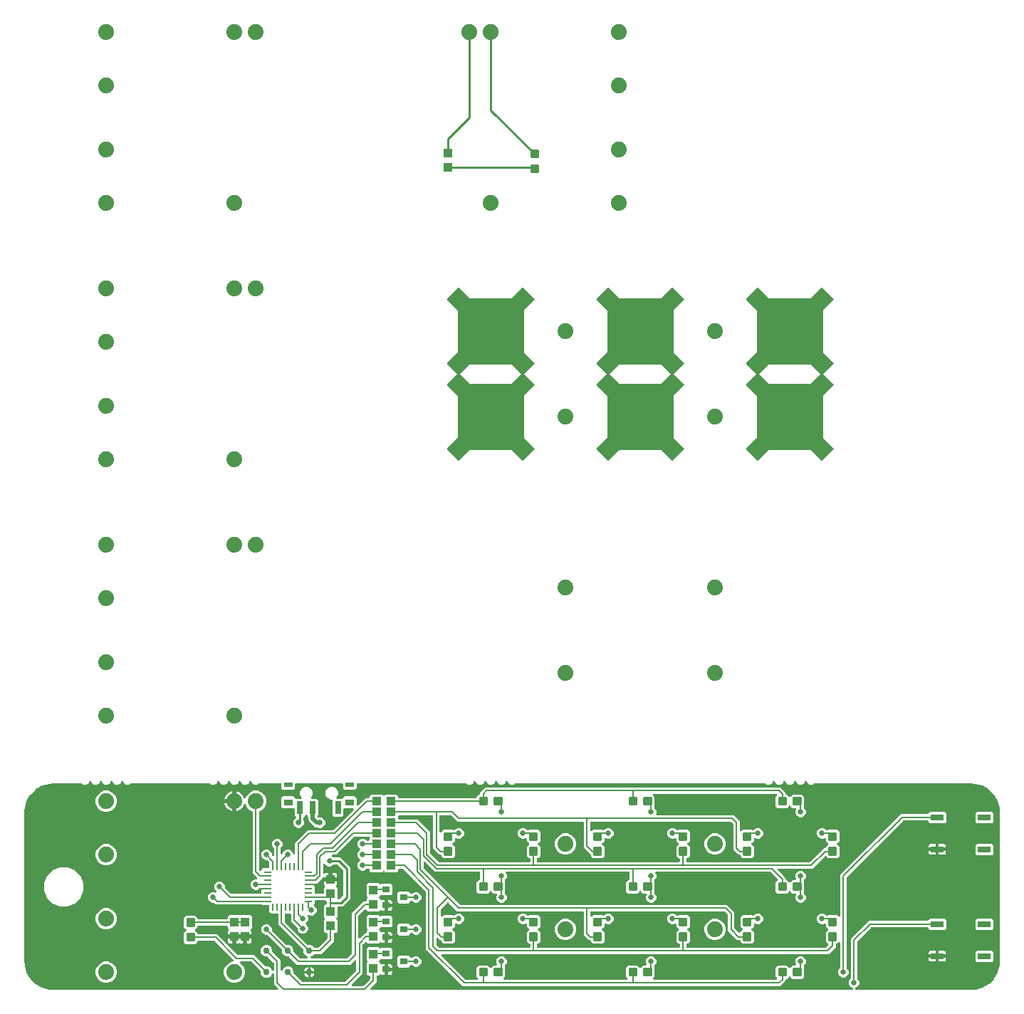
<source format=gtl>
G04 EAGLE Gerber RS-274X export*
G75*
%MOMM*%
%FSLAX34Y34*%
%LPD*%
%INTop Copper*%
%IPPOS*%
%AMOC8*
5,1,8,0,0,1.08239X$1,22.5*%
G01*
%ADD10R,1.524000X0.762000*%
%ADD11R,0.700000X1.500000*%
%ADD12R,1.000000X0.600000*%
%ADD13R,1.000000X0.800000*%
%ADD14C,0.300000*%
%ADD15R,0.900000X0.800000*%
%ADD16R,1.100000X1.000000*%
%ADD17R,1.000000X1.100000*%
%ADD18R,0.914400X0.254000*%
%ADD19R,0.254000X0.914400*%
%ADD20C,0.762000*%
%ADD21C,1.879600*%
%ADD22C,0.152400*%
%ADD23C,0.635000*%
%ADD24C,0.508000*%
%ADD25C,0.254000*%

G36*
X-50735Y-21064D02*
X-50735Y-21064D01*
X-50596Y-21051D01*
X-50577Y-21044D01*
X-50557Y-21041D01*
X-50428Y-20990D01*
X-50297Y-20943D01*
X-50280Y-20932D01*
X-50261Y-20924D01*
X-50148Y-20843D01*
X-50033Y-20765D01*
X-50020Y-20749D01*
X-50004Y-20738D01*
X-49915Y-20630D01*
X-49823Y-20526D01*
X-49814Y-20508D01*
X-49801Y-20493D01*
X-49742Y-20367D01*
X-49678Y-20243D01*
X-49674Y-20223D01*
X-49665Y-20205D01*
X-49639Y-20069D01*
X-49609Y-19933D01*
X-49609Y-19912D01*
X-49605Y-19893D01*
X-49614Y-19754D01*
X-49618Y-19615D01*
X-49624Y-19595D01*
X-49625Y-19575D01*
X-49668Y-19443D01*
X-49707Y-19309D01*
X-49717Y-19292D01*
X-49723Y-19273D01*
X-49798Y-19155D01*
X-49868Y-19035D01*
X-49887Y-19014D01*
X-49893Y-19004D01*
X-49908Y-18990D01*
X-49975Y-18915D01*
X-54611Y-14278D01*
X-54611Y-2843D01*
X-54619Y-2774D01*
X-54618Y-2704D01*
X-54639Y-2617D01*
X-54651Y-2528D01*
X-54676Y-2463D01*
X-54693Y-2395D01*
X-54735Y-2315D01*
X-54768Y-2232D01*
X-54809Y-2175D01*
X-54841Y-2114D01*
X-54902Y-2047D01*
X-54954Y-1974D01*
X-55008Y-1930D01*
X-55055Y-1878D01*
X-55130Y-1829D01*
X-55199Y-1772D01*
X-55263Y-1742D01*
X-55321Y-1704D01*
X-55406Y-1674D01*
X-55487Y-1636D01*
X-55556Y-1623D01*
X-55622Y-1600D01*
X-55711Y-1593D01*
X-55799Y-1576D01*
X-55869Y-1581D01*
X-55939Y-1575D01*
X-56027Y-1591D01*
X-56117Y-1596D01*
X-56183Y-1618D01*
X-56252Y-1630D01*
X-56334Y-1666D01*
X-56419Y-1694D01*
X-56478Y-1731D01*
X-56542Y-1760D01*
X-56612Y-1816D01*
X-56688Y-1864D01*
X-56736Y-1915D01*
X-56790Y-1959D01*
X-56845Y-2031D01*
X-56906Y-2096D01*
X-56940Y-2157D01*
X-56982Y-2213D01*
X-57053Y-2357D01*
X-57685Y-3885D01*
X-59615Y-5815D01*
X-62136Y-6859D01*
X-64864Y-6859D01*
X-67385Y-5815D01*
X-69315Y-3885D01*
X-70359Y-1364D01*
X-70359Y944D01*
X-70371Y1042D01*
X-70374Y1141D01*
X-70391Y1199D01*
X-70399Y1259D01*
X-70435Y1351D01*
X-70463Y1447D01*
X-70493Y1499D01*
X-70516Y1555D01*
X-70574Y1635D01*
X-70624Y1720D01*
X-70690Y1796D01*
X-70702Y1812D01*
X-70712Y1820D01*
X-70730Y1841D01*
X-81217Y12328D01*
X-81295Y12388D01*
X-81367Y12456D01*
X-81420Y12485D01*
X-81468Y12522D01*
X-81559Y12562D01*
X-81646Y12610D01*
X-81704Y12625D01*
X-81760Y12649D01*
X-81858Y12664D01*
X-81954Y12689D01*
X-82054Y12695D01*
X-82074Y12699D01*
X-82086Y12697D01*
X-82114Y12699D01*
X-93633Y12699D01*
X-93770Y12682D01*
X-93909Y12669D01*
X-93928Y12662D01*
X-93948Y12659D01*
X-94077Y12608D01*
X-94208Y12561D01*
X-94225Y12550D01*
X-94244Y12542D01*
X-94356Y12461D01*
X-94471Y12383D01*
X-94485Y12367D01*
X-94501Y12356D01*
X-94590Y12248D01*
X-94682Y12144D01*
X-94691Y12126D01*
X-94704Y12111D01*
X-94763Y11985D01*
X-94827Y11861D01*
X-94831Y11841D01*
X-94840Y11823D01*
X-94866Y11687D01*
X-94896Y11551D01*
X-94896Y11530D01*
X-94899Y11511D01*
X-94891Y11372D01*
X-94887Y11233D01*
X-94881Y11213D01*
X-94880Y11193D01*
X-94837Y11061D01*
X-94798Y10927D01*
X-94788Y10910D01*
X-94782Y10891D01*
X-94707Y10773D01*
X-94637Y10653D01*
X-94618Y10632D01*
X-94611Y10622D01*
X-94596Y10608D01*
X-94530Y10533D01*
X-91048Y7050D01*
X-89153Y2476D01*
X-89153Y-2476D01*
X-91048Y-7050D01*
X-94550Y-10552D01*
X-99124Y-12447D01*
X-104076Y-12447D01*
X-108650Y-10552D01*
X-112152Y-7050D01*
X-114047Y-2476D01*
X-114047Y2476D01*
X-112152Y7050D01*
X-108650Y10552D01*
X-104076Y12447D01*
X-103450Y12447D01*
X-103312Y12464D01*
X-103174Y12477D01*
X-103155Y12484D01*
X-103135Y12487D01*
X-103005Y12538D01*
X-102874Y12585D01*
X-102858Y12596D01*
X-102839Y12604D01*
X-102726Y12685D01*
X-102611Y12763D01*
X-102598Y12779D01*
X-102582Y12790D01*
X-102493Y12898D01*
X-102401Y13002D01*
X-102392Y13020D01*
X-102379Y13035D01*
X-102320Y13161D01*
X-102256Y13285D01*
X-102252Y13305D01*
X-102243Y13323D01*
X-102217Y13460D01*
X-102187Y13595D01*
X-102187Y13616D01*
X-102183Y13635D01*
X-102192Y13774D01*
X-102196Y13913D01*
X-102202Y13933D01*
X-102203Y13953D01*
X-102246Y14085D01*
X-102285Y14219D01*
X-102295Y14236D01*
X-102301Y14255D01*
X-102376Y14373D01*
X-102446Y14493D01*
X-102465Y14514D01*
X-102471Y14524D01*
X-102486Y14538D01*
X-102553Y14613D01*
X-103242Y15303D01*
X-125187Y37248D01*
X-125265Y37308D01*
X-125337Y37376D01*
X-125390Y37405D01*
X-125438Y37442D01*
X-125529Y37482D01*
X-125616Y37530D01*
X-125674Y37545D01*
X-125730Y37569D01*
X-125828Y37584D01*
X-125924Y37609D01*
X-126024Y37615D01*
X-126044Y37619D01*
X-126056Y37617D01*
X-126084Y37619D01*
X-144182Y37619D01*
X-144300Y37604D01*
X-144419Y37597D01*
X-144457Y37584D01*
X-144498Y37579D01*
X-144608Y37536D01*
X-144721Y37499D01*
X-144756Y37477D01*
X-144793Y37462D01*
X-144889Y37393D01*
X-144990Y37329D01*
X-145018Y37299D01*
X-145051Y37276D01*
X-145127Y37184D01*
X-145208Y37097D01*
X-145228Y37062D01*
X-145253Y37031D01*
X-145304Y36923D01*
X-145362Y36819D01*
X-145372Y36779D01*
X-145389Y36743D01*
X-145411Y36626D01*
X-145441Y36511D01*
X-145445Y36451D01*
X-145449Y36431D01*
X-145447Y36410D01*
X-145451Y36350D01*
X-145451Y36046D01*
X-148116Y33381D01*
X-158884Y33381D01*
X-161549Y36046D01*
X-161549Y46814D01*
X-159060Y49303D01*
X-158987Y49397D01*
X-158909Y49486D01*
X-158890Y49522D01*
X-158865Y49554D01*
X-158818Y49663D01*
X-158764Y49769D01*
X-158755Y49808D01*
X-158739Y49846D01*
X-158720Y49963D01*
X-158694Y50079D01*
X-158696Y50120D01*
X-158689Y50160D01*
X-158700Y50278D01*
X-158704Y50397D01*
X-158715Y50436D01*
X-158719Y50476D01*
X-158759Y50588D01*
X-158792Y50703D01*
X-158813Y50737D01*
X-158827Y50776D01*
X-158894Y50874D01*
X-158954Y50977D01*
X-158994Y51022D01*
X-159005Y51039D01*
X-159021Y51052D01*
X-159060Y51098D01*
X-161549Y53586D01*
X-161549Y64354D01*
X-158884Y67019D01*
X-148116Y67019D01*
X-145448Y64350D01*
X-145436Y64262D01*
X-145429Y64143D01*
X-145416Y64105D01*
X-145411Y64064D01*
X-145368Y63954D01*
X-145331Y63841D01*
X-145309Y63806D01*
X-145294Y63769D01*
X-145225Y63673D01*
X-145161Y63572D01*
X-145131Y63544D01*
X-145108Y63511D01*
X-145016Y63435D01*
X-144929Y63354D01*
X-144894Y63334D01*
X-144863Y63309D01*
X-144755Y63258D01*
X-144651Y63200D01*
X-144611Y63190D01*
X-144575Y63173D01*
X-144458Y63151D01*
X-144343Y63121D01*
X-144283Y63117D01*
X-144263Y63113D01*
X-144242Y63115D01*
X-144182Y63111D01*
X-110918Y63111D01*
X-110800Y63126D01*
X-110681Y63133D01*
X-110643Y63146D01*
X-110602Y63151D01*
X-110492Y63194D01*
X-110379Y63231D01*
X-110344Y63253D01*
X-110307Y63268D01*
X-110211Y63337D01*
X-110110Y63401D01*
X-110082Y63431D01*
X-110049Y63454D01*
X-109973Y63546D01*
X-109892Y63633D01*
X-109872Y63668D01*
X-109847Y63699D01*
X-109796Y63807D01*
X-109738Y63911D01*
X-109728Y63951D01*
X-109711Y63987D01*
X-109689Y64104D01*
X-109659Y64219D01*
X-109655Y64279D01*
X-109651Y64299D01*
X-109653Y64320D01*
X-109649Y64380D01*
X-109649Y66063D01*
X-107863Y67849D01*
X-82637Y67849D01*
X-80851Y66063D01*
X-80851Y52537D01*
X-82050Y51338D01*
X-82123Y51244D01*
X-82202Y51155D01*
X-82220Y51119D01*
X-82245Y51087D01*
X-82292Y50978D01*
X-82347Y50872D01*
X-82355Y50832D01*
X-82371Y50795D01*
X-82390Y50677D01*
X-82416Y50561D01*
X-82415Y50521D01*
X-82421Y50481D01*
X-82410Y50362D01*
X-82406Y50243D01*
X-82395Y50205D01*
X-82391Y50164D01*
X-82351Y50052D01*
X-82318Y49938D01*
X-82298Y49903D01*
X-82284Y49865D01*
X-82217Y49767D01*
X-82157Y49664D01*
X-82117Y49619D01*
X-82105Y49602D01*
X-82090Y49588D01*
X-82050Y49543D01*
X-81867Y49360D01*
X-81532Y48781D01*
X-81359Y48134D01*
X-81359Y44799D01*
X-87670Y44799D01*
X-87788Y44784D01*
X-87907Y44777D01*
X-87945Y44764D01*
X-87985Y44759D01*
X-88096Y44716D01*
X-88209Y44679D01*
X-88243Y44657D01*
X-88281Y44642D01*
X-88377Y44573D01*
X-88478Y44509D01*
X-88506Y44479D01*
X-88538Y44456D01*
X-88614Y44364D01*
X-88696Y44277D01*
X-88715Y44242D01*
X-88741Y44211D01*
X-88792Y44103D01*
X-88849Y43999D01*
X-88859Y43959D01*
X-88877Y43923D01*
X-88897Y43816D01*
X-88901Y43846D01*
X-88945Y43956D01*
X-88981Y44069D01*
X-89003Y44104D01*
X-89018Y44141D01*
X-89088Y44237D01*
X-89151Y44338D01*
X-89181Y44366D01*
X-89205Y44399D01*
X-89296Y44475D01*
X-89383Y44556D01*
X-89418Y44576D01*
X-89450Y44601D01*
X-89557Y44652D01*
X-89662Y44710D01*
X-89701Y44720D01*
X-89737Y44737D01*
X-89854Y44759D01*
X-89970Y44789D01*
X-90030Y44793D01*
X-90050Y44797D01*
X-90070Y44795D01*
X-90130Y44799D01*
X-100370Y44799D01*
X-100488Y44784D01*
X-100607Y44777D01*
X-100645Y44764D01*
X-100685Y44759D01*
X-100796Y44716D01*
X-100909Y44679D01*
X-100943Y44657D01*
X-100981Y44642D01*
X-101077Y44573D01*
X-101178Y44509D01*
X-101206Y44479D01*
X-101238Y44456D01*
X-101314Y44364D01*
X-101396Y44277D01*
X-101415Y44242D01*
X-101441Y44211D01*
X-101492Y44103D01*
X-101549Y43999D01*
X-101559Y43959D01*
X-101577Y43923D01*
X-101597Y43816D01*
X-101601Y43846D01*
X-101645Y43956D01*
X-101681Y44069D01*
X-101703Y44104D01*
X-101718Y44141D01*
X-101788Y44237D01*
X-101851Y44338D01*
X-101881Y44366D01*
X-101905Y44399D01*
X-101996Y44475D01*
X-102083Y44556D01*
X-102118Y44576D01*
X-102150Y44601D01*
X-102257Y44652D01*
X-102362Y44710D01*
X-102401Y44720D01*
X-102437Y44737D01*
X-102554Y44759D01*
X-102670Y44789D01*
X-102730Y44793D01*
X-102750Y44797D01*
X-102770Y44795D01*
X-102830Y44799D01*
X-109141Y44799D01*
X-109141Y48134D01*
X-108968Y48781D01*
X-108633Y49360D01*
X-108450Y49543D01*
X-108377Y49637D01*
X-108298Y49727D01*
X-108280Y49763D01*
X-108255Y49795D01*
X-108208Y49904D01*
X-108153Y50010D01*
X-108145Y50049D01*
X-108129Y50086D01*
X-108110Y50204D01*
X-108084Y50320D01*
X-108085Y50361D01*
X-108079Y50401D01*
X-108090Y50519D01*
X-108093Y50638D01*
X-108105Y50677D01*
X-108109Y50717D01*
X-108149Y50829D01*
X-108182Y50944D01*
X-108202Y50978D01*
X-108216Y51016D01*
X-108283Y51115D01*
X-108343Y51217D01*
X-108383Y51263D01*
X-108395Y51280D01*
X-108410Y51293D01*
X-108450Y51338D01*
X-109649Y52537D01*
X-109649Y54220D01*
X-109664Y54338D01*
X-109671Y54457D01*
X-109684Y54495D01*
X-109689Y54536D01*
X-109732Y54646D01*
X-109769Y54759D01*
X-109791Y54794D01*
X-109806Y54831D01*
X-109875Y54927D01*
X-109939Y55028D01*
X-109969Y55056D01*
X-109992Y55089D01*
X-110084Y55165D01*
X-110171Y55246D01*
X-110206Y55266D01*
X-110237Y55291D01*
X-110345Y55342D01*
X-110449Y55400D01*
X-110489Y55410D01*
X-110525Y55427D01*
X-110642Y55449D01*
X-110757Y55479D01*
X-110817Y55483D01*
X-110837Y55487D01*
X-110858Y55485D01*
X-110918Y55489D01*
X-144182Y55489D01*
X-144300Y55474D01*
X-144419Y55467D01*
X-144457Y55454D01*
X-144498Y55449D01*
X-144608Y55406D01*
X-144721Y55369D01*
X-144756Y55347D01*
X-144793Y55332D01*
X-144889Y55263D01*
X-144990Y55199D01*
X-145018Y55169D01*
X-145051Y55146D01*
X-145127Y55054D01*
X-145208Y54967D01*
X-145228Y54932D01*
X-145253Y54901D01*
X-145304Y54793D01*
X-145362Y54689D01*
X-145372Y54649D01*
X-145389Y54613D01*
X-145411Y54496D01*
X-145441Y54381D01*
X-145445Y54321D01*
X-145449Y54301D01*
X-145447Y54280D01*
X-145451Y54220D01*
X-145451Y53586D01*
X-147940Y51098D01*
X-148013Y51003D01*
X-148091Y50914D01*
X-148110Y50878D01*
X-148135Y50846D01*
X-148182Y50737D01*
X-148236Y50631D01*
X-148245Y50592D01*
X-148261Y50554D01*
X-148280Y50437D01*
X-148306Y50321D01*
X-148304Y50280D01*
X-148311Y50240D01*
X-148300Y50122D01*
X-148296Y50003D01*
X-148285Y49964D01*
X-148281Y49924D01*
X-148241Y49811D01*
X-148208Y49697D01*
X-148187Y49663D01*
X-148173Y49624D01*
X-148106Y49526D01*
X-148046Y49423D01*
X-148006Y49378D01*
X-147995Y49361D01*
X-147980Y49348D01*
X-147940Y49303D01*
X-145451Y46814D01*
X-145451Y46510D01*
X-145436Y46392D01*
X-145429Y46273D01*
X-145416Y46235D01*
X-145411Y46194D01*
X-145368Y46084D01*
X-145331Y45971D01*
X-145309Y45936D01*
X-145294Y45899D01*
X-145225Y45803D01*
X-145161Y45702D01*
X-145131Y45674D01*
X-145108Y45641D01*
X-145016Y45565D01*
X-144929Y45484D01*
X-144894Y45464D01*
X-144863Y45439D01*
X-144755Y45388D01*
X-144651Y45330D01*
X-144611Y45320D01*
X-144575Y45303D01*
X-144458Y45281D01*
X-144343Y45251D01*
X-144283Y45247D01*
X-144263Y45243D01*
X-144242Y45245D01*
X-144182Y45241D01*
X-122402Y45241D01*
X-97853Y20692D01*
X-97775Y20632D01*
X-97703Y20564D01*
X-97650Y20535D01*
X-97602Y20498D01*
X-97511Y20458D01*
X-97424Y20410D01*
X-97366Y20395D01*
X-97310Y20371D01*
X-97212Y20356D01*
X-97116Y20331D01*
X-97016Y20325D01*
X-96996Y20321D01*
X-96984Y20323D01*
X-96956Y20321D01*
X-78432Y20321D01*
X-65341Y7230D01*
X-65263Y7170D01*
X-65191Y7102D01*
X-65138Y7073D01*
X-65090Y7036D01*
X-64999Y6996D01*
X-64912Y6948D01*
X-64854Y6933D01*
X-64798Y6909D01*
X-64700Y6894D01*
X-64604Y6869D01*
X-64504Y6863D01*
X-64484Y6859D01*
X-64472Y6861D01*
X-64444Y6859D01*
X-62136Y6859D01*
X-59615Y5815D01*
X-57685Y3885D01*
X-57053Y2357D01*
X-57018Y2297D01*
X-56992Y2232D01*
X-56940Y2159D01*
X-56895Y2081D01*
X-56847Y2031D01*
X-56806Y1974D01*
X-56736Y1917D01*
X-56674Y1853D01*
X-56614Y1816D01*
X-56561Y1772D01*
X-56479Y1733D01*
X-56403Y1686D01*
X-56336Y1666D01*
X-56273Y1636D01*
X-56185Y1619D01*
X-56099Y1593D01*
X-56029Y1589D01*
X-55960Y1576D01*
X-55871Y1582D01*
X-55781Y1578D01*
X-55713Y1592D01*
X-55643Y1596D01*
X-55558Y1624D01*
X-55470Y1642D01*
X-55407Y1673D01*
X-55341Y1694D01*
X-55265Y1742D01*
X-55184Y1782D01*
X-55131Y1827D01*
X-55072Y1864D01*
X-55010Y1930D01*
X-54942Y1988D01*
X-54902Y2045D01*
X-54854Y2096D01*
X-54811Y2175D01*
X-54759Y2248D01*
X-54734Y2313D01*
X-54700Y2374D01*
X-54678Y2461D01*
X-54646Y2545D01*
X-54638Y2615D01*
X-54621Y2682D01*
X-54611Y2843D01*
X-54611Y10596D01*
X-54623Y10694D01*
X-54626Y10793D01*
X-54643Y10851D01*
X-54651Y10911D01*
X-54687Y11003D01*
X-54715Y11099D01*
X-54745Y11151D01*
X-54768Y11207D01*
X-54826Y11287D01*
X-54876Y11372D01*
X-54942Y11448D01*
X-54954Y11464D01*
X-54964Y11472D01*
X-54982Y11493D01*
X-61659Y18170D01*
X-61737Y18230D01*
X-61809Y18298D01*
X-61862Y18327D01*
X-61910Y18364D01*
X-62001Y18404D01*
X-62088Y18452D01*
X-62146Y18467D01*
X-62202Y18491D01*
X-62300Y18506D01*
X-62396Y18531D01*
X-62496Y18537D01*
X-62516Y18541D01*
X-62528Y18539D01*
X-62556Y18541D01*
X-64864Y18541D01*
X-67385Y19585D01*
X-69315Y21515D01*
X-70359Y24036D01*
X-70359Y26764D01*
X-69315Y29285D01*
X-67385Y31215D01*
X-64864Y32259D01*
X-62136Y32259D01*
X-59615Y31215D01*
X-57685Y29285D01*
X-56641Y26764D01*
X-56641Y24456D01*
X-56629Y24358D01*
X-56626Y24259D01*
X-56609Y24201D01*
X-56601Y24141D01*
X-56565Y24049D01*
X-56537Y23953D01*
X-56507Y23901D01*
X-56484Y23845D01*
X-56426Y23765D01*
X-56376Y23680D01*
X-56310Y23604D01*
X-56298Y23588D01*
X-56288Y23580D01*
X-56270Y23559D01*
X-46989Y14278D01*
X-46989Y2843D01*
X-46981Y2774D01*
X-46982Y2704D01*
X-46961Y2617D01*
X-46949Y2528D01*
X-46924Y2463D01*
X-46907Y2395D01*
X-46865Y2315D01*
X-46832Y2232D01*
X-46791Y2175D01*
X-46759Y2114D01*
X-46698Y2047D01*
X-46646Y1974D01*
X-46592Y1930D01*
X-46545Y1878D01*
X-46470Y1829D01*
X-46401Y1772D01*
X-46337Y1742D01*
X-46279Y1704D01*
X-46194Y1674D01*
X-46113Y1636D01*
X-46044Y1623D01*
X-45978Y1600D01*
X-45889Y1593D01*
X-45801Y1576D01*
X-45731Y1581D01*
X-45661Y1575D01*
X-45573Y1591D01*
X-45483Y1596D01*
X-45417Y1618D01*
X-45348Y1630D01*
X-45266Y1666D01*
X-45181Y1694D01*
X-45122Y1731D01*
X-45058Y1760D01*
X-44988Y1816D01*
X-44912Y1864D01*
X-44864Y1915D01*
X-44810Y1959D01*
X-44755Y2031D01*
X-44694Y2096D01*
X-44660Y2157D01*
X-44618Y2213D01*
X-44547Y2357D01*
X-43915Y3885D01*
X-41985Y5815D01*
X-39464Y6859D01*
X-36736Y6859D01*
X-34215Y5815D01*
X-32285Y3885D01*
X-31241Y1364D01*
X-31241Y-944D01*
X-31229Y-1042D01*
X-31226Y-1141D01*
X-31209Y-1199D01*
X-31201Y-1259D01*
X-31165Y-1351D01*
X-31137Y-1447D01*
X-31107Y-1499D01*
X-31084Y-1555D01*
X-31026Y-1635D01*
X-30976Y-1720D01*
X-30910Y-1796D01*
X-30898Y-1812D01*
X-30888Y-1820D01*
X-30870Y-1841D01*
X-21653Y-11058D01*
X-21575Y-11118D01*
X-21503Y-11186D01*
X-21450Y-11215D01*
X-21402Y-11252D01*
X-21311Y-11292D01*
X-21224Y-11340D01*
X-21166Y-11355D01*
X-21110Y-11379D01*
X-21012Y-11394D01*
X-20916Y-11419D01*
X-20816Y-11425D01*
X-20796Y-11429D01*
X-20784Y-11427D01*
X-20756Y-11429D01*
X29646Y-11429D01*
X29744Y-11417D01*
X29843Y-11414D01*
X29901Y-11397D01*
X29961Y-11389D01*
X30053Y-11353D01*
X30149Y-11325D01*
X30201Y-11295D01*
X30257Y-11272D01*
X30337Y-11214D01*
X30422Y-11164D01*
X30498Y-11098D01*
X30514Y-11086D01*
X30522Y-11076D01*
X30543Y-11058D01*
X42808Y1207D01*
X42868Y1285D01*
X42936Y1357D01*
X42965Y1410D01*
X43002Y1458D01*
X43042Y1549D01*
X43090Y1636D01*
X43105Y1694D01*
X43129Y1750D01*
X43144Y1848D01*
X43169Y1944D01*
X43175Y2044D01*
X43179Y2064D01*
X43177Y2076D01*
X43179Y2104D01*
X43179Y13136D01*
X43162Y13273D01*
X43149Y13412D01*
X43142Y13431D01*
X43139Y13451D01*
X43088Y13580D01*
X43041Y13711D01*
X43030Y13728D01*
X43022Y13747D01*
X42941Y13860D01*
X42863Y13975D01*
X42847Y13988D01*
X42836Y14004D01*
X42728Y14093D01*
X42624Y14185D01*
X42606Y14194D01*
X42591Y14207D01*
X42465Y14266D01*
X42341Y14330D01*
X42321Y14334D01*
X42303Y14343D01*
X42167Y14369D01*
X42031Y14399D01*
X42010Y14399D01*
X41991Y14403D01*
X41852Y14394D01*
X41713Y14390D01*
X41693Y14384D01*
X41673Y14383D01*
X41541Y14340D01*
X41407Y14301D01*
X41390Y14291D01*
X41371Y14285D01*
X41253Y14210D01*
X41133Y14140D01*
X41112Y14121D01*
X41102Y14115D01*
X41088Y14100D01*
X41013Y14033D01*
X35868Y8889D01*
X-26978Y8889D01*
X-36259Y18170D01*
X-36337Y18230D01*
X-36409Y18298D01*
X-36462Y18327D01*
X-36510Y18364D01*
X-36601Y18404D01*
X-36688Y18452D01*
X-36746Y18467D01*
X-36802Y18491D01*
X-36900Y18506D01*
X-36996Y18531D01*
X-37096Y18537D01*
X-37116Y18541D01*
X-37128Y18539D01*
X-37156Y18541D01*
X-39464Y18541D01*
X-41985Y19585D01*
X-43915Y21515D01*
X-44959Y24036D01*
X-44959Y26344D01*
X-44971Y26442D01*
X-44974Y26541D01*
X-44991Y26599D01*
X-44999Y26659D01*
X-45035Y26751D01*
X-45063Y26847D01*
X-45093Y26899D01*
X-45116Y26955D01*
X-45174Y27035D01*
X-45224Y27120D01*
X-45290Y27196D01*
X-45302Y27212D01*
X-45312Y27220D01*
X-45330Y27241D01*
X-62294Y44205D01*
X-62372Y44265D01*
X-62444Y44333D01*
X-62497Y44362D01*
X-62545Y44399D01*
X-62636Y44439D01*
X-62723Y44487D01*
X-62781Y44502D01*
X-62837Y44526D01*
X-62935Y44541D01*
X-63031Y44566D01*
X-63131Y44572D01*
X-63151Y44576D01*
X-63163Y44574D01*
X-63191Y44576D01*
X-64738Y44576D01*
X-67025Y45524D01*
X-68776Y47275D01*
X-69724Y49562D01*
X-69724Y52038D01*
X-68776Y54325D01*
X-67025Y56076D01*
X-64738Y57024D01*
X-62262Y57024D01*
X-59975Y56076D01*
X-58224Y54325D01*
X-57276Y52038D01*
X-57276Y50491D01*
X-57264Y50393D01*
X-57261Y50294D01*
X-57244Y50236D01*
X-57236Y50176D01*
X-57200Y50084D01*
X-57172Y49988D01*
X-57142Y49936D01*
X-57119Y49880D01*
X-57061Y49800D01*
X-57011Y49715D01*
X-56945Y49639D01*
X-56933Y49623D01*
X-56923Y49615D01*
X-56905Y49594D01*
X-39941Y32630D01*
X-39863Y32570D01*
X-39791Y32502D01*
X-39738Y32473D01*
X-39690Y32436D01*
X-39599Y32396D01*
X-39512Y32348D01*
X-39454Y32333D01*
X-39398Y32309D01*
X-39300Y32294D01*
X-39204Y32269D01*
X-39104Y32263D01*
X-39084Y32259D01*
X-39072Y32261D01*
X-39044Y32259D01*
X-36736Y32259D01*
X-34215Y31215D01*
X-32285Y29285D01*
X-31241Y26764D01*
X-31241Y24456D01*
X-31229Y24358D01*
X-31226Y24259D01*
X-31209Y24201D01*
X-31201Y24141D01*
X-31165Y24049D01*
X-31137Y23953D01*
X-31107Y23901D01*
X-31084Y23845D01*
X-31026Y23765D01*
X-30976Y23680D01*
X-30910Y23604D01*
X-30898Y23588D01*
X-30888Y23580D01*
X-30870Y23559D01*
X-24193Y16882D01*
X-24115Y16822D01*
X-24043Y16754D01*
X-23990Y16725D01*
X-23942Y16688D01*
X-23851Y16648D01*
X-23764Y16600D01*
X-23706Y16585D01*
X-23650Y16561D01*
X-23552Y16546D01*
X-23456Y16521D01*
X-23356Y16515D01*
X-23336Y16511D01*
X-23324Y16513D01*
X-23296Y16511D01*
X-15543Y16511D01*
X-15474Y16519D01*
X-15404Y16518D01*
X-15317Y16539D01*
X-15228Y16551D01*
X-15163Y16576D01*
X-15095Y16593D01*
X-15015Y16635D01*
X-14932Y16668D01*
X-14875Y16709D01*
X-14814Y16741D01*
X-14747Y16802D01*
X-14674Y16854D01*
X-14630Y16908D01*
X-14578Y16955D01*
X-14529Y17030D01*
X-14472Y17099D01*
X-14442Y17163D01*
X-14404Y17221D01*
X-14374Y17306D01*
X-14336Y17387D01*
X-14323Y17456D01*
X-14300Y17522D01*
X-14293Y17611D01*
X-14276Y17699D01*
X-14281Y17769D01*
X-14275Y17839D01*
X-14291Y17927D01*
X-14296Y18017D01*
X-14318Y18083D01*
X-14330Y18152D01*
X-14366Y18234D01*
X-14394Y18319D01*
X-14431Y18378D01*
X-14460Y18442D01*
X-14516Y18512D01*
X-14564Y18588D01*
X-14615Y18636D01*
X-14659Y18690D01*
X-14731Y18745D01*
X-14796Y18806D01*
X-14857Y18840D01*
X-14913Y18882D01*
X-15057Y18953D01*
X-16585Y19585D01*
X-18515Y21515D01*
X-19559Y24036D01*
X-19559Y26344D01*
X-19571Y26442D01*
X-19574Y26541D01*
X-19591Y26599D01*
X-19599Y26659D01*
X-19635Y26751D01*
X-19663Y26847D01*
X-19693Y26899D01*
X-19716Y26955D01*
X-19774Y27035D01*
X-19824Y27120D01*
X-19890Y27196D01*
X-19902Y27212D01*
X-19912Y27220D01*
X-19930Y27241D01*
X-49411Y56722D01*
X-49411Y68707D01*
X-49426Y68825D01*
X-49433Y68944D01*
X-49446Y68982D01*
X-49451Y69023D01*
X-49494Y69133D01*
X-49531Y69246D01*
X-49553Y69281D01*
X-49568Y69318D01*
X-49637Y69414D01*
X-49701Y69515D01*
X-49731Y69543D01*
X-49754Y69576D01*
X-49846Y69652D01*
X-49933Y69733D01*
X-49968Y69753D01*
X-49999Y69778D01*
X-50107Y69829D01*
X-50211Y69887D01*
X-50251Y69897D01*
X-50287Y69914D01*
X-50404Y69936D01*
X-50519Y69966D01*
X-50579Y69970D01*
X-50599Y69974D01*
X-50620Y69972D01*
X-50680Y69976D01*
X-58133Y69976D01*
X-59919Y71762D01*
X-59919Y78512D01*
X-59934Y78630D01*
X-59941Y78749D01*
X-59954Y78787D01*
X-59959Y78828D01*
X-60002Y78938D01*
X-60039Y79051D01*
X-60061Y79086D01*
X-60076Y79123D01*
X-60145Y79219D01*
X-60209Y79320D01*
X-60239Y79348D01*
X-60262Y79381D01*
X-60354Y79457D01*
X-60441Y79538D01*
X-60476Y79558D01*
X-60507Y79583D01*
X-60615Y79634D01*
X-60719Y79692D01*
X-60759Y79702D01*
X-60795Y79719D01*
X-60912Y79741D01*
X-61027Y79771D01*
X-61087Y79775D01*
X-61107Y79779D01*
X-61128Y79777D01*
X-61188Y79781D01*
X-67938Y79781D01*
X-68074Y79918D01*
X-68152Y79978D01*
X-68224Y80046D01*
X-68277Y80075D01*
X-68325Y80112D01*
X-68416Y80152D01*
X-68503Y80200D01*
X-68562Y80215D01*
X-68617Y80239D01*
X-68715Y80254D01*
X-68811Y80279D01*
X-68911Y80285D01*
X-68931Y80289D01*
X-68944Y80287D01*
X-68972Y80289D01*
X-123905Y80289D01*
X-125921Y82305D01*
X-125999Y82365D01*
X-126071Y82433D01*
X-126124Y82462D01*
X-126172Y82499D01*
X-126263Y82539D01*
X-126350Y82587D01*
X-126408Y82602D01*
X-126464Y82626D01*
X-126562Y82641D01*
X-126658Y82666D01*
X-126758Y82672D01*
X-126778Y82676D01*
X-126790Y82674D01*
X-126818Y82676D01*
X-128365Y82676D01*
X-130652Y83624D01*
X-132403Y85375D01*
X-133351Y87662D01*
X-133351Y90138D01*
X-132403Y92425D01*
X-130652Y94176D01*
X-128365Y95124D01*
X-125889Y95124D01*
X-124642Y94607D01*
X-124575Y94589D01*
X-124511Y94561D01*
X-124422Y94547D01*
X-124336Y94523D01*
X-124266Y94522D01*
X-124197Y94511D01*
X-124107Y94520D01*
X-124018Y94518D01*
X-123950Y94535D01*
X-123880Y94541D01*
X-123796Y94572D01*
X-123708Y94592D01*
X-123647Y94625D01*
X-123581Y94649D01*
X-123507Y94699D01*
X-123427Y94741D01*
X-123376Y94788D01*
X-123318Y94827D01*
X-123258Y94895D01*
X-123192Y94955D01*
X-123154Y95013D01*
X-123107Y95066D01*
X-123067Y95146D01*
X-123017Y95221D01*
X-122994Y95287D01*
X-122963Y95349D01*
X-122943Y95437D01*
X-122914Y95522D01*
X-122908Y95591D01*
X-122893Y95659D01*
X-122896Y95749D01*
X-122889Y95839D01*
X-122901Y95907D01*
X-122903Y95977D01*
X-122928Y96064D01*
X-122943Y96152D01*
X-122972Y96216D01*
X-122991Y96283D01*
X-123037Y96360D01*
X-123074Y96442D01*
X-123117Y96497D01*
X-123153Y96557D01*
X-123259Y96677D01*
X-124656Y98075D01*
X-125604Y100362D01*
X-125604Y102838D01*
X-124656Y105125D01*
X-122905Y106876D01*
X-120618Y107824D01*
X-118142Y107824D01*
X-115855Y106876D01*
X-114104Y105125D01*
X-113156Y102838D01*
X-113156Y101291D01*
X-113144Y101193D01*
X-113141Y101094D01*
X-113124Y101036D01*
X-113116Y100976D01*
X-113080Y100884D01*
X-113052Y100788D01*
X-113022Y100736D01*
X-112999Y100680D01*
X-112941Y100600D01*
X-112891Y100515D01*
X-112825Y100439D01*
X-112813Y100423D01*
X-112803Y100415D01*
X-112785Y100394D01*
X-105673Y93282D01*
X-105595Y93222D01*
X-105523Y93154D01*
X-105470Y93125D01*
X-105422Y93088D01*
X-105331Y93048D01*
X-105244Y93000D01*
X-105186Y92985D01*
X-105130Y92961D01*
X-105032Y92946D01*
X-104936Y92921D01*
X-104836Y92915D01*
X-104816Y92911D01*
X-104804Y92913D01*
X-104776Y92911D01*
X-70993Y92911D01*
X-70875Y92926D01*
X-70756Y92933D01*
X-70718Y92946D01*
X-70677Y92951D01*
X-70567Y92994D01*
X-70454Y93031D01*
X-70419Y93053D01*
X-70382Y93068D01*
X-70286Y93137D01*
X-70185Y93201D01*
X-70157Y93231D01*
X-70124Y93254D01*
X-70048Y93346D01*
X-69967Y93433D01*
X-69947Y93468D01*
X-69922Y93499D01*
X-69871Y93607D01*
X-69813Y93711D01*
X-69803Y93751D01*
X-69786Y93787D01*
X-69764Y93904D01*
X-69734Y94019D01*
X-69730Y94079D01*
X-69726Y94099D01*
X-69728Y94120D01*
X-69724Y94180D01*
X-69724Y96633D01*
X-69587Y96769D01*
X-69527Y96847D01*
X-69459Y96919D01*
X-69430Y96972D01*
X-69393Y97020D01*
X-69353Y97111D01*
X-69305Y97198D01*
X-69290Y97257D01*
X-69266Y97312D01*
X-69251Y97410D01*
X-69226Y97506D01*
X-69220Y97606D01*
X-69216Y97626D01*
X-69218Y97639D01*
X-69216Y97667D01*
X-69216Y99020D01*
X-69231Y99138D01*
X-69238Y99257D01*
X-69251Y99295D01*
X-69256Y99336D01*
X-69299Y99446D01*
X-69336Y99559D01*
X-69358Y99594D01*
X-69373Y99631D01*
X-69442Y99727D01*
X-69506Y99828D01*
X-69536Y99856D01*
X-69559Y99889D01*
X-69651Y99965D01*
X-69738Y100046D01*
X-69773Y100066D01*
X-69804Y100091D01*
X-69912Y100142D01*
X-70016Y100200D01*
X-70056Y100210D01*
X-70092Y100227D01*
X-70209Y100249D01*
X-70324Y100279D01*
X-70384Y100283D01*
X-70404Y100287D01*
X-70425Y100285D01*
X-70485Y100289D01*
X-70723Y100289D01*
X-70821Y100277D01*
X-70921Y100274D01*
X-70979Y100257D01*
X-71039Y100249D01*
X-71131Y100213D01*
X-71226Y100185D01*
X-71278Y100155D01*
X-71335Y100132D01*
X-71415Y100074D01*
X-71500Y100024D01*
X-71575Y99958D01*
X-71592Y99946D01*
X-71600Y99936D01*
X-71621Y99918D01*
X-72675Y98864D01*
X-74962Y97916D01*
X-77438Y97916D01*
X-79725Y98864D01*
X-81476Y100615D01*
X-82424Y102902D01*
X-82424Y105378D01*
X-81476Y107665D01*
X-79725Y109416D01*
X-77438Y110364D01*
X-75637Y110364D01*
X-75500Y110381D01*
X-75361Y110394D01*
X-75342Y110401D01*
X-75322Y110404D01*
X-75193Y110455D01*
X-75062Y110502D01*
X-75045Y110513D01*
X-75026Y110521D01*
X-74913Y110602D01*
X-74798Y110680D01*
X-74785Y110696D01*
X-74769Y110707D01*
X-74680Y110815D01*
X-74588Y110919D01*
X-74579Y110937D01*
X-74566Y110952D01*
X-74507Y111078D01*
X-74443Y111202D01*
X-74439Y111222D01*
X-74430Y111240D01*
X-74404Y111376D01*
X-74374Y111512D01*
X-74374Y111533D01*
X-74370Y111552D01*
X-74379Y111691D01*
X-74383Y111830D01*
X-74389Y111850D01*
X-74390Y111870D01*
X-74433Y112002D01*
X-74472Y112136D01*
X-74482Y112153D01*
X-74488Y112172D01*
X-74563Y112290D01*
X-74633Y112410D01*
X-74652Y112431D01*
X-74658Y112441D01*
X-74673Y112455D01*
X-74740Y112530D01*
X-80011Y117802D01*
X-80011Y190458D01*
X-80014Y190487D01*
X-80012Y190517D01*
X-80034Y190645D01*
X-80051Y190774D01*
X-80061Y190801D01*
X-80066Y190830D01*
X-80120Y190949D01*
X-80168Y191069D01*
X-80185Y191093D01*
X-80197Y191120D01*
X-80278Y191221D01*
X-80354Y191327D01*
X-80377Y191346D01*
X-80396Y191369D01*
X-80499Y191446D01*
X-80599Y191529D01*
X-80626Y191542D01*
X-80650Y191560D01*
X-80794Y191631D01*
X-83250Y192648D01*
X-86752Y196150D01*
X-88005Y199175D01*
X-88020Y199201D01*
X-88029Y199230D01*
X-88098Y199339D01*
X-88163Y199452D01*
X-88184Y199473D01*
X-88200Y199498D01*
X-88294Y199587D01*
X-88384Y199680D01*
X-88410Y199696D01*
X-88431Y199716D01*
X-88545Y199779D01*
X-88655Y199846D01*
X-88684Y199855D01*
X-88710Y199869D01*
X-88836Y199902D01*
X-88959Y199940D01*
X-88989Y199941D01*
X-89018Y199949D01*
X-89148Y199949D01*
X-89277Y199955D01*
X-89306Y199949D01*
X-89336Y199949D01*
X-89462Y199917D01*
X-89588Y199891D01*
X-89615Y199878D01*
X-89644Y199870D01*
X-89758Y199808D01*
X-89874Y199751D01*
X-89897Y199732D01*
X-89923Y199717D01*
X-90018Y199629D01*
X-90116Y199545D01*
X-90133Y199520D01*
X-90155Y199500D01*
X-90224Y199391D01*
X-90299Y199285D01*
X-90310Y199257D01*
X-90326Y199231D01*
X-90385Y199082D01*
X-90536Y198617D01*
X-91389Y196943D01*
X-92494Y195422D01*
X-93822Y194094D01*
X-95343Y192989D01*
X-97017Y192136D01*
X-98804Y191555D01*
X-99061Y191515D01*
X-99061Y201930D01*
X-99076Y202048D01*
X-99083Y202167D01*
X-99096Y202205D01*
X-99101Y202245D01*
X-99144Y202356D01*
X-99181Y202469D01*
X-99203Y202503D01*
X-99218Y202541D01*
X-99288Y202637D01*
X-99351Y202738D01*
X-99381Y202766D01*
X-99404Y202798D01*
X-99496Y202874D01*
X-99583Y202956D01*
X-99618Y202975D01*
X-99649Y203001D01*
X-99757Y203052D01*
X-99861Y203109D01*
X-99901Y203120D01*
X-99937Y203137D01*
X-100054Y203159D01*
X-100169Y203189D01*
X-100230Y203193D01*
X-100250Y203197D01*
X-100270Y203195D01*
X-100330Y203199D01*
X-101601Y203199D01*
X-101601Y203201D01*
X-100330Y203201D01*
X-100212Y203216D01*
X-100093Y203223D01*
X-100055Y203236D01*
X-100014Y203241D01*
X-99904Y203285D01*
X-99791Y203321D01*
X-99756Y203343D01*
X-99719Y203358D01*
X-99623Y203428D01*
X-99522Y203491D01*
X-99494Y203521D01*
X-99461Y203545D01*
X-99386Y203636D01*
X-99304Y203723D01*
X-99284Y203758D01*
X-99259Y203790D01*
X-99208Y203897D01*
X-99150Y204002D01*
X-99140Y204041D01*
X-99123Y204077D01*
X-99101Y204194D01*
X-99071Y204309D01*
X-99067Y204370D01*
X-99063Y204390D01*
X-99065Y204410D01*
X-99061Y204470D01*
X-99061Y214885D01*
X-98804Y214845D01*
X-97017Y214264D01*
X-95343Y213411D01*
X-93822Y212306D01*
X-92494Y210978D01*
X-91389Y209457D01*
X-90536Y207783D01*
X-90385Y207318D01*
X-90372Y207291D01*
X-90365Y207262D01*
X-90305Y207147D01*
X-90250Y207030D01*
X-90231Y207007D01*
X-90217Y206981D01*
X-90129Y206885D01*
X-90047Y206785D01*
X-90023Y206768D01*
X-90003Y206746D01*
X-89894Y206674D01*
X-89790Y206598D01*
X-89762Y206587D01*
X-89737Y206571D01*
X-89614Y206529D01*
X-89494Y206481D01*
X-89464Y206477D01*
X-89436Y206468D01*
X-89307Y206457D01*
X-89179Y206441D01*
X-89149Y206445D01*
X-89119Y206442D01*
X-88991Y206465D01*
X-88863Y206481D01*
X-88835Y206492D01*
X-88806Y206497D01*
X-88688Y206550D01*
X-88567Y206598D01*
X-88543Y206615D01*
X-88516Y206627D01*
X-88415Y206708D01*
X-88310Y206784D01*
X-88291Y206807D01*
X-88267Y206826D01*
X-88190Y206929D01*
X-88107Y207029D01*
X-88094Y207056D01*
X-88076Y207080D01*
X-88005Y207225D01*
X-86752Y210250D01*
X-83250Y213752D01*
X-78676Y215647D01*
X-73724Y215647D01*
X-69150Y213752D01*
X-65648Y210250D01*
X-63753Y205676D01*
X-63753Y200724D01*
X-65648Y196150D01*
X-69150Y192648D01*
X-71606Y191631D01*
X-71631Y191616D01*
X-71659Y191607D01*
X-71769Y191538D01*
X-71882Y191473D01*
X-71903Y191453D01*
X-71928Y191437D01*
X-72017Y191342D01*
X-72110Y191252D01*
X-72126Y191227D01*
X-72146Y191205D01*
X-72209Y191092D01*
X-72277Y190981D01*
X-72285Y190953D01*
X-72300Y190927D01*
X-72332Y190801D01*
X-72370Y190677D01*
X-72372Y190647D01*
X-72379Y190619D01*
X-72389Y190458D01*
X-72389Y121484D01*
X-72377Y121386D01*
X-72374Y121287D01*
X-72357Y121229D01*
X-72349Y121169D01*
X-72313Y121077D01*
X-72286Y120982D01*
X-72255Y120929D01*
X-72232Y120873D01*
X-72174Y120793D01*
X-72124Y120708D01*
X-72058Y120632D01*
X-72046Y120616D01*
X-72036Y120608D01*
X-72018Y120587D01*
X-71891Y120460D01*
X-71781Y120375D01*
X-71674Y120286D01*
X-71655Y120277D01*
X-71639Y120265D01*
X-71512Y120210D01*
X-71386Y120150D01*
X-71366Y120146D01*
X-71348Y120138D01*
X-71210Y120117D01*
X-71073Y120090D01*
X-71053Y120092D01*
X-71033Y120089D01*
X-70895Y120102D01*
X-70756Y120110D01*
X-70737Y120116D01*
X-70717Y120118D01*
X-70586Y120165D01*
X-70454Y120208D01*
X-70437Y120219D01*
X-70417Y120226D01*
X-70302Y120304D01*
X-70185Y120378D01*
X-70171Y120393D01*
X-70154Y120404D01*
X-70062Y120509D01*
X-69967Y120610D01*
X-69957Y120628D01*
X-69944Y120643D01*
X-69881Y120767D01*
X-69813Y120889D01*
X-69808Y120908D01*
X-69799Y120926D01*
X-69769Y121062D01*
X-69734Y121196D01*
X-69732Y121224D01*
X-69729Y121236D01*
X-69730Y121257D01*
X-69724Y121357D01*
X-69724Y121633D01*
X-67938Y123419D01*
X-61188Y123419D01*
X-61070Y123434D01*
X-60951Y123441D01*
X-60913Y123454D01*
X-60872Y123459D01*
X-60762Y123502D01*
X-60649Y123539D01*
X-60614Y123561D01*
X-60577Y123576D01*
X-60481Y123645D01*
X-60380Y123709D01*
X-60352Y123739D01*
X-60319Y123762D01*
X-60243Y123854D01*
X-60162Y123941D01*
X-60142Y123976D01*
X-60117Y124007D01*
X-60066Y124115D01*
X-60008Y124219D01*
X-59998Y124259D01*
X-59981Y124295D01*
X-59959Y124412D01*
X-59929Y124527D01*
X-59925Y124587D01*
X-59921Y124607D01*
X-59923Y124628D01*
X-59919Y124688D01*
X-59919Y130204D01*
X-59931Y130302D01*
X-59934Y130401D01*
X-59951Y130459D01*
X-59959Y130519D01*
X-59995Y130611D01*
X-60023Y130707D01*
X-60053Y130759D01*
X-60076Y130815D01*
X-60134Y130895D01*
X-60184Y130980D01*
X-60250Y131056D01*
X-60262Y131072D01*
X-60272Y131080D01*
X-60290Y131101D01*
X-62294Y133105D01*
X-62372Y133165D01*
X-62444Y133233D01*
X-62497Y133262D01*
X-62545Y133299D01*
X-62636Y133339D01*
X-62723Y133387D01*
X-62781Y133402D01*
X-62837Y133426D01*
X-62935Y133441D01*
X-63031Y133466D01*
X-63131Y133472D01*
X-63151Y133476D01*
X-63163Y133474D01*
X-63191Y133476D01*
X-64738Y133476D01*
X-67025Y134424D01*
X-68776Y136175D01*
X-69724Y138462D01*
X-69724Y140938D01*
X-68776Y143225D01*
X-67025Y144976D01*
X-64738Y145924D01*
X-62262Y145924D01*
X-59975Y144976D01*
X-58224Y143225D01*
X-57276Y140938D01*
X-57276Y139391D01*
X-57264Y139293D01*
X-57261Y139194D01*
X-57244Y139136D01*
X-57236Y139076D01*
X-57200Y138984D01*
X-57172Y138889D01*
X-57142Y138836D01*
X-57119Y138780D01*
X-57061Y138700D01*
X-57011Y138615D01*
X-56945Y138539D01*
X-56933Y138523D01*
X-56923Y138515D01*
X-56905Y138494D01*
X-56578Y138167D01*
X-56468Y138082D01*
X-56361Y137993D01*
X-56342Y137984D01*
X-56326Y137972D01*
X-56198Y137916D01*
X-56073Y137857D01*
X-56053Y137853D01*
X-56034Y137845D01*
X-55897Y137824D01*
X-55760Y137797D01*
X-55740Y137799D01*
X-55720Y137796D01*
X-55582Y137809D01*
X-55443Y137817D01*
X-55424Y137823D01*
X-55404Y137825D01*
X-55273Y137872D01*
X-55141Y137915D01*
X-55123Y137926D01*
X-55104Y137933D01*
X-54989Y138011D01*
X-54872Y138085D01*
X-54858Y138100D01*
X-54841Y138111D01*
X-54749Y138216D01*
X-54654Y138317D01*
X-54644Y138335D01*
X-54631Y138350D01*
X-54568Y138474D01*
X-54500Y138596D01*
X-54495Y138615D01*
X-54486Y138633D01*
X-54456Y138769D01*
X-54421Y138903D01*
X-54419Y138931D01*
X-54416Y138943D01*
X-54417Y138964D01*
X-54411Y139064D01*
X-54411Y146683D01*
X-54423Y146781D01*
X-54426Y146881D01*
X-54443Y146939D01*
X-54451Y146999D01*
X-54487Y147091D01*
X-54515Y147186D01*
X-54545Y147238D01*
X-54568Y147295D01*
X-54626Y147375D01*
X-54676Y147460D01*
X-54742Y147535D01*
X-54754Y147552D01*
X-54764Y147560D01*
X-54782Y147581D01*
X-56076Y148875D01*
X-57024Y151162D01*
X-57024Y153638D01*
X-56076Y155925D01*
X-54325Y157676D01*
X-52038Y158624D01*
X-49562Y158624D01*
X-47275Y157676D01*
X-45524Y155925D01*
X-44576Y153638D01*
X-44576Y151162D01*
X-45524Y148875D01*
X-46418Y147981D01*
X-46478Y147903D01*
X-46546Y147830D01*
X-46575Y147777D01*
X-46612Y147730D01*
X-46652Y147639D01*
X-46700Y147552D01*
X-46715Y147493D01*
X-46739Y147438D01*
X-46754Y147340D01*
X-46779Y147244D01*
X-46785Y147144D01*
X-46789Y147124D01*
X-46787Y147111D01*
X-46789Y147083D01*
X-46789Y141367D01*
X-46781Y141297D01*
X-46782Y141228D01*
X-46769Y141173D01*
X-46767Y141146D01*
X-46758Y141118D01*
X-46749Y141051D01*
X-46724Y140986D01*
X-46707Y140918D01*
X-46671Y140849D01*
X-46669Y140843D01*
X-46664Y140836D01*
X-46632Y140755D01*
X-46591Y140699D01*
X-46559Y140637D01*
X-46498Y140571D01*
X-46446Y140498D01*
X-46392Y140453D01*
X-46345Y140402D01*
X-46270Y140353D01*
X-46201Y140295D01*
X-46137Y140265D01*
X-46079Y140227D01*
X-45994Y140198D01*
X-45913Y140160D01*
X-45844Y140147D01*
X-45778Y140124D01*
X-45689Y140117D01*
X-45601Y140100D01*
X-45531Y140104D01*
X-45461Y140099D01*
X-45373Y140114D01*
X-45283Y140120D01*
X-45217Y140141D01*
X-45148Y140153D01*
X-45066Y140190D01*
X-44981Y140218D01*
X-44922Y140255D01*
X-44858Y140284D01*
X-44788Y140340D01*
X-44712Y140388D01*
X-44664Y140439D01*
X-44610Y140482D01*
X-44555Y140554D01*
X-44494Y140619D01*
X-44461Y140679D01*
X-44442Y140702D01*
X-44439Y140709D01*
X-44418Y140736D01*
X-44347Y140881D01*
X-43376Y143225D01*
X-41625Y144976D01*
X-39338Y145924D01*
X-36862Y145924D01*
X-34575Y144976D01*
X-32824Y143225D01*
X-31853Y140881D01*
X-31841Y140861D01*
X-31836Y140843D01*
X-31813Y140808D01*
X-31792Y140755D01*
X-31740Y140683D01*
X-31695Y140605D01*
X-31647Y140554D01*
X-31606Y140498D01*
X-31536Y140441D01*
X-31474Y140376D01*
X-31414Y140340D01*
X-31361Y140295D01*
X-31279Y140257D01*
X-31203Y140210D01*
X-31136Y140189D01*
X-31073Y140160D01*
X-30985Y140143D01*
X-30899Y140116D01*
X-30829Y140113D01*
X-30760Y140100D01*
X-30671Y140105D01*
X-30581Y140101D01*
X-30513Y140115D01*
X-30443Y140120D01*
X-30358Y140147D01*
X-30270Y140165D01*
X-30207Y140196D01*
X-30141Y140218D01*
X-30065Y140266D01*
X-29984Y140305D01*
X-29931Y140350D01*
X-29872Y140388D01*
X-29810Y140453D01*
X-29742Y140512D01*
X-29702Y140569D01*
X-29654Y140619D01*
X-29611Y140698D01*
X-29559Y140772D01*
X-29534Y140837D01*
X-29500Y140898D01*
X-29481Y140973D01*
X-29473Y140990D01*
X-29470Y141006D01*
X-29446Y141069D01*
X-29438Y141138D01*
X-29421Y141206D01*
X-29416Y141290D01*
X-29413Y141302D01*
X-29414Y141314D01*
X-29411Y141367D01*
X-29411Y153778D01*
X-14278Y168911D01*
X15676Y168911D01*
X15774Y168923D01*
X15873Y168926D01*
X15931Y168943D01*
X15991Y168951D01*
X16083Y168987D01*
X16179Y169015D01*
X16231Y169045D01*
X16287Y169068D01*
X16367Y169126D01*
X16452Y169176D01*
X16528Y169242D01*
X16544Y169254D01*
X16552Y169264D01*
X16573Y169282D01*
X39975Y192685D01*
X40061Y192794D01*
X40149Y192901D01*
X40158Y192920D01*
X40170Y192936D01*
X40226Y193064D01*
X40285Y193189D01*
X40289Y193209D01*
X40297Y193228D01*
X40319Y193366D01*
X40345Y193502D01*
X40343Y193522D01*
X40346Y193542D01*
X40333Y193681D01*
X40325Y193819D01*
X40319Y193838D01*
X40317Y193858D01*
X40269Y193990D01*
X40227Y194121D01*
X40216Y194139D01*
X40209Y194158D01*
X40131Y194273D01*
X40057Y194390D01*
X40042Y194404D01*
X40030Y194421D01*
X39926Y194513D01*
X39825Y194608D01*
X39807Y194618D01*
X39792Y194631D01*
X39668Y194694D01*
X39546Y194762D01*
X39527Y194767D01*
X39509Y194776D01*
X39373Y194806D01*
X39239Y194841D01*
X39210Y194843D01*
X39199Y194846D01*
X39178Y194845D01*
X39078Y194851D01*
X29318Y194851D01*
X29200Y194836D01*
X29081Y194829D01*
X29043Y194816D01*
X29002Y194811D01*
X28892Y194768D01*
X28779Y194731D01*
X28744Y194709D01*
X28707Y194694D01*
X28611Y194625D01*
X28510Y194561D01*
X28482Y194531D01*
X28449Y194508D01*
X28373Y194416D01*
X28292Y194329D01*
X28272Y194294D01*
X28247Y194263D01*
X28196Y194155D01*
X28138Y194051D01*
X28128Y194011D01*
X28111Y193975D01*
X28089Y193858D01*
X28059Y193743D01*
X28055Y193683D01*
X28051Y193663D01*
X28053Y193642D01*
X28049Y193582D01*
X28049Y186637D01*
X26263Y184851D01*
X16737Y184851D01*
X14951Y186637D01*
X14951Y204082D01*
X14936Y204200D01*
X14929Y204319D01*
X14916Y204357D01*
X14911Y204398D01*
X14868Y204508D01*
X14831Y204621D01*
X14809Y204656D01*
X14794Y204693D01*
X14725Y204789D01*
X14661Y204890D01*
X14631Y204918D01*
X14608Y204951D01*
X14516Y205027D01*
X14429Y205108D01*
X14394Y205128D01*
X14363Y205153D01*
X14255Y205204D01*
X14151Y205262D01*
X14111Y205272D01*
X14075Y205289D01*
X13958Y205311D01*
X13843Y205341D01*
X13783Y205345D01*
X13763Y205349D01*
X13742Y205347D01*
X13682Y205351D01*
X12498Y205351D01*
X9724Y206500D01*
X7600Y208624D01*
X6451Y211398D01*
X6451Y214402D01*
X7600Y217176D01*
X9724Y219300D01*
X12498Y220449D01*
X15502Y220449D01*
X18276Y219300D01*
X20400Y217176D01*
X21549Y214402D01*
X21549Y211398D01*
X20400Y208624D01*
X19891Y208116D01*
X19806Y208006D01*
X19717Y207899D01*
X19708Y207880D01*
X19696Y207864D01*
X19641Y207736D01*
X19582Y207611D01*
X19578Y207591D01*
X19570Y207572D01*
X19548Y207434D01*
X19522Y207298D01*
X19523Y207278D01*
X19520Y207258D01*
X19533Y207119D01*
X19542Y206981D01*
X19548Y206962D01*
X19550Y206942D01*
X19597Y206811D01*
X19640Y206679D01*
X19650Y206661D01*
X19657Y206642D01*
X19735Y206528D01*
X19810Y206410D01*
X19824Y206396D01*
X19836Y206379D01*
X19940Y206287D01*
X20041Y206192D01*
X20059Y206182D01*
X20074Y206169D01*
X20198Y206106D01*
X20320Y206038D01*
X20339Y206033D01*
X20357Y206024D01*
X20493Y205994D01*
X20628Y205959D01*
X20656Y205957D01*
X20668Y205954D01*
X20688Y205955D01*
X20788Y205949D01*
X26182Y205949D01*
X26300Y205964D01*
X26419Y205971D01*
X26457Y205984D01*
X26498Y205989D01*
X26608Y206032D01*
X26721Y206069D01*
X26756Y206091D01*
X26793Y206106D01*
X26889Y206175D01*
X26990Y206239D01*
X27018Y206269D01*
X27051Y206292D01*
X27127Y206384D01*
X27208Y206471D01*
X27228Y206506D01*
X27253Y206537D01*
X27304Y206645D01*
X27362Y206749D01*
X27372Y206789D01*
X27389Y206825D01*
X27411Y206942D01*
X27441Y207057D01*
X27445Y207117D01*
X27449Y207137D01*
X27447Y207158D01*
X27448Y207159D01*
X29237Y208949D01*
X41763Y208949D01*
X43549Y207163D01*
X43549Y199322D01*
X43566Y199185D01*
X43579Y199046D01*
X43586Y199027D01*
X43589Y199007D01*
X43640Y198878D01*
X43687Y198747D01*
X43698Y198730D01*
X43706Y198711D01*
X43787Y198598D01*
X43865Y198483D01*
X43881Y198470D01*
X43892Y198454D01*
X44000Y198365D01*
X44104Y198273D01*
X44122Y198264D01*
X44137Y198251D01*
X44263Y198192D01*
X44387Y198128D01*
X44407Y198124D01*
X44425Y198115D01*
X44561Y198089D01*
X44697Y198059D01*
X44718Y198059D01*
X44737Y198055D01*
X44876Y198064D01*
X45015Y198068D01*
X45035Y198074D01*
X45055Y198075D01*
X45187Y198118D01*
X45321Y198157D01*
X45338Y198167D01*
X45357Y198173D01*
X45475Y198248D01*
X45595Y198318D01*
X45616Y198337D01*
X45626Y198343D01*
X45640Y198358D01*
X45715Y198425D01*
X51698Y204407D01*
X54302Y207011D01*
X57882Y207011D01*
X58000Y207026D01*
X58119Y207033D01*
X58157Y207046D01*
X58198Y207051D01*
X58308Y207094D01*
X58421Y207131D01*
X58456Y207153D01*
X58493Y207168D01*
X58589Y207237D01*
X58690Y207301D01*
X58718Y207331D01*
X58751Y207354D01*
X58827Y207446D01*
X58908Y207533D01*
X58928Y207568D01*
X58953Y207599D01*
X59004Y207707D01*
X59062Y207811D01*
X59072Y207851D01*
X59089Y207887D01*
X59111Y208004D01*
X59141Y208119D01*
X59145Y208179D01*
X59149Y208199D01*
X59147Y208220D01*
X59151Y208280D01*
X59151Y209463D01*
X60937Y211249D01*
X74463Y211249D01*
X75302Y210409D01*
X75396Y210336D01*
X75486Y210257D01*
X75522Y210239D01*
X75554Y210214D01*
X75663Y210167D01*
X75769Y210113D01*
X75808Y210104D01*
X75846Y210088D01*
X75963Y210069D01*
X76079Y210043D01*
X76120Y210044D01*
X76160Y210038D01*
X76278Y210049D01*
X76397Y210053D01*
X76436Y210064D01*
X76476Y210068D01*
X76589Y210108D01*
X76703Y210141D01*
X76737Y210162D01*
X76776Y210175D01*
X76874Y210242D01*
X76977Y210303D01*
X77022Y210343D01*
X77039Y210354D01*
X77052Y210369D01*
X77097Y210409D01*
X77937Y211249D01*
X91463Y211249D01*
X93249Y209463D01*
X93249Y208280D01*
X93264Y208162D01*
X93271Y208043D01*
X93284Y208005D01*
X93289Y207964D01*
X93332Y207854D01*
X93369Y207741D01*
X93391Y207706D01*
X93406Y207669D01*
X93476Y207572D01*
X93539Y207472D01*
X93569Y207444D01*
X93592Y207411D01*
X93684Y207335D01*
X93771Y207254D01*
X93806Y207234D01*
X93837Y207209D01*
X93945Y207158D01*
X94049Y207100D01*
X94089Y207090D01*
X94125Y207073D01*
X94242Y207051D01*
X94357Y207021D01*
X94417Y207017D01*
X94437Y207013D01*
X94458Y207015D01*
X94518Y207011D01*
X185112Y207011D01*
X185230Y207026D01*
X185349Y207033D01*
X185387Y207046D01*
X185428Y207051D01*
X185538Y207094D01*
X185651Y207131D01*
X185686Y207153D01*
X185723Y207168D01*
X185819Y207237D01*
X185920Y207301D01*
X185948Y207331D01*
X185981Y207354D01*
X186057Y207446D01*
X186138Y207533D01*
X186158Y207568D01*
X186183Y207599D01*
X186234Y207707D01*
X186292Y207811D01*
X186302Y207851D01*
X186319Y207887D01*
X186341Y208004D01*
X186371Y208119D01*
X186375Y208179D01*
X186379Y208199D01*
X186377Y208220D01*
X186381Y208280D01*
X186381Y208584D01*
X189046Y211249D01*
X189350Y211249D01*
X189468Y211264D01*
X189587Y211271D01*
X189625Y211284D01*
X189666Y211289D01*
X189776Y211332D01*
X189889Y211369D01*
X189924Y211391D01*
X189961Y211406D01*
X190057Y211475D01*
X190158Y211539D01*
X190186Y211569D01*
X190219Y211592D01*
X190295Y211684D01*
X190376Y211771D01*
X190396Y211806D01*
X190421Y211837D01*
X190472Y211945D01*
X190530Y212049D01*
X190540Y212089D01*
X190557Y212125D01*
X190579Y212242D01*
X190609Y212357D01*
X190613Y212417D01*
X190617Y212437D01*
X190615Y212458D01*
X190619Y212518D01*
X190619Y213788D01*
X196542Y219711D01*
X547678Y219711D01*
X553841Y213548D01*
X553841Y212518D01*
X553856Y212400D01*
X553863Y212281D01*
X553876Y212243D01*
X553881Y212202D01*
X553924Y212092D01*
X553961Y211979D01*
X553983Y211944D01*
X553998Y211907D01*
X554067Y211811D01*
X554131Y211710D01*
X554161Y211682D01*
X554184Y211649D01*
X554276Y211573D01*
X554363Y211492D01*
X554398Y211472D01*
X554429Y211447D01*
X554537Y211396D01*
X554641Y211338D01*
X554681Y211328D01*
X554717Y211311D01*
X554834Y211289D01*
X554949Y211259D01*
X555009Y211255D01*
X555029Y211251D01*
X555050Y211253D01*
X555110Y211249D01*
X555414Y211249D01*
X557903Y208760D01*
X557997Y208687D01*
X558086Y208609D01*
X558122Y208590D01*
X558154Y208565D01*
X558263Y208518D01*
X558369Y208464D01*
X558408Y208455D01*
X558446Y208439D01*
X558563Y208420D01*
X558679Y208394D01*
X558720Y208396D01*
X558760Y208389D01*
X558878Y208400D01*
X558997Y208404D01*
X559036Y208415D01*
X559076Y208419D01*
X559188Y208459D01*
X559303Y208492D01*
X559338Y208513D01*
X559376Y208527D01*
X559474Y208594D01*
X559577Y208654D01*
X559622Y208694D01*
X559639Y208705D01*
X559652Y208721D01*
X559698Y208760D01*
X562186Y211249D01*
X572954Y211249D01*
X575619Y208584D01*
X575619Y197798D01*
X575554Y197729D01*
X575525Y197676D01*
X575488Y197628D01*
X575448Y197537D01*
X575400Y197451D01*
X575385Y197392D01*
X575361Y197336D01*
X575346Y197239D01*
X575321Y197143D01*
X575315Y197043D01*
X575311Y197022D01*
X575313Y197010D01*
X575311Y196982D01*
X575311Y196017D01*
X575323Y195919D01*
X575326Y195819D01*
X575343Y195761D01*
X575351Y195701D01*
X575387Y195609D01*
X575415Y195514D01*
X575445Y195462D01*
X575468Y195405D01*
X575526Y195325D01*
X575576Y195240D01*
X575642Y195165D01*
X575654Y195148D01*
X575664Y195140D01*
X575682Y195119D01*
X576776Y194025D01*
X577724Y191738D01*
X577724Y189262D01*
X576776Y186975D01*
X575025Y185224D01*
X572738Y184276D01*
X570262Y184276D01*
X567975Y185224D01*
X566224Y186975D01*
X565276Y189262D01*
X565276Y191738D01*
X565963Y193396D01*
X565976Y193444D01*
X565997Y193489D01*
X566018Y193597D01*
X566047Y193703D01*
X566048Y193753D01*
X566057Y193802D01*
X566050Y193911D01*
X566052Y194021D01*
X566041Y194069D01*
X566037Y194119D01*
X566004Y194223D01*
X565978Y194330D01*
X565955Y194374D01*
X565939Y194421D01*
X565881Y194514D01*
X565829Y194611D01*
X565796Y194648D01*
X565769Y194690D01*
X565689Y194765D01*
X565615Y194847D01*
X565574Y194874D01*
X565538Y194908D01*
X565441Y194961D01*
X565350Y195021D01*
X565303Y195038D01*
X565259Y195062D01*
X565153Y195089D01*
X565049Y195125D01*
X564999Y195129D01*
X564951Y195141D01*
X564791Y195151D01*
X562186Y195151D01*
X559698Y197640D01*
X559603Y197713D01*
X559514Y197791D01*
X559478Y197810D01*
X559446Y197835D01*
X559337Y197882D01*
X559231Y197936D01*
X559192Y197945D01*
X559154Y197961D01*
X559037Y197980D01*
X558921Y198006D01*
X558880Y198004D01*
X558840Y198011D01*
X558722Y198000D01*
X558603Y197996D01*
X558564Y197985D01*
X558524Y197981D01*
X558411Y197941D01*
X558297Y197908D01*
X558263Y197887D01*
X558224Y197873D01*
X558126Y197807D01*
X558023Y197746D01*
X557978Y197706D01*
X557961Y197695D01*
X557948Y197680D01*
X557903Y197640D01*
X555414Y195151D01*
X544646Y195151D01*
X541981Y197816D01*
X541981Y208584D01*
X543320Y209923D01*
X543405Y210032D01*
X543494Y210139D01*
X543502Y210158D01*
X543515Y210174D01*
X543570Y210302D01*
X543629Y210427D01*
X543633Y210447D01*
X543641Y210466D01*
X543663Y210604D01*
X543689Y210740D01*
X543688Y210760D01*
X543691Y210780D01*
X543678Y210919D01*
X543669Y211057D01*
X543663Y211076D01*
X543661Y211096D01*
X543614Y211228D01*
X543571Y211359D01*
X543560Y211377D01*
X543553Y211396D01*
X543475Y211511D01*
X543401Y211628D01*
X543386Y211642D01*
X543375Y211659D01*
X543271Y211751D01*
X543169Y211846D01*
X543152Y211856D01*
X543136Y211869D01*
X543012Y211933D01*
X542891Y212000D01*
X542871Y212005D01*
X542853Y212014D01*
X542717Y212044D01*
X542583Y212079D01*
X542555Y212081D01*
X542543Y212084D01*
X542522Y212083D01*
X542422Y212089D01*
X397378Y212089D01*
X397240Y212072D01*
X397101Y212059D01*
X397082Y212052D01*
X397062Y212049D01*
X396933Y211998D01*
X396802Y211951D01*
X396785Y211940D01*
X396767Y211932D01*
X396654Y211851D01*
X396539Y211773D01*
X396526Y211757D01*
X396509Y211746D01*
X396420Y211638D01*
X396329Y211534D01*
X396319Y211516D01*
X396306Y211501D01*
X396247Y211375D01*
X396184Y211251D01*
X396180Y211231D01*
X396171Y211213D01*
X396145Y211076D01*
X396114Y210941D01*
X396115Y210920D01*
X396111Y210901D01*
X396120Y210762D01*
X396124Y210623D01*
X396130Y210603D01*
X396131Y210583D01*
X396174Y210451D01*
X396212Y210317D01*
X396223Y210300D01*
X396229Y210281D01*
X396304Y210163D01*
X396374Y210043D01*
X396392Y210022D01*
X396399Y210012D01*
X396414Y209998D01*
X396480Y209923D01*
X397819Y208584D01*
X397819Y197798D01*
X397754Y197729D01*
X397725Y197676D01*
X397688Y197628D01*
X397648Y197537D01*
X397600Y197451D01*
X397585Y197392D01*
X397561Y197337D01*
X397546Y197239D01*
X397521Y197143D01*
X397515Y197043D01*
X397511Y197022D01*
X397513Y197010D01*
X397511Y196982D01*
X397511Y196017D01*
X397523Y195919D01*
X397526Y195819D01*
X397543Y195761D01*
X397551Y195701D01*
X397587Y195609D01*
X397615Y195514D01*
X397645Y195462D01*
X397668Y195405D01*
X397726Y195325D01*
X397776Y195240D01*
X397842Y195165D01*
X397854Y195148D01*
X397864Y195140D01*
X397882Y195119D01*
X398976Y194025D01*
X399924Y191738D01*
X399924Y189262D01*
X399586Y188446D01*
X399572Y188398D01*
X399551Y188353D01*
X399531Y188245D01*
X399502Y188139D01*
X399501Y188089D01*
X399492Y188040D01*
X399498Y187931D01*
X399497Y187821D01*
X399508Y187773D01*
X399511Y187723D01*
X399545Y187619D01*
X399571Y187512D01*
X399594Y187468D01*
X399609Y187421D01*
X399668Y187328D01*
X399719Y187231D01*
X399753Y187194D01*
X399779Y187152D01*
X399860Y187077D01*
X399933Y186995D01*
X399975Y186968D01*
X400011Y186934D01*
X400107Y186881D01*
X400199Y186821D01*
X400246Y186804D01*
X400290Y186780D01*
X400396Y186753D01*
X400500Y186717D01*
X400549Y186713D01*
X400598Y186701D01*
X400758Y186691D01*
X491798Y186691D01*
X499111Y179378D01*
X499111Y168778D01*
X499128Y168640D01*
X499141Y168501D01*
X499148Y168482D01*
X499151Y168462D01*
X499202Y168333D01*
X499249Y168202D01*
X499260Y168185D01*
X499268Y168167D01*
X499349Y168054D01*
X499427Y167939D01*
X499443Y167926D01*
X499454Y167909D01*
X499562Y167820D01*
X499666Y167729D01*
X499684Y167719D01*
X499699Y167706D01*
X499825Y167647D01*
X499949Y167584D01*
X499969Y167580D01*
X499987Y167571D01*
X500124Y167545D01*
X500259Y167514D01*
X500280Y167515D01*
X500299Y167511D01*
X500438Y167520D01*
X500577Y167524D01*
X500597Y167530D01*
X500617Y167531D01*
X500749Y167574D01*
X500883Y167612D01*
X500900Y167623D01*
X500919Y167629D01*
X501037Y167704D01*
X501157Y167774D01*
X501178Y167792D01*
X501188Y167799D01*
X501202Y167814D01*
X501277Y167880D01*
X502616Y169219D01*
X513402Y169219D01*
X513471Y169154D01*
X513524Y169125D01*
X513572Y169088D01*
X513663Y169048D01*
X513749Y169000D01*
X513808Y168985D01*
X513863Y168961D01*
X513961Y168946D01*
X514057Y168921D01*
X514157Y168915D01*
X514178Y168911D01*
X514190Y168913D01*
X514218Y168911D01*
X515183Y168911D01*
X515281Y168923D01*
X515381Y168926D01*
X515439Y168943D01*
X515499Y168951D01*
X515591Y168987D01*
X515686Y169015D01*
X515738Y169045D01*
X515795Y169068D01*
X515875Y169126D01*
X515960Y169176D01*
X516035Y169242D01*
X516052Y169254D01*
X516060Y169264D01*
X516081Y169282D01*
X517175Y170376D01*
X519462Y171324D01*
X521938Y171324D01*
X524225Y170376D01*
X525976Y168625D01*
X526924Y166338D01*
X526924Y163862D01*
X525976Y161575D01*
X524225Y159824D01*
X521938Y158876D01*
X519462Y158876D01*
X517804Y159563D01*
X517756Y159576D01*
X517711Y159597D01*
X517603Y159618D01*
X517497Y159647D01*
X517447Y159648D01*
X517398Y159657D01*
X517289Y159650D01*
X517179Y159652D01*
X517131Y159641D01*
X517081Y159637D01*
X516977Y159604D01*
X516870Y159578D01*
X516826Y159555D01*
X516779Y159539D01*
X516686Y159481D01*
X516589Y159429D01*
X516552Y159396D01*
X516510Y159369D01*
X516435Y159289D01*
X516353Y159215D01*
X516326Y159174D01*
X516292Y159138D01*
X516239Y159041D01*
X516179Y158950D01*
X516162Y158903D01*
X516138Y158859D01*
X516111Y158753D01*
X516075Y158649D01*
X516071Y158599D01*
X516059Y158551D01*
X516049Y158391D01*
X516049Y155786D01*
X513560Y153298D01*
X513487Y153203D01*
X513409Y153114D01*
X513390Y153078D01*
X513365Y153046D01*
X513318Y152937D01*
X513264Y152831D01*
X513255Y152792D01*
X513239Y152754D01*
X513220Y152637D01*
X513194Y152521D01*
X513196Y152480D01*
X513189Y152440D01*
X513200Y152322D01*
X513204Y152203D01*
X513215Y152164D01*
X513219Y152124D01*
X513259Y152011D01*
X513292Y151897D01*
X513313Y151863D01*
X513327Y151824D01*
X513393Y151726D01*
X513454Y151623D01*
X513494Y151578D01*
X513505Y151561D01*
X513520Y151548D01*
X513560Y151503D01*
X516049Y149014D01*
X516049Y138246D01*
X513384Y135581D01*
X502616Y135581D01*
X499951Y138246D01*
X499951Y138430D01*
X499936Y138548D01*
X499929Y138667D01*
X499916Y138705D01*
X499911Y138746D01*
X499868Y138856D01*
X499831Y138969D01*
X499809Y139004D01*
X499794Y139041D01*
X499725Y139137D01*
X499661Y139238D01*
X499631Y139266D01*
X499608Y139299D01*
X499516Y139375D01*
X499429Y139456D01*
X499394Y139476D01*
X499363Y139501D01*
X499255Y139552D01*
X499151Y139610D01*
X499111Y139620D01*
X499075Y139637D01*
X498958Y139659D01*
X498843Y139689D01*
X498783Y139693D01*
X498763Y139697D01*
X498742Y139695D01*
X498682Y139699D01*
X497532Y139699D01*
X491489Y145742D01*
X491489Y175696D01*
X491477Y175794D01*
X491474Y175893D01*
X491457Y175951D01*
X491449Y176011D01*
X491413Y176103D01*
X491385Y176199D01*
X491355Y176251D01*
X491332Y176307D01*
X491274Y176387D01*
X491224Y176472D01*
X491158Y176548D01*
X491146Y176564D01*
X491136Y176572D01*
X491118Y176593D01*
X489013Y178698D01*
X488935Y178758D01*
X488863Y178826D01*
X488810Y178855D01*
X488762Y178892D01*
X488671Y178932D01*
X488584Y178980D01*
X488526Y178995D01*
X488470Y179019D01*
X488372Y179034D01*
X488276Y179059D01*
X488176Y179065D01*
X488156Y179069D01*
X488144Y179067D01*
X488116Y179069D01*
X322580Y179069D01*
X322462Y179054D01*
X322343Y179047D01*
X322305Y179034D01*
X322264Y179029D01*
X322154Y178986D01*
X322041Y178949D01*
X322006Y178927D01*
X321969Y178912D01*
X321873Y178843D01*
X321772Y178779D01*
X321744Y178749D01*
X321711Y178726D01*
X321635Y178634D01*
X321554Y178547D01*
X321534Y178512D01*
X321509Y178481D01*
X321458Y178373D01*
X321400Y178269D01*
X321390Y178229D01*
X321373Y178193D01*
X321351Y178076D01*
X321321Y177961D01*
X321317Y177901D01*
X321313Y177881D01*
X321315Y177860D01*
X321311Y177800D01*
X321311Y168778D01*
X321328Y168640D01*
X321341Y168501D01*
X321348Y168482D01*
X321351Y168462D01*
X321402Y168333D01*
X321449Y168202D01*
X321460Y168185D01*
X321468Y168167D01*
X321549Y168054D01*
X321627Y167939D01*
X321643Y167926D01*
X321654Y167909D01*
X321762Y167820D01*
X321866Y167729D01*
X321884Y167719D01*
X321899Y167706D01*
X322025Y167647D01*
X322149Y167584D01*
X322169Y167580D01*
X322187Y167571D01*
X322324Y167545D01*
X322459Y167514D01*
X322480Y167515D01*
X322499Y167511D01*
X322638Y167520D01*
X322777Y167524D01*
X322797Y167530D01*
X322817Y167531D01*
X322949Y167574D01*
X323083Y167612D01*
X323100Y167623D01*
X323119Y167629D01*
X323237Y167704D01*
X323357Y167774D01*
X323378Y167792D01*
X323388Y167799D01*
X323402Y167814D01*
X323477Y167880D01*
X324816Y169219D01*
X335602Y169219D01*
X335671Y169154D01*
X335724Y169125D01*
X335772Y169088D01*
X335863Y169048D01*
X335949Y169000D01*
X336008Y168985D01*
X336064Y168961D01*
X336161Y168946D01*
X336257Y168921D01*
X336357Y168915D01*
X336378Y168911D01*
X336390Y168913D01*
X336418Y168911D01*
X337383Y168911D01*
X337481Y168923D01*
X337581Y168926D01*
X337639Y168943D01*
X337699Y168951D01*
X337791Y168987D01*
X337886Y169015D01*
X337938Y169045D01*
X337995Y169068D01*
X338075Y169126D01*
X338160Y169176D01*
X338235Y169242D01*
X338252Y169254D01*
X338260Y169264D01*
X338281Y169282D01*
X339375Y170376D01*
X341662Y171324D01*
X344138Y171324D01*
X346425Y170376D01*
X348176Y168625D01*
X349124Y166338D01*
X349124Y163862D01*
X348176Y161575D01*
X346425Y159824D01*
X344138Y158876D01*
X341662Y158876D01*
X340004Y159563D01*
X339956Y159576D01*
X339911Y159597D01*
X339803Y159618D01*
X339697Y159647D01*
X339647Y159648D01*
X339598Y159657D01*
X339489Y159650D01*
X339379Y159652D01*
X339331Y159641D01*
X339281Y159637D01*
X339177Y159604D01*
X339070Y159578D01*
X339026Y159555D01*
X338979Y159539D01*
X338886Y159481D01*
X338789Y159429D01*
X338752Y159396D01*
X338710Y159369D01*
X338635Y159289D01*
X338553Y159215D01*
X338526Y159174D01*
X338492Y159138D01*
X338439Y159041D01*
X338379Y158950D01*
X338362Y158903D01*
X338338Y158859D01*
X338311Y158753D01*
X338275Y158649D01*
X338271Y158599D01*
X338259Y158551D01*
X338249Y158391D01*
X338249Y155786D01*
X335760Y153298D01*
X335687Y153203D01*
X335609Y153114D01*
X335590Y153078D01*
X335565Y153046D01*
X335518Y152937D01*
X335464Y152831D01*
X335455Y152792D01*
X335439Y152754D01*
X335420Y152637D01*
X335394Y152521D01*
X335396Y152480D01*
X335389Y152440D01*
X335400Y152322D01*
X335404Y152203D01*
X335415Y152164D01*
X335419Y152124D01*
X335459Y152011D01*
X335492Y151897D01*
X335513Y151863D01*
X335527Y151824D01*
X335593Y151726D01*
X335654Y151623D01*
X335694Y151578D01*
X335705Y151561D01*
X335720Y151548D01*
X335760Y151503D01*
X338249Y149014D01*
X338249Y138246D01*
X335584Y135581D01*
X324816Y135581D01*
X322151Y138246D01*
X322151Y139294D01*
X322139Y139392D01*
X322136Y139491D01*
X322119Y139549D01*
X322111Y139609D01*
X322075Y139701D01*
X322047Y139797D01*
X322017Y139849D01*
X321994Y139905D01*
X321936Y139985D01*
X321886Y140070D01*
X321820Y140146D01*
X321808Y140162D01*
X321798Y140170D01*
X321780Y140191D01*
X316293Y145678D01*
X313689Y148282D01*
X313689Y177800D01*
X313674Y177918D01*
X313667Y178037D01*
X313654Y178075D01*
X313649Y178116D01*
X313606Y178226D01*
X313569Y178339D01*
X313547Y178374D01*
X313532Y178411D01*
X313463Y178507D01*
X313399Y178608D01*
X313369Y178636D01*
X313346Y178669D01*
X313254Y178745D01*
X313167Y178826D01*
X313132Y178846D01*
X313101Y178871D01*
X312993Y178922D01*
X312889Y178980D01*
X312849Y178990D01*
X312813Y179007D01*
X312696Y179029D01*
X312581Y179059D01*
X312521Y179063D01*
X312501Y179067D01*
X312480Y179065D01*
X312420Y179069D01*
X163522Y179069D01*
X156273Y186318D01*
X156195Y186378D01*
X156123Y186446D01*
X156070Y186475D01*
X156022Y186512D01*
X155931Y186552D01*
X155844Y186600D01*
X155786Y186615D01*
X155730Y186639D01*
X155632Y186654D01*
X155536Y186679D01*
X155436Y186685D01*
X155416Y186689D01*
X155404Y186687D01*
X155376Y186689D01*
X143510Y186689D01*
X143392Y186674D01*
X143273Y186667D01*
X143235Y186654D01*
X143194Y186649D01*
X143084Y186606D01*
X142971Y186569D01*
X142936Y186547D01*
X142899Y186532D01*
X142803Y186463D01*
X142702Y186399D01*
X142674Y186369D01*
X142641Y186346D01*
X142565Y186254D01*
X142484Y186167D01*
X142464Y186132D01*
X142439Y186101D01*
X142388Y185993D01*
X142330Y185889D01*
X142320Y185849D01*
X142303Y185813D01*
X142281Y185696D01*
X142251Y185581D01*
X142247Y185521D01*
X142243Y185501D01*
X142245Y185480D01*
X142241Y185420D01*
X142241Y167508D01*
X142258Y167370D01*
X142271Y167231D01*
X142278Y167212D01*
X142281Y167192D01*
X142332Y167063D01*
X142379Y166932D01*
X142390Y166915D01*
X142398Y166897D01*
X142479Y166784D01*
X142557Y166669D01*
X142573Y166656D01*
X142584Y166639D01*
X142692Y166550D01*
X142796Y166459D01*
X142814Y166449D01*
X142829Y166436D01*
X142955Y166377D01*
X143079Y166314D01*
X143099Y166310D01*
X143117Y166301D01*
X143253Y166275D01*
X143389Y166244D01*
X143410Y166245D01*
X143429Y166241D01*
X143568Y166250D01*
X143707Y166254D01*
X143727Y166260D01*
X143747Y166261D01*
X143879Y166304D01*
X144013Y166342D01*
X144030Y166353D01*
X144049Y166359D01*
X144167Y166434D01*
X144287Y166504D01*
X144308Y166522D01*
X144318Y166529D01*
X144332Y166544D01*
X144407Y166610D01*
X147016Y169219D01*
X157802Y169219D01*
X157871Y169154D01*
X157924Y169125D01*
X157972Y169088D01*
X158063Y169048D01*
X158149Y169000D01*
X158208Y168985D01*
X158264Y168961D01*
X158361Y168946D01*
X158457Y168921D01*
X158557Y168915D01*
X158578Y168911D01*
X158590Y168913D01*
X158618Y168911D01*
X159583Y168911D01*
X159681Y168923D01*
X159781Y168926D01*
X159839Y168943D01*
X159899Y168951D01*
X159991Y168987D01*
X160086Y169015D01*
X160138Y169045D01*
X160195Y169068D01*
X160275Y169126D01*
X160360Y169176D01*
X160435Y169242D01*
X160452Y169254D01*
X160460Y169264D01*
X160481Y169282D01*
X161575Y170376D01*
X163862Y171324D01*
X166338Y171324D01*
X168625Y170376D01*
X170376Y168625D01*
X171324Y166338D01*
X171324Y163862D01*
X170376Y161575D01*
X168625Y159824D01*
X166338Y158876D01*
X163862Y158876D01*
X162204Y159563D01*
X162156Y159576D01*
X162111Y159597D01*
X162003Y159618D01*
X161897Y159647D01*
X161847Y159648D01*
X161798Y159657D01*
X161689Y159650D01*
X161579Y159652D01*
X161531Y159641D01*
X161481Y159637D01*
X161377Y159604D01*
X161270Y159578D01*
X161226Y159555D01*
X161179Y159539D01*
X161086Y159481D01*
X160989Y159429D01*
X160952Y159396D01*
X160910Y159369D01*
X160835Y159289D01*
X160753Y159215D01*
X160726Y159174D01*
X160692Y159138D01*
X160639Y159041D01*
X160579Y158950D01*
X160562Y158903D01*
X160538Y158859D01*
X160511Y158753D01*
X160475Y158649D01*
X160471Y158599D01*
X160459Y158551D01*
X160449Y158391D01*
X160449Y155786D01*
X157960Y153298D01*
X157887Y153203D01*
X157809Y153114D01*
X157790Y153078D01*
X157765Y153046D01*
X157718Y152937D01*
X157664Y152831D01*
X157655Y152792D01*
X157639Y152754D01*
X157620Y152637D01*
X157594Y152521D01*
X157596Y152480D01*
X157589Y152440D01*
X157600Y152322D01*
X157604Y152203D01*
X157615Y152164D01*
X157619Y152124D01*
X157659Y152011D01*
X157692Y151897D01*
X157713Y151863D01*
X157727Y151824D01*
X157793Y151726D01*
X157854Y151623D01*
X157894Y151578D01*
X157905Y151561D01*
X157920Y151548D01*
X157960Y151503D01*
X160449Y149014D01*
X160449Y138246D01*
X157784Y135581D01*
X147016Y135581D01*
X144351Y138246D01*
X144351Y138550D01*
X144336Y138668D01*
X144329Y138787D01*
X144316Y138825D01*
X144311Y138866D01*
X144268Y138976D01*
X144231Y139089D01*
X144209Y139124D01*
X144194Y139161D01*
X144125Y139257D01*
X144061Y139358D01*
X144031Y139386D01*
X144008Y139419D01*
X143916Y139495D01*
X143829Y139576D01*
X143794Y139596D01*
X143763Y139621D01*
X143655Y139672D01*
X143551Y139730D01*
X143511Y139740D01*
X143475Y139757D01*
X143358Y139779D01*
X143243Y139809D01*
X143183Y139813D01*
X143163Y139817D01*
X143142Y139815D01*
X143082Y139819D01*
X141812Y139819D01*
X134619Y147012D01*
X134619Y185420D01*
X134604Y185538D01*
X134597Y185657D01*
X134584Y185695D01*
X134579Y185736D01*
X134536Y185846D01*
X134499Y185959D01*
X134477Y185994D01*
X134462Y186031D01*
X134393Y186127D01*
X134329Y186228D01*
X134299Y186256D01*
X134276Y186289D01*
X134184Y186365D01*
X134097Y186446D01*
X134062Y186466D01*
X134031Y186491D01*
X133923Y186542D01*
X133819Y186600D01*
X133779Y186610D01*
X133743Y186627D01*
X133626Y186649D01*
X133511Y186679D01*
X133451Y186683D01*
X133431Y186687D01*
X133410Y186685D01*
X133350Y186689D01*
X94518Y186689D01*
X94400Y186674D01*
X94281Y186667D01*
X94243Y186654D01*
X94202Y186649D01*
X94092Y186606D01*
X93979Y186569D01*
X93944Y186547D01*
X93907Y186532D01*
X93811Y186463D01*
X93710Y186399D01*
X93682Y186369D01*
X93649Y186346D01*
X93573Y186254D01*
X93492Y186167D01*
X93472Y186132D01*
X93447Y186101D01*
X93396Y185993D01*
X93338Y185889D01*
X93328Y185849D01*
X93311Y185813D01*
X93289Y185696D01*
X93259Y185581D01*
X93255Y185521D01*
X93251Y185501D01*
X93253Y185480D01*
X93249Y185420D01*
X93249Y182880D01*
X93264Y182762D01*
X93271Y182643D01*
X93284Y182605D01*
X93289Y182564D01*
X93332Y182454D01*
X93369Y182341D01*
X93391Y182306D01*
X93406Y182269D01*
X93475Y182173D01*
X93539Y182072D01*
X93569Y182044D01*
X93592Y182011D01*
X93684Y181935D01*
X93771Y181854D01*
X93806Y181834D01*
X93837Y181809D01*
X93945Y181758D01*
X94049Y181700D01*
X94089Y181690D01*
X94125Y181673D01*
X94242Y181651D01*
X94357Y181621D01*
X94417Y181617D01*
X94437Y181613D01*
X94458Y181615D01*
X94518Y181611D01*
X115878Y181611D01*
X130811Y166678D01*
X130811Y141804D01*
X130823Y141706D01*
X130826Y141607D01*
X130843Y141549D01*
X130851Y141489D01*
X130887Y141397D01*
X130915Y141301D01*
X130945Y141249D01*
X130968Y141193D01*
X131026Y141113D01*
X131076Y141028D01*
X131142Y140952D01*
X131154Y140936D01*
X131164Y140928D01*
X131182Y140907D01*
X140907Y131182D01*
X140985Y131122D01*
X141057Y131054D01*
X141110Y131025D01*
X141158Y130988D01*
X141249Y130948D01*
X141336Y130900D01*
X141394Y130885D01*
X141450Y130861D01*
X141548Y130846D01*
X141644Y130821D01*
X141744Y130815D01*
X141764Y130811D01*
X141776Y130813D01*
X141804Y130811D01*
X248920Y130811D01*
X249038Y130826D01*
X249157Y130833D01*
X249195Y130846D01*
X249236Y130851D01*
X249346Y130894D01*
X249459Y130931D01*
X249494Y130953D01*
X249531Y130968D01*
X249627Y131037D01*
X249728Y131101D01*
X249756Y131131D01*
X249789Y131154D01*
X249865Y131246D01*
X249946Y131333D01*
X249966Y131368D01*
X249991Y131399D01*
X250042Y131507D01*
X250100Y131611D01*
X250110Y131651D01*
X250127Y131687D01*
X250149Y131804D01*
X250179Y131919D01*
X250183Y131979D01*
X250187Y131999D01*
X250185Y132020D01*
X250189Y132080D01*
X250189Y134312D01*
X250174Y134430D01*
X250167Y134549D01*
X250154Y134587D01*
X250149Y134628D01*
X250106Y134738D01*
X250069Y134851D01*
X250047Y134886D01*
X250032Y134923D01*
X249963Y135019D01*
X249899Y135120D01*
X249869Y135148D01*
X249846Y135181D01*
X249754Y135257D01*
X249667Y135338D01*
X249632Y135358D01*
X249601Y135383D01*
X249493Y135434D01*
X249389Y135492D01*
X249349Y135502D01*
X249313Y135519D01*
X249196Y135541D01*
X249081Y135571D01*
X249021Y135575D01*
X249001Y135579D01*
X248980Y135577D01*
X248920Y135581D01*
X248616Y135581D01*
X245951Y138246D01*
X245951Y149014D01*
X248440Y151503D01*
X248513Y151597D01*
X248591Y151686D01*
X248610Y151722D01*
X248635Y151754D01*
X248682Y151863D01*
X248736Y151969D01*
X248745Y152008D01*
X248761Y152046D01*
X248780Y152163D01*
X248806Y152279D01*
X248804Y152320D01*
X248811Y152360D01*
X248800Y152478D01*
X248796Y152597D01*
X248785Y152636D01*
X248781Y152676D01*
X248741Y152788D01*
X248708Y152903D01*
X248687Y152938D01*
X248673Y152976D01*
X248606Y153074D01*
X248546Y153177D01*
X248506Y153222D01*
X248495Y153239D01*
X248479Y153252D01*
X248440Y153298D01*
X245951Y155786D01*
X245951Y158391D01*
X245945Y158440D01*
X245947Y158489D01*
X245925Y158597D01*
X245911Y158706D01*
X245893Y158752D01*
X245883Y158801D01*
X245835Y158900D01*
X245794Y159002D01*
X245765Y159042D01*
X245743Y159087D01*
X245672Y159170D01*
X245608Y159259D01*
X245569Y159291D01*
X245537Y159329D01*
X245447Y159392D01*
X245363Y159462D01*
X245318Y159483D01*
X245277Y159512D01*
X245174Y159551D01*
X245075Y159597D01*
X245026Y159607D01*
X244980Y159624D01*
X244870Y159637D01*
X244763Y159657D01*
X244713Y159654D01*
X244664Y159660D01*
X244555Y159644D01*
X244445Y159637D01*
X244398Y159622D01*
X244349Y159615D01*
X244196Y159563D01*
X242538Y158876D01*
X240062Y158876D01*
X237775Y159824D01*
X236024Y161575D01*
X235076Y163862D01*
X235076Y166338D01*
X236024Y168625D01*
X237775Y170376D01*
X240062Y171324D01*
X242538Y171324D01*
X244825Y170376D01*
X245919Y169282D01*
X245997Y169222D01*
X246070Y169154D01*
X246123Y169125D01*
X246170Y169088D01*
X246261Y169048D01*
X246348Y169000D01*
X246407Y168985D01*
X246462Y168961D01*
X246560Y168946D01*
X246656Y168921D01*
X246756Y168915D01*
X246776Y168911D01*
X246789Y168913D01*
X246817Y168911D01*
X247782Y168911D01*
X247880Y168923D01*
X247979Y168926D01*
X248038Y168943D01*
X248098Y168951D01*
X248190Y168987D01*
X248285Y169015D01*
X248337Y169045D01*
X248393Y169068D01*
X248473Y169126D01*
X248559Y169176D01*
X248607Y169219D01*
X259384Y169219D01*
X262049Y166554D01*
X262049Y155786D01*
X259560Y153298D01*
X259487Y153203D01*
X259409Y153114D01*
X259390Y153078D01*
X259365Y153046D01*
X259318Y152937D01*
X259264Y152831D01*
X259255Y152792D01*
X259239Y152754D01*
X259220Y152637D01*
X259194Y152521D01*
X259196Y152480D01*
X259189Y152440D01*
X259200Y152322D01*
X259204Y152203D01*
X259215Y152164D01*
X259219Y152124D01*
X259259Y152011D01*
X259292Y151897D01*
X259313Y151863D01*
X259327Y151824D01*
X259393Y151726D01*
X259454Y151623D01*
X259494Y151578D01*
X259505Y151561D01*
X259520Y151548D01*
X259560Y151503D01*
X262049Y149014D01*
X262049Y138246D01*
X259384Y135581D01*
X259080Y135581D01*
X258962Y135566D01*
X258843Y135559D01*
X258805Y135546D01*
X258764Y135541D01*
X258654Y135498D01*
X258541Y135461D01*
X258506Y135439D01*
X258469Y135424D01*
X258373Y135355D01*
X258272Y135291D01*
X258244Y135261D01*
X258211Y135238D01*
X258135Y135146D01*
X258054Y135059D01*
X258034Y135024D01*
X258009Y134993D01*
X257958Y134885D01*
X257900Y134781D01*
X257890Y134741D01*
X257873Y134705D01*
X257851Y134588D01*
X257821Y134473D01*
X257817Y134413D01*
X257813Y134393D01*
X257815Y134372D01*
X257811Y134312D01*
X257811Y132080D01*
X257826Y131962D01*
X257833Y131843D01*
X257846Y131805D01*
X257851Y131764D01*
X257894Y131654D01*
X257931Y131541D01*
X257953Y131506D01*
X257968Y131469D01*
X258037Y131373D01*
X258101Y131272D01*
X258131Y131244D01*
X258154Y131211D01*
X258246Y131135D01*
X258333Y131054D01*
X258368Y131034D01*
X258399Y131009D01*
X258507Y130958D01*
X258611Y130900D01*
X258651Y130890D01*
X258687Y130873D01*
X258804Y130851D01*
X258919Y130821D01*
X258979Y130817D01*
X258999Y130813D01*
X259020Y130815D01*
X259080Y130811D01*
X426720Y130811D01*
X426838Y130826D01*
X426957Y130833D01*
X426995Y130846D01*
X427036Y130851D01*
X427146Y130894D01*
X427259Y130931D01*
X427294Y130953D01*
X427331Y130968D01*
X427427Y131037D01*
X427528Y131101D01*
X427556Y131131D01*
X427589Y131154D01*
X427665Y131246D01*
X427746Y131333D01*
X427766Y131368D01*
X427791Y131399D01*
X427842Y131507D01*
X427900Y131611D01*
X427910Y131651D01*
X427927Y131687D01*
X427949Y131804D01*
X427979Y131919D01*
X427983Y131979D01*
X427987Y131999D01*
X427985Y132020D01*
X427989Y132080D01*
X427989Y134312D01*
X427974Y134430D01*
X427967Y134549D01*
X427954Y134587D01*
X427949Y134628D01*
X427906Y134738D01*
X427869Y134851D01*
X427847Y134886D01*
X427832Y134923D01*
X427763Y135019D01*
X427699Y135120D01*
X427669Y135148D01*
X427646Y135181D01*
X427554Y135257D01*
X427467Y135338D01*
X427432Y135358D01*
X427401Y135383D01*
X427293Y135434D01*
X427189Y135492D01*
X427149Y135502D01*
X427113Y135519D01*
X426996Y135541D01*
X426881Y135571D01*
X426821Y135575D01*
X426801Y135579D01*
X426780Y135577D01*
X426720Y135581D01*
X426416Y135581D01*
X423751Y138246D01*
X423751Y149014D01*
X426240Y151503D01*
X426313Y151597D01*
X426391Y151686D01*
X426410Y151722D01*
X426435Y151754D01*
X426482Y151863D01*
X426536Y151969D01*
X426545Y152008D01*
X426561Y152046D01*
X426580Y152163D01*
X426606Y152279D01*
X426604Y152320D01*
X426611Y152360D01*
X426600Y152478D01*
X426596Y152597D01*
X426585Y152636D01*
X426581Y152676D01*
X426541Y152788D01*
X426508Y152903D01*
X426487Y152938D01*
X426473Y152976D01*
X426406Y153074D01*
X426346Y153177D01*
X426306Y153222D01*
X426295Y153239D01*
X426279Y153252D01*
X426240Y153298D01*
X423751Y155786D01*
X423751Y158391D01*
X423745Y158440D01*
X423747Y158489D01*
X423725Y158597D01*
X423711Y158706D01*
X423693Y158752D01*
X423683Y158801D01*
X423635Y158900D01*
X423594Y159002D01*
X423565Y159042D01*
X423543Y159087D01*
X423472Y159170D01*
X423408Y159259D01*
X423369Y159291D01*
X423337Y159329D01*
X423247Y159392D01*
X423163Y159462D01*
X423118Y159483D01*
X423077Y159512D01*
X422974Y159551D01*
X422875Y159597D01*
X422826Y159607D01*
X422780Y159624D01*
X422670Y159637D01*
X422563Y159657D01*
X422513Y159654D01*
X422464Y159660D01*
X422355Y159644D01*
X422245Y159637D01*
X422198Y159622D01*
X422149Y159615D01*
X421996Y159563D01*
X420338Y158876D01*
X417862Y158876D01*
X415575Y159824D01*
X413824Y161575D01*
X412876Y163862D01*
X412876Y166338D01*
X413824Y168625D01*
X415575Y170376D01*
X417862Y171324D01*
X420338Y171324D01*
X422625Y170376D01*
X423719Y169282D01*
X423797Y169222D01*
X423870Y169154D01*
X423923Y169125D01*
X423970Y169088D01*
X424061Y169048D01*
X424148Y169000D01*
X424207Y168985D01*
X424262Y168961D01*
X424360Y168946D01*
X424456Y168921D01*
X424556Y168915D01*
X424576Y168911D01*
X424589Y168913D01*
X424617Y168911D01*
X425582Y168911D01*
X425680Y168923D01*
X425779Y168926D01*
X425838Y168943D01*
X425898Y168951D01*
X425990Y168987D01*
X426085Y169015D01*
X426137Y169045D01*
X426193Y169068D01*
X426273Y169126D01*
X426359Y169176D01*
X426407Y169219D01*
X437184Y169219D01*
X439849Y166554D01*
X439849Y155786D01*
X437360Y153298D01*
X437287Y153203D01*
X437209Y153114D01*
X437190Y153078D01*
X437165Y153046D01*
X437118Y152937D01*
X437064Y152831D01*
X437055Y152792D01*
X437039Y152754D01*
X437020Y152637D01*
X436994Y152521D01*
X436996Y152480D01*
X436989Y152440D01*
X437000Y152322D01*
X437004Y152203D01*
X437015Y152164D01*
X437019Y152124D01*
X437059Y152011D01*
X437092Y151897D01*
X437113Y151863D01*
X437127Y151824D01*
X437193Y151726D01*
X437254Y151623D01*
X437294Y151578D01*
X437305Y151561D01*
X437320Y151548D01*
X437360Y151503D01*
X439849Y149014D01*
X439849Y138246D01*
X437184Y135581D01*
X436880Y135581D01*
X436762Y135566D01*
X436643Y135559D01*
X436605Y135546D01*
X436564Y135541D01*
X436454Y135498D01*
X436341Y135461D01*
X436306Y135439D01*
X436269Y135424D01*
X436173Y135355D01*
X436072Y135291D01*
X436044Y135261D01*
X436011Y135238D01*
X435935Y135146D01*
X435854Y135059D01*
X435834Y135024D01*
X435809Y134993D01*
X435758Y134885D01*
X435700Y134781D01*
X435690Y134741D01*
X435673Y134705D01*
X435651Y134588D01*
X435621Y134473D01*
X435617Y134413D01*
X435613Y134393D01*
X435615Y134372D01*
X435611Y134312D01*
X435611Y132080D01*
X435626Y131962D01*
X435633Y131843D01*
X435646Y131805D01*
X435651Y131764D01*
X435694Y131654D01*
X435731Y131541D01*
X435753Y131506D01*
X435768Y131469D01*
X435837Y131373D01*
X435901Y131272D01*
X435931Y131244D01*
X435954Y131211D01*
X436046Y131135D01*
X436133Y131054D01*
X436168Y131034D01*
X436199Y131009D01*
X436307Y130958D01*
X436411Y130900D01*
X436451Y130890D01*
X436487Y130873D01*
X436604Y130851D01*
X436719Y130821D01*
X436779Y130817D01*
X436799Y130813D01*
X436820Y130815D01*
X436880Y130811D01*
X582096Y130811D01*
X582194Y130823D01*
X582293Y130826D01*
X582351Y130843D01*
X582411Y130851D01*
X582503Y130887D01*
X582599Y130915D01*
X582651Y130945D01*
X582707Y130968D01*
X582787Y131026D01*
X582872Y131076D01*
X582948Y131142D01*
X582964Y131154D01*
X582972Y131164D01*
X582993Y131182D01*
X599252Y147441D01*
X600282Y147441D01*
X600400Y147456D01*
X600519Y147463D01*
X600557Y147476D01*
X600598Y147481D01*
X600708Y147524D01*
X600821Y147561D01*
X600856Y147583D01*
X600893Y147598D01*
X600989Y147667D01*
X601090Y147731D01*
X601118Y147761D01*
X601151Y147784D01*
X601227Y147876D01*
X601308Y147963D01*
X601328Y147998D01*
X601353Y148029D01*
X601404Y148137D01*
X601462Y148241D01*
X601472Y148281D01*
X601489Y148317D01*
X601511Y148434D01*
X601541Y148549D01*
X601545Y148609D01*
X601549Y148629D01*
X601547Y148650D01*
X601551Y148710D01*
X601551Y149014D01*
X604040Y151503D01*
X604113Y151597D01*
X604191Y151686D01*
X604210Y151722D01*
X604235Y151754D01*
X604282Y151863D01*
X604336Y151969D01*
X604345Y152008D01*
X604361Y152046D01*
X604380Y152163D01*
X604406Y152279D01*
X604404Y152320D01*
X604411Y152360D01*
X604400Y152478D01*
X604396Y152597D01*
X604385Y152636D01*
X604381Y152676D01*
X604341Y152788D01*
X604308Y152903D01*
X604287Y152938D01*
X604273Y152976D01*
X604206Y153074D01*
X604146Y153177D01*
X604106Y153222D01*
X604095Y153239D01*
X604079Y153252D01*
X604040Y153298D01*
X601551Y155786D01*
X601551Y158391D01*
X601545Y158440D01*
X601547Y158489D01*
X601525Y158597D01*
X601511Y158706D01*
X601493Y158752D01*
X601483Y158801D01*
X601435Y158900D01*
X601394Y159002D01*
X601365Y159042D01*
X601343Y159087D01*
X601272Y159170D01*
X601208Y159259D01*
X601169Y159291D01*
X601137Y159329D01*
X601047Y159392D01*
X600963Y159462D01*
X600918Y159483D01*
X600877Y159512D01*
X600774Y159551D01*
X600675Y159597D01*
X600626Y159607D01*
X600580Y159624D01*
X600470Y159637D01*
X600363Y159657D01*
X600313Y159654D01*
X600264Y159660D01*
X600155Y159644D01*
X600045Y159637D01*
X599998Y159622D01*
X599949Y159615D01*
X599796Y159563D01*
X598138Y158876D01*
X595662Y158876D01*
X593375Y159824D01*
X591624Y161575D01*
X590676Y163862D01*
X590676Y166338D01*
X591624Y168625D01*
X593375Y170376D01*
X595662Y171324D01*
X598138Y171324D01*
X600425Y170376D01*
X601519Y169282D01*
X601597Y169222D01*
X601670Y169154D01*
X601723Y169125D01*
X601770Y169088D01*
X601861Y169048D01*
X601948Y169000D01*
X602007Y168985D01*
X602062Y168961D01*
X602160Y168946D01*
X602256Y168921D01*
X602356Y168915D01*
X602376Y168911D01*
X602389Y168913D01*
X602417Y168911D01*
X603382Y168911D01*
X603480Y168923D01*
X603579Y168926D01*
X603638Y168943D01*
X603698Y168951D01*
X603790Y168987D01*
X603885Y169015D01*
X603937Y169045D01*
X603993Y169068D01*
X604073Y169126D01*
X604159Y169176D01*
X604207Y169219D01*
X614984Y169219D01*
X617649Y166554D01*
X617649Y155786D01*
X615160Y153298D01*
X615087Y153203D01*
X615009Y153114D01*
X614990Y153078D01*
X614965Y153046D01*
X614918Y152937D01*
X614864Y152831D01*
X614855Y152792D01*
X614839Y152754D01*
X614820Y152637D01*
X614794Y152521D01*
X614796Y152480D01*
X614789Y152440D01*
X614800Y152322D01*
X614804Y152203D01*
X614815Y152164D01*
X614819Y152124D01*
X614859Y152011D01*
X614892Y151897D01*
X614913Y151863D01*
X614927Y151824D01*
X614993Y151726D01*
X615054Y151623D01*
X615094Y151578D01*
X615105Y151561D01*
X615120Y151548D01*
X615160Y151503D01*
X617649Y149014D01*
X617649Y138246D01*
X614984Y135581D01*
X604216Y135581D01*
X602091Y137706D01*
X601996Y137780D01*
X601907Y137858D01*
X601871Y137877D01*
X601839Y137901D01*
X601730Y137949D01*
X601624Y138003D01*
X601585Y138012D01*
X601548Y138028D01*
X601430Y138046D01*
X601314Y138072D01*
X601273Y138071D01*
X601233Y138078D01*
X601115Y138066D01*
X600996Y138063D01*
X600957Y138052D01*
X600917Y138048D01*
X600805Y138007D01*
X600690Y137974D01*
X600656Y137954D01*
X600618Y137940D01*
X600519Y137873D01*
X600417Y137813D01*
X600371Y137773D01*
X600354Y137762D01*
X600341Y137746D01*
X600296Y137706D01*
X585778Y123189D01*
X545664Y123189D01*
X545527Y123172D01*
X545388Y123159D01*
X545369Y123152D01*
X545349Y123149D01*
X545220Y123098D01*
X545089Y123051D01*
X545072Y123040D01*
X545053Y123032D01*
X544940Y122951D01*
X544825Y122873D01*
X544812Y122857D01*
X544796Y122846D01*
X544707Y122738D01*
X544615Y122634D01*
X544606Y122616D01*
X544593Y122601D01*
X544534Y122475D01*
X544470Y122351D01*
X544466Y122331D01*
X544457Y122313D01*
X544431Y122177D01*
X544401Y122041D01*
X544401Y122020D01*
X544397Y122001D01*
X544406Y121862D01*
X544410Y121723D01*
X544416Y121703D01*
X544417Y121683D01*
X544460Y121551D01*
X544499Y121417D01*
X544509Y121400D01*
X544515Y121381D01*
X544590Y121262D01*
X544660Y121143D01*
X544679Y121122D01*
X544685Y121112D01*
X544700Y121098D01*
X544767Y121023D01*
X551237Y114552D01*
X553841Y111948D01*
X553841Y110918D01*
X553856Y110800D01*
X553863Y110681D01*
X553876Y110643D01*
X553881Y110602D01*
X553924Y110492D01*
X553961Y110379D01*
X553983Y110344D01*
X553998Y110307D01*
X554067Y110211D01*
X554131Y110110D01*
X554161Y110082D01*
X554184Y110049D01*
X554276Y109973D01*
X554363Y109892D01*
X554398Y109872D01*
X554429Y109847D01*
X554537Y109796D01*
X554641Y109738D01*
X554681Y109728D01*
X554717Y109711D01*
X554834Y109689D01*
X554949Y109659D01*
X555009Y109655D01*
X555029Y109651D01*
X555050Y109653D01*
X555110Y109649D01*
X555414Y109649D01*
X557903Y107160D01*
X557997Y107087D01*
X558086Y107009D01*
X558122Y106990D01*
X558154Y106965D01*
X558263Y106918D01*
X558369Y106864D01*
X558408Y106855D01*
X558446Y106839D01*
X558563Y106820D01*
X558679Y106794D01*
X558720Y106796D01*
X558760Y106789D01*
X558878Y106800D01*
X558997Y106804D01*
X559036Y106815D01*
X559076Y106819D01*
X559188Y106859D01*
X559303Y106892D01*
X559338Y106913D01*
X559376Y106927D01*
X559474Y106994D01*
X559577Y107054D01*
X559622Y107094D01*
X559639Y107105D01*
X559652Y107121D01*
X559698Y107160D01*
X562186Y109649D01*
X564791Y109649D01*
X564840Y109655D01*
X564889Y109653D01*
X564997Y109675D01*
X565106Y109689D01*
X565152Y109707D01*
X565201Y109717D01*
X565300Y109765D01*
X565402Y109806D01*
X565442Y109835D01*
X565487Y109857D01*
X565570Y109928D01*
X565659Y109992D01*
X565691Y110031D01*
X565729Y110063D01*
X565792Y110153D01*
X565862Y110237D01*
X565883Y110282D01*
X565912Y110323D01*
X565951Y110426D01*
X565997Y110525D01*
X566007Y110574D01*
X566024Y110620D01*
X566037Y110730D01*
X566057Y110837D01*
X566054Y110887D01*
X566060Y110936D01*
X566044Y111045D01*
X566037Y111155D01*
X566022Y111202D01*
X566015Y111251D01*
X565963Y111404D01*
X565276Y113062D01*
X565276Y115538D01*
X566224Y117825D01*
X567975Y119576D01*
X570262Y120524D01*
X572738Y120524D01*
X575025Y119576D01*
X576776Y117825D01*
X577724Y115538D01*
X577724Y113062D01*
X576776Y110775D01*
X575682Y109681D01*
X575622Y109603D01*
X575554Y109530D01*
X575525Y109477D01*
X575488Y109430D01*
X575448Y109339D01*
X575400Y109252D01*
X575385Y109193D01*
X575361Y109138D01*
X575346Y109040D01*
X575321Y108944D01*
X575315Y108844D01*
X575311Y108824D01*
X575313Y108811D01*
X575311Y108783D01*
X575311Y107818D01*
X575323Y107720D01*
X575326Y107621D01*
X575343Y107562D01*
X575351Y107502D01*
X575387Y107410D01*
X575415Y107315D01*
X575445Y107263D01*
X575468Y107207D01*
X575526Y107127D01*
X575576Y107041D01*
X575619Y106993D01*
X575619Y96198D01*
X575554Y96129D01*
X575525Y96076D01*
X575488Y96028D01*
X575448Y95937D01*
X575400Y95851D01*
X575385Y95792D01*
X575361Y95736D01*
X575346Y95639D01*
X575321Y95543D01*
X575315Y95443D01*
X575311Y95422D01*
X575313Y95410D01*
X575311Y95382D01*
X575311Y94417D01*
X575323Y94319D01*
X575326Y94219D01*
X575332Y94199D01*
X575333Y94184D01*
X575345Y94148D01*
X575351Y94101D01*
X575387Y94009D01*
X575415Y93914D01*
X575428Y93892D01*
X575431Y93881D01*
X575449Y93853D01*
X575468Y93805D01*
X575526Y93725D01*
X575576Y93640D01*
X575642Y93565D01*
X575654Y93548D01*
X575664Y93540D01*
X575682Y93519D01*
X576776Y92425D01*
X577724Y90138D01*
X577724Y87662D01*
X576776Y85375D01*
X575025Y83624D01*
X572738Y82676D01*
X570262Y82676D01*
X567975Y83624D01*
X566224Y85375D01*
X565276Y87662D01*
X565276Y90138D01*
X565963Y91796D01*
X565976Y91844D01*
X565997Y91889D01*
X566018Y91997D01*
X566047Y92103D01*
X566048Y92153D01*
X566057Y92202D01*
X566050Y92311D01*
X566052Y92421D01*
X566041Y92469D01*
X566037Y92519D01*
X566004Y92623D01*
X565978Y92730D01*
X565955Y92774D01*
X565939Y92821D01*
X565881Y92914D01*
X565829Y93011D01*
X565796Y93048D01*
X565769Y93090D01*
X565689Y93165D01*
X565615Y93247D01*
X565574Y93274D01*
X565538Y93308D01*
X565441Y93361D01*
X565350Y93421D01*
X565303Y93438D01*
X565259Y93462D01*
X565153Y93489D01*
X565049Y93525D01*
X564999Y93529D01*
X564951Y93541D01*
X564791Y93551D01*
X562186Y93551D01*
X559698Y96040D01*
X559603Y96113D01*
X559514Y96191D01*
X559478Y96210D01*
X559446Y96235D01*
X559337Y96282D01*
X559231Y96336D01*
X559192Y96345D01*
X559154Y96361D01*
X559037Y96380D01*
X558921Y96406D01*
X558880Y96404D01*
X558840Y96411D01*
X558722Y96400D01*
X558603Y96396D01*
X558564Y96385D01*
X558524Y96381D01*
X558411Y96341D01*
X558297Y96308D01*
X558263Y96287D01*
X558224Y96273D01*
X558126Y96207D01*
X558023Y96146D01*
X557978Y96106D01*
X557961Y96095D01*
X557948Y96080D01*
X557903Y96040D01*
X555414Y93551D01*
X544646Y93551D01*
X541981Y96216D01*
X541981Y106984D01*
X544106Y109109D01*
X544180Y109204D01*
X544258Y109293D01*
X544277Y109329D01*
X544301Y109361D01*
X544349Y109470D01*
X544403Y109576D01*
X544412Y109615D01*
X544428Y109652D01*
X544446Y109770D01*
X544472Y109886D01*
X544471Y109927D01*
X544478Y109967D01*
X544466Y110085D01*
X544463Y110204D01*
X544452Y110243D01*
X544448Y110283D01*
X544407Y110395D01*
X544374Y110510D01*
X544354Y110544D01*
X544340Y110582D01*
X544273Y110681D01*
X544213Y110783D01*
X544173Y110829D01*
X544162Y110846D01*
X544146Y110859D01*
X544106Y110904D01*
X536003Y119008D01*
X535925Y119068D01*
X535853Y119136D01*
X535800Y119165D01*
X535752Y119202D01*
X535661Y119242D01*
X535574Y119290D01*
X535516Y119305D01*
X535460Y119329D01*
X535362Y119344D01*
X535266Y119369D01*
X535166Y119375D01*
X535146Y119379D01*
X535134Y119377D01*
X535106Y119379D01*
X400232Y119379D01*
X400183Y119373D01*
X400133Y119375D01*
X400026Y119353D01*
X399917Y119339D01*
X399870Y119321D01*
X399822Y119311D01*
X399723Y119263D01*
X399621Y119222D01*
X399581Y119193D01*
X399536Y119171D01*
X399452Y119100D01*
X399364Y119036D01*
X399332Y118997D01*
X399294Y118965D01*
X399231Y118875D01*
X399161Y118791D01*
X399140Y118746D01*
X399111Y118705D01*
X399072Y118602D01*
X399025Y118503D01*
X399016Y118454D01*
X398998Y118408D01*
X398986Y118298D01*
X398965Y118191D01*
X398969Y118141D01*
X398963Y118092D01*
X398978Y117983D01*
X398985Y117873D01*
X399001Y117826D01*
X399007Y117777D01*
X399060Y117624D01*
X399924Y115538D01*
X399924Y113062D01*
X398976Y110775D01*
X397882Y109681D01*
X397822Y109603D01*
X397754Y109530D01*
X397725Y109477D01*
X397688Y109430D01*
X397648Y109339D01*
X397600Y109252D01*
X397585Y109193D01*
X397561Y109138D01*
X397546Y109040D01*
X397521Y108944D01*
X397515Y108844D01*
X397511Y108824D01*
X397513Y108811D01*
X397511Y108783D01*
X397511Y107818D01*
X397523Y107719D01*
X397526Y107621D01*
X397543Y107562D01*
X397551Y107502D01*
X397587Y107410D01*
X397615Y107315D01*
X397645Y107263D01*
X397668Y107207D01*
X397726Y107126D01*
X397776Y107041D01*
X397819Y106993D01*
X397819Y96198D01*
X397754Y96129D01*
X397725Y96076D01*
X397688Y96028D01*
X397648Y95937D01*
X397600Y95851D01*
X397585Y95792D01*
X397561Y95737D01*
X397546Y95639D01*
X397521Y95543D01*
X397515Y95443D01*
X397511Y95422D01*
X397513Y95410D01*
X397511Y95382D01*
X397511Y94417D01*
X397523Y94319D01*
X397526Y94219D01*
X397532Y94199D01*
X397533Y94184D01*
X397545Y94148D01*
X397551Y94101D01*
X397587Y94009D01*
X397615Y93914D01*
X397628Y93892D01*
X397631Y93881D01*
X397649Y93853D01*
X397668Y93805D01*
X397726Y93725D01*
X397776Y93640D01*
X397842Y93565D01*
X397854Y93548D01*
X397864Y93540D01*
X397882Y93519D01*
X398976Y92425D01*
X399924Y90138D01*
X399924Y87662D01*
X398976Y85375D01*
X397225Y83624D01*
X394938Y82676D01*
X392462Y82676D01*
X390175Y83624D01*
X388424Y85375D01*
X387476Y87662D01*
X387476Y90138D01*
X388163Y91796D01*
X388176Y91844D01*
X388197Y91889D01*
X388218Y91997D01*
X388247Y92103D01*
X388248Y92153D01*
X388257Y92202D01*
X388250Y92311D01*
X388252Y92421D01*
X388241Y92469D01*
X388237Y92519D01*
X388204Y92623D01*
X388178Y92730D01*
X388155Y92774D01*
X388139Y92821D01*
X388081Y92914D01*
X388029Y93011D01*
X387996Y93048D01*
X387969Y93090D01*
X387889Y93165D01*
X387815Y93247D01*
X387774Y93274D01*
X387738Y93308D01*
X387641Y93361D01*
X387550Y93421D01*
X387503Y93438D01*
X387459Y93462D01*
X387353Y93489D01*
X387249Y93525D01*
X387199Y93529D01*
X387151Y93541D01*
X386991Y93551D01*
X384386Y93551D01*
X381898Y96040D01*
X381803Y96113D01*
X381714Y96191D01*
X381678Y96210D01*
X381646Y96235D01*
X381537Y96282D01*
X381431Y96336D01*
X381392Y96345D01*
X381354Y96361D01*
X381237Y96380D01*
X381121Y96406D01*
X381080Y96404D01*
X381040Y96411D01*
X380922Y96400D01*
X380803Y96396D01*
X380764Y96385D01*
X380724Y96381D01*
X380611Y96341D01*
X380497Y96308D01*
X380463Y96287D01*
X380424Y96273D01*
X380326Y96207D01*
X380223Y96146D01*
X380178Y96106D01*
X380161Y96095D01*
X380148Y96080D01*
X380103Y96040D01*
X377614Y93551D01*
X366846Y93551D01*
X364181Y96216D01*
X364181Y106984D01*
X366846Y109649D01*
X367150Y109649D01*
X367268Y109664D01*
X367387Y109671D01*
X367425Y109684D01*
X367466Y109689D01*
X367576Y109732D01*
X367689Y109769D01*
X367724Y109791D01*
X367761Y109806D01*
X367857Y109875D01*
X367958Y109939D01*
X367986Y109969D01*
X368019Y109992D01*
X368095Y110084D01*
X368176Y110171D01*
X368196Y110206D01*
X368221Y110237D01*
X368272Y110345D01*
X368330Y110449D01*
X368340Y110489D01*
X368357Y110525D01*
X368379Y110642D01*
X368409Y110757D01*
X368413Y110817D01*
X368417Y110837D01*
X368417Y110840D01*
X368416Y110859D01*
X368419Y110918D01*
X368419Y118110D01*
X368404Y118228D01*
X368397Y118347D01*
X368384Y118385D01*
X368379Y118426D01*
X368336Y118536D01*
X368299Y118649D01*
X368277Y118684D01*
X368262Y118721D01*
X368193Y118817D01*
X368129Y118918D01*
X368099Y118946D01*
X368076Y118979D01*
X367984Y119055D01*
X367897Y119136D01*
X367862Y119156D01*
X367831Y119181D01*
X367723Y119232D01*
X367619Y119290D01*
X367579Y119300D01*
X367543Y119317D01*
X367426Y119339D01*
X367311Y119369D01*
X367251Y119373D01*
X367231Y119377D01*
X367210Y119375D01*
X367150Y119379D01*
X222432Y119379D01*
X222383Y119373D01*
X222333Y119375D01*
X222226Y119353D01*
X222117Y119339D01*
X222070Y119321D01*
X222022Y119311D01*
X221923Y119263D01*
X221821Y119222D01*
X221781Y119193D01*
X221736Y119171D01*
X221652Y119100D01*
X221564Y119036D01*
X221532Y118997D01*
X221494Y118965D01*
X221431Y118875D01*
X221361Y118791D01*
X221340Y118746D01*
X221311Y118705D01*
X221272Y118602D01*
X221225Y118503D01*
X221216Y118454D01*
X221198Y118408D01*
X221186Y118298D01*
X221165Y118191D01*
X221169Y118141D01*
X221163Y118092D01*
X221178Y117983D01*
X221185Y117873D01*
X221201Y117826D01*
X221207Y117777D01*
X221260Y117624D01*
X222124Y115538D01*
X222124Y113062D01*
X221176Y110775D01*
X220082Y109681D01*
X220022Y109603D01*
X219954Y109530D01*
X219925Y109477D01*
X219888Y109430D01*
X219848Y109339D01*
X219800Y109252D01*
X219785Y109193D01*
X219761Y109138D01*
X219746Y109040D01*
X219721Y108944D01*
X219715Y108844D01*
X219711Y108824D01*
X219713Y108811D01*
X219711Y108783D01*
X219711Y107818D01*
X219723Y107720D01*
X219726Y107621D01*
X219743Y107562D01*
X219751Y107502D01*
X219787Y107410D01*
X219815Y107315D01*
X219845Y107263D01*
X219868Y107207D01*
X219926Y107127D01*
X219976Y107041D01*
X220019Y106993D01*
X220019Y96198D01*
X219954Y96129D01*
X219925Y96076D01*
X219888Y96028D01*
X219848Y95937D01*
X219800Y95851D01*
X219785Y95792D01*
X219761Y95736D01*
X219746Y95639D01*
X219721Y95543D01*
X219715Y95443D01*
X219711Y95422D01*
X219713Y95410D01*
X219711Y95382D01*
X219711Y94417D01*
X219723Y94319D01*
X219726Y94219D01*
X219732Y94199D01*
X219733Y94184D01*
X219745Y94148D01*
X219751Y94101D01*
X219787Y94009D01*
X219815Y93914D01*
X219828Y93892D01*
X219831Y93881D01*
X219849Y93853D01*
X219868Y93805D01*
X219926Y93725D01*
X219976Y93640D01*
X220042Y93565D01*
X220054Y93548D01*
X220064Y93540D01*
X220082Y93519D01*
X221176Y92425D01*
X222124Y90138D01*
X222124Y87662D01*
X221176Y85375D01*
X219425Y83624D01*
X217138Y82676D01*
X214662Y82676D01*
X212375Y83624D01*
X210624Y85375D01*
X209676Y87662D01*
X209676Y90138D01*
X210363Y91796D01*
X210376Y91844D01*
X210397Y91889D01*
X210418Y91997D01*
X210447Y92103D01*
X210448Y92153D01*
X210457Y92202D01*
X210450Y92311D01*
X210452Y92421D01*
X210441Y92469D01*
X210437Y92519D01*
X210404Y92623D01*
X210378Y92730D01*
X210355Y92774D01*
X210339Y92821D01*
X210281Y92914D01*
X210229Y93011D01*
X210196Y93048D01*
X210169Y93090D01*
X210089Y93165D01*
X210015Y93247D01*
X209974Y93274D01*
X209938Y93308D01*
X209841Y93361D01*
X209750Y93421D01*
X209703Y93438D01*
X209659Y93462D01*
X209553Y93489D01*
X209449Y93525D01*
X209399Y93529D01*
X209351Y93541D01*
X209191Y93551D01*
X206586Y93551D01*
X204098Y96040D01*
X204003Y96113D01*
X203914Y96191D01*
X203878Y96210D01*
X203846Y96235D01*
X203737Y96282D01*
X203631Y96336D01*
X203592Y96345D01*
X203554Y96361D01*
X203437Y96380D01*
X203321Y96406D01*
X203280Y96404D01*
X203240Y96411D01*
X203122Y96400D01*
X203003Y96396D01*
X202964Y96385D01*
X202924Y96381D01*
X202811Y96341D01*
X202697Y96308D01*
X202663Y96287D01*
X202624Y96273D01*
X202526Y96207D01*
X202423Y96146D01*
X202378Y96106D01*
X202361Y96095D01*
X202348Y96080D01*
X202303Y96040D01*
X199814Y93551D01*
X189046Y93551D01*
X186381Y96216D01*
X186381Y106984D01*
X189046Y109649D01*
X189350Y109649D01*
X189468Y109664D01*
X189587Y109671D01*
X189625Y109684D01*
X189666Y109689D01*
X189776Y109732D01*
X189889Y109769D01*
X189924Y109791D01*
X189961Y109806D01*
X190057Y109875D01*
X190158Y109939D01*
X190186Y109969D01*
X190219Y109992D01*
X190295Y110084D01*
X190376Y110171D01*
X190396Y110206D01*
X190421Y110237D01*
X190472Y110345D01*
X190530Y110449D01*
X190540Y110489D01*
X190557Y110525D01*
X190579Y110642D01*
X190609Y110757D01*
X190613Y110817D01*
X190617Y110837D01*
X190617Y110840D01*
X190616Y110859D01*
X190619Y110918D01*
X190619Y118110D01*
X190604Y118228D01*
X190597Y118347D01*
X190584Y118385D01*
X190579Y118426D01*
X190536Y118536D01*
X190499Y118649D01*
X190477Y118684D01*
X190462Y118721D01*
X190393Y118817D01*
X190329Y118918D01*
X190299Y118946D01*
X190276Y118979D01*
X190184Y119055D01*
X190097Y119136D01*
X190062Y119156D01*
X190031Y119181D01*
X189923Y119232D01*
X189819Y119290D01*
X189779Y119300D01*
X189743Y119317D01*
X189626Y119339D01*
X189511Y119369D01*
X189451Y119373D01*
X189431Y119377D01*
X189410Y119375D01*
X189350Y119379D01*
X136852Y119379D01*
X134248Y121983D01*
X125357Y130873D01*
X125273Y130939D01*
X125223Y130986D01*
X125198Y130999D01*
X125141Y131047D01*
X125122Y131056D01*
X125106Y131068D01*
X124978Y131124D01*
X124853Y131183D01*
X124833Y131187D01*
X124814Y131195D01*
X124676Y131217D01*
X124540Y131243D01*
X124520Y131241D01*
X124500Y131244D01*
X124361Y131231D01*
X124223Y131223D01*
X124204Y131217D01*
X124184Y131215D01*
X124052Y131167D01*
X123921Y131125D01*
X123903Y131114D01*
X123884Y131107D01*
X123769Y131029D01*
X123652Y130955D01*
X123638Y130940D01*
X123621Y130928D01*
X123529Y130824D01*
X123434Y130723D01*
X123424Y130705D01*
X123411Y130690D01*
X123347Y130566D01*
X123280Y130444D01*
X123275Y130425D01*
X123266Y130407D01*
X123255Y130356D01*
X123253Y130352D01*
X123248Y130327D01*
X123236Y130271D01*
X123201Y130137D01*
X123199Y130108D01*
X123196Y130097D01*
X123197Y130076D01*
X123196Y130052D01*
X123193Y130040D01*
X123194Y130028D01*
X123191Y129976D01*
X123191Y124024D01*
X123203Y123926D01*
X123206Y123827D01*
X123223Y123769D01*
X123231Y123709D01*
X123267Y123617D01*
X123295Y123521D01*
X123325Y123469D01*
X123348Y123413D01*
X123406Y123333D01*
X123456Y123248D01*
X123522Y123172D01*
X123534Y123156D01*
X123544Y123148D01*
X123562Y123127D01*
X153607Y93082D01*
X156582Y90107D01*
X166307Y80382D01*
X166385Y80322D01*
X166457Y80254D01*
X166510Y80225D01*
X166558Y80188D01*
X166649Y80148D01*
X166736Y80100D01*
X166794Y80085D01*
X166850Y80061D01*
X166948Y80046D01*
X167044Y80021D01*
X167144Y80015D01*
X167164Y80011D01*
X167176Y80013D01*
X167204Y80011D01*
X484178Y80011D01*
X492761Y71428D01*
X492761Y52904D01*
X492773Y52806D01*
X492776Y52707D01*
X492793Y52649D01*
X492801Y52589D01*
X492837Y52497D01*
X492865Y52401D01*
X492895Y52349D01*
X492918Y52293D01*
X492976Y52213D01*
X493026Y52128D01*
X493092Y52052D01*
X493104Y52036D01*
X493114Y52028D01*
X493132Y52007D01*
X497941Y47199D01*
X498035Y47125D01*
X498124Y47047D01*
X498160Y47028D01*
X498192Y47004D01*
X498301Y46956D01*
X498407Y46902D01*
X498447Y46893D01*
X498484Y46877D01*
X498601Y46859D01*
X498717Y46833D01*
X498758Y46834D01*
X498798Y46827D01*
X498916Y46839D01*
X499035Y46842D01*
X499074Y46853D01*
X499114Y46857D01*
X499227Y46898D01*
X499341Y46931D01*
X499376Y46951D01*
X499414Y46965D01*
X499512Y47032D01*
X499615Y47092D01*
X499660Y47132D01*
X499677Y47143D01*
X499690Y47159D01*
X499736Y47199D01*
X502440Y49903D01*
X502513Y49997D01*
X502591Y50086D01*
X502610Y50122D01*
X502635Y50154D01*
X502682Y50263D01*
X502736Y50369D01*
X502745Y50408D01*
X502761Y50446D01*
X502780Y50563D01*
X502806Y50679D01*
X502804Y50720D01*
X502811Y50760D01*
X502800Y50878D01*
X502796Y50997D01*
X502785Y51036D01*
X502781Y51076D01*
X502741Y51188D01*
X502708Y51303D01*
X502687Y51338D01*
X502673Y51376D01*
X502606Y51474D01*
X502546Y51577D01*
X502506Y51622D01*
X502495Y51639D01*
X502479Y51652D01*
X502440Y51698D01*
X499951Y54186D01*
X499951Y64954D01*
X502616Y67619D01*
X513402Y67619D01*
X513471Y67554D01*
X513524Y67525D01*
X513572Y67488D01*
X513663Y67448D01*
X513749Y67400D01*
X513808Y67385D01*
X513863Y67361D01*
X513961Y67346D01*
X514057Y67321D01*
X514157Y67315D01*
X514178Y67311D01*
X514190Y67313D01*
X514218Y67311D01*
X515183Y67311D01*
X515281Y67323D01*
X515381Y67326D01*
X515439Y67343D01*
X515499Y67351D01*
X515591Y67387D01*
X515686Y67415D01*
X515738Y67445D01*
X515795Y67468D01*
X515875Y67526D01*
X515960Y67576D01*
X516035Y67642D01*
X516052Y67654D01*
X516060Y67664D01*
X516081Y67682D01*
X517175Y68776D01*
X519462Y69724D01*
X521938Y69724D01*
X524225Y68776D01*
X525976Y67025D01*
X526924Y64738D01*
X526924Y62262D01*
X525976Y59975D01*
X524225Y58224D01*
X521938Y57276D01*
X519462Y57276D01*
X517804Y57963D01*
X517756Y57976D01*
X517711Y57997D01*
X517603Y58018D01*
X517497Y58047D01*
X517447Y58048D01*
X517398Y58057D01*
X517289Y58050D01*
X517179Y58052D01*
X517131Y58041D01*
X517081Y58037D01*
X516977Y58004D01*
X516870Y57978D01*
X516826Y57955D01*
X516779Y57939D01*
X516686Y57881D01*
X516589Y57829D01*
X516552Y57796D01*
X516510Y57769D01*
X516435Y57689D01*
X516353Y57615D01*
X516326Y57574D01*
X516292Y57538D01*
X516239Y57441D01*
X516179Y57350D01*
X516162Y57303D01*
X516138Y57259D01*
X516111Y57153D01*
X516075Y57049D01*
X516071Y56999D01*
X516059Y56951D01*
X516049Y56791D01*
X516049Y54186D01*
X513560Y51698D01*
X513487Y51603D01*
X513409Y51514D01*
X513390Y51478D01*
X513365Y51446D01*
X513318Y51337D01*
X513264Y51231D01*
X513255Y51192D01*
X513239Y51154D01*
X513220Y51037D01*
X513194Y50921D01*
X513196Y50880D01*
X513189Y50840D01*
X513200Y50722D01*
X513204Y50603D01*
X513215Y50564D01*
X513219Y50524D01*
X513259Y50411D01*
X513292Y50297D01*
X513313Y50263D01*
X513327Y50224D01*
X513393Y50126D01*
X513454Y50023D01*
X513494Y49978D01*
X513505Y49961D01*
X513520Y49948D01*
X513560Y49903D01*
X516049Y47414D01*
X516049Y36646D01*
X513384Y33981D01*
X502616Y33981D01*
X499951Y36646D01*
X499951Y36950D01*
X499936Y37068D01*
X499929Y37187D01*
X499916Y37225D01*
X499911Y37266D01*
X499868Y37376D01*
X499831Y37489D01*
X499809Y37524D01*
X499794Y37561D01*
X499725Y37657D01*
X499661Y37758D01*
X499631Y37786D01*
X499608Y37819D01*
X499516Y37895D01*
X499429Y37976D01*
X499394Y37996D01*
X499363Y38021D01*
X499255Y38072D01*
X499151Y38130D01*
X499111Y38140D01*
X499075Y38157D01*
X498958Y38179D01*
X498843Y38209D01*
X498783Y38213D01*
X498763Y38217D01*
X498742Y38215D01*
X498682Y38219D01*
X496142Y38219D01*
X485139Y49222D01*
X485139Y67746D01*
X485127Y67844D01*
X485124Y67943D01*
X485107Y68001D01*
X485099Y68061D01*
X485063Y68153D01*
X485035Y68249D01*
X485005Y68301D01*
X484982Y68357D01*
X484924Y68437D01*
X484874Y68522D01*
X484829Y68574D01*
X484828Y68574D01*
X484828Y68575D01*
X484808Y68598D01*
X484796Y68614D01*
X484786Y68622D01*
X484768Y68643D01*
X481393Y72018D01*
X481315Y72078D01*
X481243Y72146D01*
X481190Y72175D01*
X481142Y72212D01*
X481051Y72252D01*
X480964Y72300D01*
X480906Y72315D01*
X480850Y72339D01*
X480752Y72354D01*
X480656Y72379D01*
X480556Y72385D01*
X480536Y72389D01*
X480524Y72387D01*
X480496Y72389D01*
X322580Y72389D01*
X322462Y72374D01*
X322343Y72367D01*
X322305Y72354D01*
X322264Y72349D01*
X322154Y72306D01*
X322041Y72269D01*
X322006Y72247D01*
X321969Y72232D01*
X321873Y72163D01*
X321772Y72099D01*
X321744Y72069D01*
X321711Y72046D01*
X321635Y71954D01*
X321554Y71867D01*
X321534Y71832D01*
X321509Y71801D01*
X321458Y71693D01*
X321400Y71589D01*
X321390Y71549D01*
X321373Y71513D01*
X321351Y71396D01*
X321321Y71281D01*
X321317Y71221D01*
X321313Y71201D01*
X321315Y71180D01*
X321311Y71120D01*
X321311Y67178D01*
X321328Y67040D01*
X321341Y66901D01*
X321348Y66882D01*
X321351Y66862D01*
X321402Y66733D01*
X321449Y66602D01*
X321460Y66585D01*
X321468Y66567D01*
X321549Y66454D01*
X321627Y66339D01*
X321643Y66326D01*
X321654Y66309D01*
X321762Y66220D01*
X321866Y66129D01*
X321884Y66119D01*
X321899Y66106D01*
X322025Y66047D01*
X322149Y65984D01*
X322169Y65980D01*
X322187Y65971D01*
X322324Y65945D01*
X322459Y65914D01*
X322480Y65915D01*
X322499Y65911D01*
X322638Y65920D01*
X322777Y65924D01*
X322797Y65930D01*
X322817Y65931D01*
X322949Y65974D01*
X323083Y66012D01*
X323100Y66023D01*
X323119Y66029D01*
X323237Y66104D01*
X323357Y66174D01*
X323378Y66192D01*
X323388Y66199D01*
X323402Y66214D01*
X323477Y66280D01*
X324816Y67619D01*
X335602Y67619D01*
X335671Y67554D01*
X335724Y67525D01*
X335772Y67488D01*
X335863Y67448D01*
X335949Y67400D01*
X336008Y67385D01*
X336064Y67361D01*
X336161Y67346D01*
X336257Y67321D01*
X336357Y67315D01*
X336378Y67311D01*
X336390Y67313D01*
X336418Y67311D01*
X337383Y67311D01*
X337481Y67323D01*
X337581Y67326D01*
X337639Y67343D01*
X337699Y67351D01*
X337791Y67387D01*
X337886Y67415D01*
X337938Y67445D01*
X337995Y67468D01*
X338075Y67526D01*
X338160Y67576D01*
X338235Y67642D01*
X338252Y67654D01*
X338260Y67664D01*
X338281Y67682D01*
X339375Y68776D01*
X341662Y69724D01*
X344138Y69724D01*
X346425Y68776D01*
X348176Y67025D01*
X349124Y64738D01*
X349124Y62262D01*
X348176Y59975D01*
X346425Y58224D01*
X344138Y57276D01*
X341662Y57276D01*
X340004Y57963D01*
X339956Y57976D01*
X339911Y57997D01*
X339803Y58018D01*
X339697Y58047D01*
X339647Y58048D01*
X339598Y58057D01*
X339489Y58050D01*
X339379Y58052D01*
X339331Y58041D01*
X339281Y58037D01*
X339177Y58004D01*
X339070Y57978D01*
X339026Y57955D01*
X338979Y57939D01*
X338886Y57881D01*
X338789Y57829D01*
X338752Y57796D01*
X338710Y57769D01*
X338635Y57689D01*
X338553Y57615D01*
X338526Y57574D01*
X338492Y57538D01*
X338439Y57441D01*
X338379Y57350D01*
X338362Y57303D01*
X338338Y57259D01*
X338311Y57153D01*
X338275Y57049D01*
X338271Y56999D01*
X338259Y56951D01*
X338249Y56791D01*
X338249Y54186D01*
X335760Y51697D01*
X335687Y51603D01*
X335609Y51514D01*
X335590Y51478D01*
X335565Y51446D01*
X335518Y51337D01*
X335464Y51231D01*
X335455Y51192D01*
X335439Y51154D01*
X335420Y51037D01*
X335394Y50921D01*
X335396Y50880D01*
X335389Y50840D01*
X335400Y50722D01*
X335404Y50603D01*
X335415Y50564D01*
X335419Y50524D01*
X335459Y50412D01*
X335492Y50297D01*
X335513Y50262D01*
X335527Y50224D01*
X335594Y50126D01*
X335654Y50023D01*
X335694Y49978D01*
X335705Y49961D01*
X335721Y49948D01*
X335760Y49902D01*
X338249Y47414D01*
X338249Y36646D01*
X335584Y33981D01*
X324816Y33981D01*
X322151Y36646D01*
X322151Y36950D01*
X322136Y37068D01*
X322129Y37187D01*
X322116Y37225D01*
X322111Y37266D01*
X322068Y37376D01*
X322031Y37489D01*
X322009Y37524D01*
X321994Y37561D01*
X321925Y37657D01*
X321861Y37758D01*
X321831Y37786D01*
X321808Y37819D01*
X321716Y37895D01*
X321629Y37976D01*
X321594Y37996D01*
X321563Y38021D01*
X321455Y38072D01*
X321351Y38130D01*
X321311Y38140D01*
X321275Y38157D01*
X321158Y38179D01*
X321043Y38209D01*
X320983Y38213D01*
X320963Y38217D01*
X320942Y38215D01*
X320882Y38219D01*
X319612Y38219D01*
X313689Y44142D01*
X313689Y71120D01*
X313674Y71238D01*
X313667Y71357D01*
X313654Y71395D01*
X313649Y71436D01*
X313606Y71546D01*
X313569Y71659D01*
X313547Y71694D01*
X313532Y71731D01*
X313463Y71827D01*
X313399Y71928D01*
X313369Y71956D01*
X313346Y71989D01*
X313254Y72065D01*
X313167Y72146D01*
X313132Y72166D01*
X313101Y72191D01*
X312993Y72242D01*
X312889Y72300D01*
X312849Y72310D01*
X312813Y72327D01*
X312696Y72349D01*
X312581Y72379D01*
X312521Y72383D01*
X312501Y72387D01*
X312480Y72385D01*
X312420Y72389D01*
X163522Y72389D01*
X153298Y82613D01*
X153203Y82686D01*
X153114Y82765D01*
X153078Y82783D01*
X153046Y82808D01*
X152937Y82856D01*
X152831Y82910D01*
X152792Y82919D01*
X152754Y82935D01*
X152637Y82953D01*
X152521Y82979D01*
X152480Y82978D01*
X152440Y82984D01*
X152322Y82973D01*
X152203Y82970D01*
X152164Y82958D01*
X152124Y82955D01*
X152011Y82914D01*
X151897Y82881D01*
X151863Y82861D01*
X151824Y82847D01*
X151726Y82780D01*
X151623Y82720D01*
X151578Y82680D01*
X151561Y82668D01*
X151548Y82653D01*
X151503Y82613D01*
X143882Y74993D01*
X143822Y74915D01*
X143754Y74843D01*
X143729Y74797D01*
X143725Y74793D01*
X143722Y74787D01*
X143688Y74742D01*
X143648Y74651D01*
X143600Y74564D01*
X143585Y74506D01*
X143561Y74450D01*
X143546Y74352D01*
X143521Y74256D01*
X143515Y74156D01*
X143511Y74136D01*
X143513Y74124D01*
X143511Y74096D01*
X143511Y67178D01*
X143528Y67040D01*
X143541Y66901D01*
X143548Y66882D01*
X143551Y66862D01*
X143602Y66733D01*
X143649Y66602D01*
X143660Y66585D01*
X143668Y66567D01*
X143749Y66454D01*
X143827Y66339D01*
X143843Y66326D01*
X143854Y66309D01*
X143962Y66220D01*
X144066Y66129D01*
X144084Y66119D01*
X144099Y66106D01*
X144225Y66047D01*
X144349Y65984D01*
X144369Y65980D01*
X144387Y65971D01*
X144524Y65945D01*
X144659Y65914D01*
X144680Y65915D01*
X144699Y65911D01*
X144838Y65920D01*
X144977Y65924D01*
X144997Y65930D01*
X145017Y65931D01*
X145149Y65974D01*
X145283Y66012D01*
X145300Y66023D01*
X145319Y66029D01*
X145437Y66104D01*
X145557Y66174D01*
X145578Y66192D01*
X145588Y66199D01*
X145602Y66214D01*
X145677Y66280D01*
X147016Y67619D01*
X157802Y67619D01*
X157871Y67554D01*
X157924Y67525D01*
X157972Y67488D01*
X158063Y67448D01*
X158149Y67400D01*
X158208Y67385D01*
X158264Y67361D01*
X158361Y67346D01*
X158457Y67321D01*
X158557Y67315D01*
X158578Y67311D01*
X158590Y67313D01*
X158618Y67311D01*
X159583Y67311D01*
X159681Y67323D01*
X159781Y67326D01*
X159839Y67343D01*
X159899Y67351D01*
X159991Y67387D01*
X160086Y67415D01*
X160138Y67445D01*
X160195Y67468D01*
X160275Y67526D01*
X160360Y67576D01*
X160435Y67642D01*
X160452Y67654D01*
X160460Y67664D01*
X160481Y67682D01*
X161575Y68776D01*
X163862Y69724D01*
X166338Y69724D01*
X168625Y68776D01*
X170376Y67025D01*
X171324Y64738D01*
X171324Y62262D01*
X170376Y59975D01*
X168625Y58224D01*
X166338Y57276D01*
X163862Y57276D01*
X162204Y57963D01*
X162156Y57976D01*
X162111Y57997D01*
X162003Y58018D01*
X161897Y58047D01*
X161847Y58048D01*
X161798Y58057D01*
X161689Y58050D01*
X161579Y58052D01*
X161531Y58041D01*
X161481Y58037D01*
X161377Y58004D01*
X161270Y57978D01*
X161226Y57955D01*
X161179Y57939D01*
X161086Y57881D01*
X160989Y57829D01*
X160952Y57796D01*
X160910Y57769D01*
X160835Y57689D01*
X160753Y57615D01*
X160726Y57574D01*
X160692Y57538D01*
X160639Y57441D01*
X160579Y57350D01*
X160562Y57303D01*
X160538Y57259D01*
X160511Y57153D01*
X160475Y57049D01*
X160471Y56999D01*
X160459Y56951D01*
X160449Y56791D01*
X160449Y54186D01*
X157960Y51698D01*
X157887Y51603D01*
X157809Y51514D01*
X157790Y51478D01*
X157765Y51446D01*
X157718Y51337D01*
X157664Y51231D01*
X157655Y51192D01*
X157639Y51154D01*
X157620Y51037D01*
X157594Y50921D01*
X157596Y50880D01*
X157589Y50840D01*
X157600Y50722D01*
X157604Y50603D01*
X157615Y50564D01*
X157619Y50524D01*
X157659Y50411D01*
X157692Y50297D01*
X157713Y50263D01*
X157727Y50224D01*
X157793Y50126D01*
X157854Y50023D01*
X157894Y49978D01*
X157905Y49961D01*
X157920Y49948D01*
X157960Y49903D01*
X160449Y47414D01*
X160449Y36646D01*
X157784Y33981D01*
X147016Y33981D01*
X144351Y36646D01*
X144351Y36950D01*
X144336Y37068D01*
X144329Y37187D01*
X144316Y37225D01*
X144311Y37266D01*
X144268Y37376D01*
X144231Y37489D01*
X144209Y37524D01*
X144194Y37561D01*
X144125Y37657D01*
X144061Y37758D01*
X144031Y37786D01*
X144008Y37819D01*
X143916Y37895D01*
X143829Y37976D01*
X143794Y37996D01*
X143763Y38021D01*
X143655Y38072D01*
X143551Y38130D01*
X143511Y38140D01*
X143475Y38157D01*
X143358Y38179D01*
X143243Y38209D01*
X143183Y38213D01*
X143163Y38217D01*
X143142Y38215D01*
X143082Y38219D01*
X140597Y40703D01*
X140488Y40789D01*
X140381Y40877D01*
X140362Y40886D01*
X140346Y40898D01*
X140218Y40954D01*
X140093Y41013D01*
X140073Y41017D01*
X140054Y41025D01*
X139916Y41047D01*
X139780Y41073D01*
X139760Y41071D01*
X139740Y41074D01*
X139601Y41061D01*
X139463Y41053D01*
X139444Y41047D01*
X139424Y41045D01*
X139292Y40997D01*
X139161Y40955D01*
X139143Y40944D01*
X139124Y40937D01*
X139009Y40859D01*
X138892Y40785D01*
X138878Y40770D01*
X138861Y40758D01*
X138769Y40654D01*
X138674Y40553D01*
X138664Y40535D01*
X138651Y40520D01*
X138587Y40396D01*
X138520Y40274D01*
X138515Y40255D01*
X138506Y40237D01*
X138476Y40101D01*
X138441Y39967D01*
X138439Y39938D01*
X138436Y39927D01*
X138437Y39906D01*
X138431Y39806D01*
X138431Y32584D01*
X138443Y32486D01*
X138446Y32387D01*
X138463Y32329D01*
X138471Y32269D01*
X138507Y32177D01*
X138535Y32081D01*
X138565Y32029D01*
X138588Y31973D01*
X138646Y31893D01*
X138696Y31808D01*
X138762Y31732D01*
X138774Y31716D01*
X138784Y31708D01*
X138802Y31687D01*
X140907Y29582D01*
X140985Y29522D01*
X141057Y29454D01*
X141110Y29425D01*
X141158Y29388D01*
X141249Y29348D01*
X141336Y29300D01*
X141394Y29285D01*
X141450Y29261D01*
X141548Y29246D01*
X141644Y29221D01*
X141744Y29215D01*
X141764Y29211D01*
X141776Y29213D01*
X141804Y29211D01*
X248920Y29211D01*
X249038Y29226D01*
X249157Y29233D01*
X249195Y29246D01*
X249236Y29251D01*
X249346Y29294D01*
X249459Y29331D01*
X249494Y29353D01*
X249531Y29368D01*
X249627Y29437D01*
X249728Y29501D01*
X249756Y29531D01*
X249789Y29554D01*
X249865Y29646D01*
X249946Y29733D01*
X249966Y29768D01*
X249991Y29799D01*
X250042Y29907D01*
X250100Y30011D01*
X250110Y30051D01*
X250127Y30087D01*
X250149Y30204D01*
X250179Y30319D01*
X250183Y30379D01*
X250187Y30399D01*
X250185Y30420D01*
X250189Y30480D01*
X250189Y32712D01*
X250174Y32830D01*
X250167Y32949D01*
X250154Y32987D01*
X250149Y33028D01*
X250106Y33138D01*
X250069Y33251D01*
X250047Y33286D01*
X250032Y33323D01*
X249963Y33419D01*
X249899Y33520D01*
X249869Y33548D01*
X249846Y33581D01*
X249754Y33657D01*
X249667Y33738D01*
X249632Y33758D01*
X249601Y33783D01*
X249493Y33834D01*
X249389Y33892D01*
X249349Y33902D01*
X249313Y33919D01*
X249196Y33941D01*
X249081Y33971D01*
X249021Y33975D01*
X249001Y33979D01*
X248980Y33977D01*
X248920Y33981D01*
X248616Y33981D01*
X245951Y36646D01*
X245951Y47414D01*
X248440Y49903D01*
X248513Y49997D01*
X248591Y50086D01*
X248610Y50122D01*
X248635Y50154D01*
X248682Y50263D01*
X248736Y50369D01*
X248745Y50408D01*
X248761Y50446D01*
X248780Y50563D01*
X248806Y50679D01*
X248804Y50720D01*
X248811Y50760D01*
X248800Y50878D01*
X248796Y50997D01*
X248785Y51036D01*
X248781Y51076D01*
X248741Y51188D01*
X248708Y51303D01*
X248687Y51338D01*
X248673Y51376D01*
X248606Y51474D01*
X248546Y51577D01*
X248506Y51622D01*
X248495Y51639D01*
X248479Y51652D01*
X248440Y51698D01*
X245951Y54186D01*
X245951Y56791D01*
X245945Y56840D01*
X245947Y56889D01*
X245925Y56997D01*
X245911Y57106D01*
X245893Y57152D01*
X245883Y57201D01*
X245835Y57300D01*
X245794Y57402D01*
X245765Y57442D01*
X245743Y57487D01*
X245672Y57570D01*
X245608Y57659D01*
X245569Y57691D01*
X245537Y57729D01*
X245447Y57792D01*
X245363Y57862D01*
X245318Y57883D01*
X245277Y57912D01*
X245174Y57951D01*
X245075Y57997D01*
X245026Y58007D01*
X244980Y58024D01*
X244870Y58037D01*
X244763Y58057D01*
X244713Y58054D01*
X244664Y58060D01*
X244555Y58044D01*
X244445Y58037D01*
X244398Y58022D01*
X244349Y58015D01*
X244196Y57963D01*
X242538Y57276D01*
X240062Y57276D01*
X237775Y58224D01*
X236024Y59975D01*
X235076Y62262D01*
X235076Y64738D01*
X236024Y67025D01*
X237775Y68776D01*
X240062Y69724D01*
X242538Y69724D01*
X244825Y68776D01*
X245919Y67682D01*
X245997Y67622D01*
X246070Y67554D01*
X246123Y67525D01*
X246170Y67488D01*
X246261Y67448D01*
X246348Y67400D01*
X246407Y67385D01*
X246462Y67361D01*
X246560Y67346D01*
X246656Y67321D01*
X246756Y67315D01*
X246776Y67311D01*
X246789Y67313D01*
X246817Y67311D01*
X247782Y67311D01*
X247880Y67323D01*
X247979Y67326D01*
X248038Y67343D01*
X248098Y67351D01*
X248190Y67387D01*
X248285Y67415D01*
X248337Y67445D01*
X248393Y67468D01*
X248473Y67526D01*
X248559Y67576D01*
X248607Y67619D01*
X259384Y67619D01*
X262049Y64954D01*
X262049Y54186D01*
X259560Y51698D01*
X259487Y51603D01*
X259409Y51514D01*
X259390Y51478D01*
X259365Y51446D01*
X259318Y51337D01*
X259264Y51231D01*
X259255Y51192D01*
X259239Y51154D01*
X259220Y51037D01*
X259194Y50921D01*
X259196Y50880D01*
X259189Y50840D01*
X259200Y50722D01*
X259204Y50603D01*
X259215Y50564D01*
X259219Y50524D01*
X259259Y50411D01*
X259292Y50297D01*
X259313Y50263D01*
X259327Y50224D01*
X259393Y50126D01*
X259454Y50023D01*
X259494Y49978D01*
X259505Y49961D01*
X259520Y49948D01*
X259560Y49903D01*
X262049Y47414D01*
X262049Y36646D01*
X259384Y33981D01*
X259080Y33981D01*
X258962Y33966D01*
X258843Y33959D01*
X258805Y33946D01*
X258764Y33941D01*
X258654Y33898D01*
X258541Y33861D01*
X258506Y33839D01*
X258469Y33824D01*
X258373Y33755D01*
X258272Y33691D01*
X258244Y33661D01*
X258211Y33638D01*
X258135Y33546D01*
X258054Y33459D01*
X258034Y33424D01*
X258009Y33393D01*
X257958Y33285D01*
X257900Y33181D01*
X257890Y33141D01*
X257873Y33105D01*
X257851Y32988D01*
X257821Y32873D01*
X257817Y32813D01*
X257813Y32793D01*
X257815Y32772D01*
X257811Y32712D01*
X257811Y30480D01*
X257826Y30362D01*
X257833Y30243D01*
X257846Y30205D01*
X257851Y30164D01*
X257894Y30054D01*
X257931Y29941D01*
X257953Y29906D01*
X257968Y29869D01*
X258037Y29773D01*
X258101Y29672D01*
X258131Y29644D01*
X258154Y29611D01*
X258246Y29535D01*
X258333Y29454D01*
X258368Y29434D01*
X258399Y29409D01*
X258507Y29358D01*
X258611Y29300D01*
X258651Y29290D01*
X258687Y29273D01*
X258804Y29251D01*
X258919Y29221D01*
X258979Y29217D01*
X258999Y29213D01*
X259020Y29215D01*
X259080Y29211D01*
X426720Y29211D01*
X426838Y29226D01*
X426957Y29233D01*
X426995Y29246D01*
X427036Y29251D01*
X427146Y29294D01*
X427259Y29331D01*
X427294Y29353D01*
X427331Y29368D01*
X427427Y29437D01*
X427528Y29501D01*
X427556Y29531D01*
X427589Y29554D01*
X427665Y29646D01*
X427746Y29733D01*
X427766Y29768D01*
X427791Y29799D01*
X427842Y29907D01*
X427900Y30011D01*
X427910Y30051D01*
X427927Y30087D01*
X427949Y30204D01*
X427979Y30319D01*
X427983Y30379D01*
X427987Y30399D01*
X427985Y30420D01*
X427989Y30480D01*
X427989Y32712D01*
X427974Y32830D01*
X427967Y32949D01*
X427954Y32987D01*
X427949Y33028D01*
X427906Y33138D01*
X427869Y33251D01*
X427847Y33286D01*
X427832Y33323D01*
X427763Y33419D01*
X427699Y33520D01*
X427669Y33548D01*
X427646Y33581D01*
X427554Y33657D01*
X427467Y33738D01*
X427432Y33758D01*
X427401Y33783D01*
X427293Y33834D01*
X427189Y33892D01*
X427149Y33902D01*
X427113Y33919D01*
X426996Y33941D01*
X426881Y33971D01*
X426821Y33975D01*
X426801Y33979D01*
X426780Y33977D01*
X426720Y33981D01*
X426416Y33981D01*
X423751Y36646D01*
X423751Y47414D01*
X426240Y49903D01*
X426313Y49997D01*
X426391Y50086D01*
X426410Y50122D01*
X426435Y50154D01*
X426482Y50263D01*
X426536Y50369D01*
X426545Y50408D01*
X426561Y50446D01*
X426580Y50563D01*
X426606Y50679D01*
X426604Y50720D01*
X426611Y50760D01*
X426600Y50878D01*
X426596Y50997D01*
X426585Y51036D01*
X426581Y51076D01*
X426541Y51188D01*
X426508Y51303D01*
X426487Y51338D01*
X426473Y51376D01*
X426406Y51474D01*
X426346Y51577D01*
X426306Y51622D01*
X426295Y51639D01*
X426279Y51652D01*
X426240Y51698D01*
X423751Y54186D01*
X423751Y56791D01*
X423745Y56840D01*
X423747Y56889D01*
X423725Y56997D01*
X423711Y57106D01*
X423693Y57152D01*
X423683Y57201D01*
X423635Y57300D01*
X423594Y57402D01*
X423565Y57442D01*
X423543Y57487D01*
X423472Y57570D01*
X423408Y57659D01*
X423369Y57691D01*
X423337Y57729D01*
X423247Y57792D01*
X423163Y57862D01*
X423118Y57883D01*
X423077Y57912D01*
X422974Y57951D01*
X422875Y57997D01*
X422826Y58007D01*
X422780Y58024D01*
X422670Y58037D01*
X422563Y58057D01*
X422513Y58054D01*
X422464Y58060D01*
X422355Y58044D01*
X422245Y58037D01*
X422198Y58022D01*
X422149Y58015D01*
X421996Y57963D01*
X420338Y57276D01*
X417862Y57276D01*
X415575Y58224D01*
X413824Y59975D01*
X412876Y62262D01*
X412876Y64738D01*
X413824Y67025D01*
X415575Y68776D01*
X417862Y69724D01*
X420338Y69724D01*
X422625Y68776D01*
X423719Y67682D01*
X423797Y67622D01*
X423870Y67554D01*
X423923Y67525D01*
X423970Y67488D01*
X424061Y67448D01*
X424148Y67400D01*
X424207Y67385D01*
X424262Y67361D01*
X424360Y67346D01*
X424456Y67321D01*
X424556Y67315D01*
X424576Y67311D01*
X424589Y67313D01*
X424617Y67311D01*
X425582Y67311D01*
X425680Y67323D01*
X425779Y67326D01*
X425838Y67343D01*
X425898Y67351D01*
X425990Y67387D01*
X426085Y67415D01*
X426137Y67445D01*
X426193Y67468D01*
X426273Y67526D01*
X426359Y67576D01*
X426407Y67619D01*
X437184Y67619D01*
X439849Y64954D01*
X439849Y54186D01*
X437360Y51698D01*
X437287Y51603D01*
X437209Y51514D01*
X437190Y51478D01*
X437165Y51446D01*
X437118Y51337D01*
X437064Y51231D01*
X437055Y51192D01*
X437039Y51154D01*
X437020Y51037D01*
X436994Y50921D01*
X436996Y50880D01*
X436989Y50840D01*
X437000Y50722D01*
X437004Y50603D01*
X437015Y50564D01*
X437019Y50524D01*
X437059Y50411D01*
X437092Y50297D01*
X437113Y50263D01*
X437127Y50224D01*
X437193Y50126D01*
X437254Y50023D01*
X437294Y49978D01*
X437305Y49961D01*
X437320Y49948D01*
X437360Y49903D01*
X439849Y47414D01*
X439849Y36646D01*
X437184Y33981D01*
X436880Y33981D01*
X436762Y33966D01*
X436643Y33959D01*
X436605Y33946D01*
X436564Y33941D01*
X436454Y33898D01*
X436341Y33861D01*
X436306Y33839D01*
X436269Y33824D01*
X436173Y33755D01*
X436072Y33691D01*
X436044Y33661D01*
X436011Y33638D01*
X435935Y33546D01*
X435854Y33459D01*
X435834Y33424D01*
X435809Y33393D01*
X435758Y33285D01*
X435700Y33181D01*
X435690Y33141D01*
X435673Y33105D01*
X435651Y32988D01*
X435621Y32873D01*
X435617Y32813D01*
X435613Y32793D01*
X435615Y32772D01*
X435611Y32712D01*
X435611Y30480D01*
X435626Y30362D01*
X435633Y30243D01*
X435646Y30205D01*
X435651Y30164D01*
X435694Y30054D01*
X435731Y29941D01*
X435753Y29906D01*
X435768Y29869D01*
X435837Y29773D01*
X435901Y29672D01*
X435931Y29644D01*
X435954Y29611D01*
X436046Y29535D01*
X436133Y29454D01*
X436168Y29434D01*
X436199Y29409D01*
X436307Y29358D01*
X436411Y29300D01*
X436451Y29290D01*
X436487Y29273D01*
X436604Y29251D01*
X436719Y29221D01*
X436779Y29217D01*
X436799Y29213D01*
X436820Y29215D01*
X436880Y29211D01*
X601146Y29211D01*
X601244Y29223D01*
X601343Y29226D01*
X601401Y29243D01*
X601461Y29251D01*
X601553Y29287D01*
X601649Y29315D01*
X601701Y29345D01*
X601757Y29368D01*
X601837Y29426D01*
X601922Y29476D01*
X601998Y29542D01*
X602014Y29554D01*
X602022Y29564D01*
X602043Y29582D01*
X604431Y31971D01*
X604505Y32065D01*
X604583Y32154D01*
X604602Y32190D01*
X604626Y32222D01*
X604674Y32331D01*
X604728Y32437D01*
X604737Y32477D01*
X604753Y32514D01*
X604771Y32632D01*
X604797Y32748D01*
X604796Y32788D01*
X604803Y32828D01*
X604791Y32947D01*
X604788Y33065D01*
X604777Y33104D01*
X604773Y33145D01*
X604732Y33257D01*
X604699Y33371D01*
X604679Y33406D01*
X604665Y33444D01*
X604598Y33542D01*
X604538Y33645D01*
X604498Y33690D01*
X604487Y33707D01*
X604471Y33720D01*
X604431Y33766D01*
X601551Y36646D01*
X601551Y47414D01*
X604040Y49903D01*
X604113Y49997D01*
X604191Y50086D01*
X604210Y50122D01*
X604235Y50154D01*
X604282Y50263D01*
X604336Y50369D01*
X604345Y50408D01*
X604361Y50446D01*
X604380Y50563D01*
X604406Y50679D01*
X604404Y50720D01*
X604411Y50760D01*
X604400Y50878D01*
X604396Y50997D01*
X604385Y51036D01*
X604381Y51076D01*
X604341Y51188D01*
X604308Y51303D01*
X604287Y51338D01*
X604273Y51376D01*
X604206Y51474D01*
X604146Y51577D01*
X604106Y51622D01*
X604095Y51639D01*
X604079Y51652D01*
X604040Y51698D01*
X601551Y54186D01*
X601551Y56791D01*
X601545Y56840D01*
X601547Y56889D01*
X601525Y56997D01*
X601511Y57106D01*
X601493Y57152D01*
X601483Y57201D01*
X601435Y57300D01*
X601394Y57402D01*
X601365Y57442D01*
X601343Y57487D01*
X601272Y57570D01*
X601208Y57659D01*
X601169Y57691D01*
X601137Y57729D01*
X601047Y57792D01*
X600963Y57862D01*
X600918Y57883D01*
X600877Y57912D01*
X600774Y57951D01*
X600675Y57997D01*
X600626Y58007D01*
X600580Y58024D01*
X600470Y58037D01*
X600363Y58057D01*
X600313Y58054D01*
X600264Y58060D01*
X600155Y58044D01*
X600045Y58037D01*
X599998Y58022D01*
X599949Y58015D01*
X599796Y57963D01*
X598138Y57276D01*
X595662Y57276D01*
X593375Y58224D01*
X591624Y59975D01*
X590676Y62262D01*
X590676Y64738D01*
X591624Y67025D01*
X593375Y68776D01*
X595662Y69724D01*
X598138Y69724D01*
X600425Y68776D01*
X601519Y67682D01*
X601597Y67622D01*
X601670Y67554D01*
X601723Y67525D01*
X601770Y67488D01*
X601861Y67448D01*
X601948Y67400D01*
X602007Y67385D01*
X602062Y67361D01*
X602160Y67346D01*
X602256Y67321D01*
X602356Y67315D01*
X602376Y67311D01*
X602389Y67313D01*
X602417Y67311D01*
X603382Y67311D01*
X603481Y67323D01*
X603579Y67326D01*
X603638Y67343D01*
X603698Y67351D01*
X603790Y67387D01*
X603885Y67415D01*
X603937Y67445D01*
X603993Y67468D01*
X604074Y67526D01*
X604159Y67576D01*
X604207Y67619D01*
X614984Y67619D01*
X616323Y66280D01*
X616432Y66195D01*
X616539Y66106D01*
X616558Y66098D01*
X616574Y66085D01*
X616702Y66030D01*
X616827Y65971D01*
X616847Y65967D01*
X616866Y65959D01*
X617004Y65937D01*
X617140Y65911D01*
X617160Y65912D01*
X617180Y65909D01*
X617319Y65922D01*
X617457Y65931D01*
X617476Y65937D01*
X617496Y65939D01*
X617628Y65986D01*
X617759Y66029D01*
X617777Y66040D01*
X617796Y66047D01*
X617911Y66125D01*
X618028Y66199D01*
X618042Y66214D01*
X618059Y66225D01*
X618151Y66329D01*
X618246Y66431D01*
X618256Y66448D01*
X618269Y66464D01*
X618333Y66588D01*
X618400Y66709D01*
X618405Y66729D01*
X618414Y66747D01*
X618444Y66883D01*
X618479Y67017D01*
X618481Y67045D01*
X618484Y67057D01*
X618483Y67077D01*
X618489Y67178D01*
X618489Y115878D01*
X690572Y187961D01*
X722122Y187961D01*
X722240Y187976D01*
X722359Y187983D01*
X722397Y187996D01*
X722438Y188001D01*
X722548Y188044D01*
X722661Y188081D01*
X722696Y188103D01*
X722733Y188118D01*
X722829Y188187D01*
X722930Y188251D01*
X722958Y188281D01*
X722991Y188304D01*
X723067Y188396D01*
X723148Y188483D01*
X723168Y188518D01*
X723193Y188549D01*
X723244Y188657D01*
X723302Y188761D01*
X723312Y188801D01*
X723329Y188837D01*
X723351Y188954D01*
X723381Y189069D01*
X723385Y189129D01*
X723389Y189149D01*
X723387Y189170D01*
X723391Y189222D01*
X725177Y191009D01*
X742943Y191009D01*
X744729Y189223D01*
X744729Y179077D01*
X742943Y177291D01*
X725177Y177291D01*
X723390Y179078D01*
X723376Y179188D01*
X723369Y179307D01*
X723356Y179345D01*
X723351Y179386D01*
X723308Y179496D01*
X723271Y179609D01*
X723249Y179644D01*
X723234Y179681D01*
X723165Y179777D01*
X723101Y179878D01*
X723071Y179906D01*
X723048Y179939D01*
X722956Y180015D01*
X722869Y180096D01*
X722834Y180116D01*
X722803Y180141D01*
X722695Y180192D01*
X722591Y180250D01*
X722551Y180260D01*
X722515Y180277D01*
X722398Y180299D01*
X722283Y180329D01*
X722223Y180333D01*
X722203Y180337D01*
X722182Y180335D01*
X722122Y180339D01*
X694254Y180339D01*
X694156Y180327D01*
X694057Y180324D01*
X693999Y180307D01*
X693939Y180299D01*
X693847Y180263D01*
X693751Y180235D01*
X693699Y180205D01*
X693643Y180182D01*
X693563Y180124D01*
X693478Y180074D01*
X693402Y180008D01*
X693386Y179996D01*
X693378Y179986D01*
X693357Y179968D01*
X626482Y113093D01*
X626422Y113015D01*
X626354Y112943D01*
X626325Y112890D01*
X626309Y112871D01*
X626307Y112867D01*
X626288Y112842D01*
X626248Y112751D01*
X626200Y112664D01*
X626187Y112612D01*
X626173Y112583D01*
X626171Y112573D01*
X626161Y112550D01*
X626146Y112452D01*
X626121Y112356D01*
X626117Y112288D01*
X626113Y112271D01*
X626114Y112255D01*
X626111Y112236D01*
X626113Y112224D01*
X626111Y112196D01*
X626111Y5517D01*
X626123Y5419D01*
X626126Y5319D01*
X626143Y5261D01*
X626151Y5201D01*
X626187Y5109D01*
X626215Y5014D01*
X626245Y4962D01*
X626268Y4905D01*
X626326Y4825D01*
X626376Y4740D01*
X626442Y4665D01*
X626454Y4648D01*
X626464Y4640D01*
X626482Y4619D01*
X627576Y3525D01*
X628524Y1238D01*
X628524Y-1238D01*
X627576Y-3525D01*
X625825Y-5276D01*
X623538Y-6224D01*
X621062Y-6224D01*
X618775Y-5276D01*
X617024Y-3525D01*
X616076Y-1238D01*
X616076Y1238D01*
X617024Y3525D01*
X618118Y4619D01*
X618178Y4697D01*
X618246Y4770D01*
X618275Y4823D01*
X618312Y4870D01*
X618352Y4961D01*
X618400Y5048D01*
X618415Y5107D01*
X618439Y5162D01*
X618454Y5260D01*
X618479Y5356D01*
X618485Y5456D01*
X618489Y5476D01*
X618487Y5489D01*
X618489Y5517D01*
X618489Y34422D01*
X618472Y34560D01*
X618459Y34699D01*
X618452Y34718D01*
X618449Y34738D01*
X618398Y34867D01*
X618351Y34998D01*
X618340Y35015D01*
X618332Y35033D01*
X618251Y35146D01*
X618173Y35261D01*
X618157Y35274D01*
X618146Y35291D01*
X618038Y35380D01*
X617934Y35471D01*
X617916Y35481D01*
X617901Y35494D01*
X617775Y35553D01*
X617651Y35616D01*
X617631Y35620D01*
X617613Y35629D01*
X617476Y35655D01*
X617341Y35686D01*
X617320Y35685D01*
X617301Y35689D01*
X617162Y35680D01*
X617023Y35676D01*
X617003Y35670D01*
X616983Y35669D01*
X616851Y35626D01*
X616717Y35588D01*
X616700Y35577D01*
X616681Y35571D01*
X616563Y35496D01*
X616443Y35426D01*
X616422Y35408D01*
X616412Y35401D01*
X616398Y35386D01*
X616323Y35320D01*
X614984Y33981D01*
X614680Y33981D01*
X614562Y33966D01*
X614443Y33959D01*
X614405Y33946D01*
X614364Y33941D01*
X614254Y33898D01*
X614141Y33861D01*
X614106Y33839D01*
X614069Y33824D01*
X613973Y33755D01*
X613872Y33691D01*
X613844Y33661D01*
X613811Y33638D01*
X613735Y33546D01*
X613654Y33459D01*
X613634Y33424D01*
X613609Y33393D01*
X613558Y33285D01*
X613500Y33181D01*
X613490Y33141D01*
X613473Y33105D01*
X613451Y32988D01*
X613421Y32873D01*
X613417Y32813D01*
X613413Y32793D01*
X613415Y32772D01*
X613411Y32712D01*
X613411Y30172D01*
X604828Y21589D01*
X145614Y21589D01*
X145477Y21572D01*
X145338Y21559D01*
X145319Y21552D01*
X145299Y21549D01*
X145170Y21498D01*
X145039Y21451D01*
X145022Y21440D01*
X145003Y21432D01*
X144891Y21351D01*
X144775Y21273D01*
X144762Y21257D01*
X144746Y21246D01*
X144657Y21138D01*
X144565Y21034D01*
X144556Y21016D01*
X144543Y21001D01*
X144484Y20875D01*
X144420Y20751D01*
X144416Y20731D01*
X144407Y20713D01*
X144381Y20577D01*
X144351Y20441D01*
X144351Y20420D01*
X144347Y20401D01*
X144356Y20262D01*
X144360Y20123D01*
X144366Y20103D01*
X144367Y20083D01*
X144410Y19951D01*
X144449Y19817D01*
X144459Y19800D01*
X144465Y19781D01*
X144540Y19663D01*
X144610Y19543D01*
X144629Y19522D01*
X144635Y19512D01*
X144650Y19498D01*
X144717Y19423D01*
X172657Y-8518D01*
X172735Y-8578D01*
X172807Y-8646D01*
X172860Y-8675D01*
X172908Y-8712D01*
X172999Y-8752D01*
X173086Y-8800D01*
X173144Y-8815D01*
X173200Y-8839D01*
X173298Y-8854D01*
X173394Y-8879D01*
X173494Y-8885D01*
X173514Y-8889D01*
X173526Y-8887D01*
X173554Y-8889D01*
X186822Y-8889D01*
X186960Y-8872D01*
X187099Y-8859D01*
X187118Y-8852D01*
X187138Y-8849D01*
X187267Y-8798D01*
X187398Y-8751D01*
X187415Y-8740D01*
X187433Y-8732D01*
X187546Y-8651D01*
X187661Y-8573D01*
X187674Y-8557D01*
X187691Y-8546D01*
X187780Y-8438D01*
X187871Y-8334D01*
X187881Y-8316D01*
X187894Y-8301D01*
X187953Y-8175D01*
X188016Y-8051D01*
X188020Y-8031D01*
X188029Y-8013D01*
X188055Y-7876D01*
X188086Y-7741D01*
X188085Y-7720D01*
X188089Y-7701D01*
X188080Y-7562D01*
X188076Y-7423D01*
X188070Y-7403D01*
X188069Y-7383D01*
X188026Y-7251D01*
X187988Y-7117D01*
X187977Y-7100D01*
X187971Y-7081D01*
X187896Y-6963D01*
X187826Y-6843D01*
X187808Y-6822D01*
X187801Y-6812D01*
X187786Y-6798D01*
X187720Y-6723D01*
X186381Y-5384D01*
X186381Y5384D01*
X189046Y8049D01*
X199814Y8049D01*
X202303Y5560D01*
X202397Y5487D01*
X202486Y5409D01*
X202522Y5390D01*
X202554Y5365D01*
X202663Y5318D01*
X202769Y5264D01*
X202808Y5255D01*
X202846Y5239D01*
X202963Y5220D01*
X203079Y5194D01*
X203120Y5196D01*
X203160Y5189D01*
X203278Y5200D01*
X203397Y5204D01*
X203436Y5215D01*
X203476Y5219D01*
X203588Y5259D01*
X203703Y5292D01*
X203738Y5313D01*
X203776Y5327D01*
X203874Y5394D01*
X203977Y5454D01*
X204022Y5494D01*
X204039Y5505D01*
X204052Y5521D01*
X204098Y5560D01*
X206586Y8049D01*
X209191Y8049D01*
X209240Y8055D01*
X209289Y8053D01*
X209397Y8075D01*
X209506Y8089D01*
X209552Y8107D01*
X209601Y8117D01*
X209700Y8165D01*
X209802Y8206D01*
X209842Y8235D01*
X209887Y8257D01*
X209970Y8328D01*
X210059Y8392D01*
X210091Y8431D01*
X210129Y8463D01*
X210192Y8553D01*
X210262Y8637D01*
X210283Y8682D01*
X210312Y8723D01*
X210351Y8826D01*
X210397Y8925D01*
X210407Y8974D01*
X210424Y9020D01*
X210437Y9130D01*
X210457Y9237D01*
X210454Y9287D01*
X210460Y9336D01*
X210444Y9445D01*
X210437Y9555D01*
X210422Y9602D01*
X210415Y9651D01*
X210363Y9804D01*
X209676Y11462D01*
X209676Y13938D01*
X210624Y16225D01*
X212375Y17976D01*
X214662Y18924D01*
X217138Y18924D01*
X219425Y17976D01*
X221176Y16225D01*
X222124Y13938D01*
X222124Y11462D01*
X221176Y9175D01*
X220082Y8081D01*
X220022Y8003D01*
X219954Y7930D01*
X219925Y7877D01*
X219888Y7830D01*
X219848Y7739D01*
X219800Y7652D01*
X219785Y7593D01*
X219761Y7538D01*
X219746Y7440D01*
X219721Y7344D01*
X219715Y7244D01*
X219711Y7224D01*
X219713Y7211D01*
X219711Y7183D01*
X219711Y6218D01*
X219723Y6120D01*
X219726Y6021D01*
X219743Y5962D01*
X219751Y5902D01*
X219787Y5810D01*
X219815Y5715D01*
X219845Y5663D01*
X219868Y5607D01*
X219926Y5527D01*
X219976Y5441D01*
X220019Y5393D01*
X220019Y-5384D01*
X218680Y-6723D01*
X218595Y-6832D01*
X218506Y-6939D01*
X218498Y-6958D01*
X218485Y-6974D01*
X218430Y-7102D01*
X218371Y-7227D01*
X218367Y-7247D01*
X218359Y-7266D01*
X218337Y-7404D01*
X218311Y-7540D01*
X218312Y-7560D01*
X218309Y-7580D01*
X218322Y-7719D01*
X218331Y-7857D01*
X218337Y-7876D01*
X218339Y-7896D01*
X218386Y-8028D01*
X218429Y-8159D01*
X218440Y-8177D01*
X218447Y-8196D01*
X218525Y-8311D01*
X218599Y-8428D01*
X218614Y-8442D01*
X218625Y-8459D01*
X218729Y-8551D01*
X218831Y-8646D01*
X218848Y-8656D01*
X218864Y-8669D01*
X218988Y-8733D01*
X219109Y-8800D01*
X219129Y-8805D01*
X219147Y-8814D01*
X219283Y-8844D01*
X219417Y-8879D01*
X219445Y-8881D01*
X219457Y-8884D01*
X219478Y-8883D01*
X219578Y-8889D01*
X364622Y-8889D01*
X364760Y-8872D01*
X364899Y-8859D01*
X364918Y-8852D01*
X364938Y-8849D01*
X365067Y-8798D01*
X365198Y-8751D01*
X365215Y-8740D01*
X365233Y-8732D01*
X365346Y-8651D01*
X365461Y-8573D01*
X365474Y-8557D01*
X365491Y-8546D01*
X365580Y-8438D01*
X365671Y-8334D01*
X365681Y-8316D01*
X365694Y-8301D01*
X365753Y-8175D01*
X365816Y-8051D01*
X365820Y-8031D01*
X365829Y-8013D01*
X365855Y-7876D01*
X365886Y-7741D01*
X365885Y-7720D01*
X365889Y-7701D01*
X365880Y-7562D01*
X365876Y-7423D01*
X365870Y-7403D01*
X365869Y-7383D01*
X365826Y-7251D01*
X365788Y-7117D01*
X365777Y-7100D01*
X365771Y-7081D01*
X365696Y-6963D01*
X365626Y-6843D01*
X365608Y-6822D01*
X365601Y-6812D01*
X365586Y-6798D01*
X365520Y-6723D01*
X364181Y-5384D01*
X364181Y5384D01*
X366846Y8049D01*
X377614Y8049D01*
X380103Y5560D01*
X380197Y5487D01*
X380286Y5409D01*
X380322Y5390D01*
X380354Y5365D01*
X380463Y5318D01*
X380569Y5264D01*
X380608Y5255D01*
X380646Y5239D01*
X380763Y5220D01*
X380879Y5194D01*
X380920Y5196D01*
X380960Y5189D01*
X381078Y5200D01*
X381197Y5204D01*
X381236Y5215D01*
X381276Y5219D01*
X381388Y5259D01*
X381503Y5292D01*
X381538Y5313D01*
X381576Y5327D01*
X381674Y5394D01*
X381777Y5454D01*
X381822Y5494D01*
X381839Y5505D01*
X381852Y5521D01*
X381898Y5560D01*
X384386Y8049D01*
X386991Y8049D01*
X387040Y8055D01*
X387089Y8053D01*
X387197Y8075D01*
X387306Y8089D01*
X387352Y8107D01*
X387401Y8117D01*
X387500Y8165D01*
X387602Y8206D01*
X387642Y8235D01*
X387687Y8257D01*
X387770Y8328D01*
X387859Y8392D01*
X387891Y8431D01*
X387929Y8463D01*
X387992Y8553D01*
X388062Y8637D01*
X388083Y8682D01*
X388112Y8723D01*
X388151Y8826D01*
X388197Y8925D01*
X388207Y8974D01*
X388224Y9020D01*
X388237Y9130D01*
X388257Y9237D01*
X388254Y9287D01*
X388260Y9336D01*
X388244Y9445D01*
X388237Y9555D01*
X388222Y9602D01*
X388215Y9651D01*
X388163Y9804D01*
X387476Y11462D01*
X387476Y13938D01*
X388424Y16225D01*
X390175Y17976D01*
X392462Y18924D01*
X394938Y18924D01*
X397225Y17976D01*
X398976Y16225D01*
X399924Y13938D01*
X399924Y11462D01*
X398976Y9175D01*
X397882Y8081D01*
X397822Y8003D01*
X397754Y7930D01*
X397725Y7877D01*
X397688Y7830D01*
X397648Y7739D01*
X397600Y7652D01*
X397585Y7593D01*
X397561Y7538D01*
X397546Y7440D01*
X397521Y7344D01*
X397515Y7244D01*
X397511Y7224D01*
X397513Y7211D01*
X397511Y7183D01*
X397511Y6218D01*
X397523Y6119D01*
X397526Y6021D01*
X397543Y5962D01*
X397551Y5902D01*
X397587Y5810D01*
X397615Y5715D01*
X397645Y5663D01*
X397668Y5607D01*
X397726Y5526D01*
X397776Y5441D01*
X397819Y5393D01*
X397819Y-5384D01*
X396480Y-6723D01*
X396395Y-6832D01*
X396306Y-6939D01*
X396298Y-6958D01*
X396285Y-6974D01*
X396230Y-7102D01*
X396171Y-7227D01*
X396167Y-7247D01*
X396159Y-7266D01*
X396137Y-7404D01*
X396111Y-7540D01*
X396112Y-7560D01*
X396109Y-7580D01*
X396122Y-7719D01*
X396131Y-7857D01*
X396137Y-7876D01*
X396139Y-7896D01*
X396186Y-8028D01*
X396229Y-8159D01*
X396240Y-8177D01*
X396247Y-8196D01*
X396325Y-8311D01*
X396399Y-8428D01*
X396414Y-8442D01*
X396425Y-8459D01*
X396529Y-8551D01*
X396631Y-8646D01*
X396648Y-8656D01*
X396664Y-8669D01*
X396788Y-8733D01*
X396909Y-8800D01*
X396929Y-8805D01*
X396947Y-8814D01*
X397083Y-8844D01*
X397217Y-8879D01*
X397245Y-8881D01*
X397257Y-8884D01*
X397278Y-8883D01*
X397378Y-8889D01*
X542422Y-8889D01*
X542560Y-8872D01*
X542699Y-8859D01*
X542718Y-8852D01*
X542738Y-8849D01*
X542867Y-8798D01*
X542998Y-8751D01*
X543015Y-8740D01*
X543033Y-8732D01*
X543146Y-8651D01*
X543261Y-8573D01*
X543274Y-8557D01*
X543291Y-8546D01*
X543380Y-8438D01*
X543471Y-8334D01*
X543481Y-8316D01*
X543494Y-8301D01*
X543553Y-8175D01*
X543616Y-8051D01*
X543620Y-8031D01*
X543629Y-8013D01*
X543655Y-7876D01*
X543686Y-7741D01*
X543685Y-7720D01*
X543689Y-7701D01*
X543680Y-7562D01*
X543676Y-7423D01*
X543670Y-7403D01*
X543669Y-7383D01*
X543626Y-7251D01*
X543588Y-7117D01*
X543577Y-7100D01*
X543571Y-7081D01*
X543496Y-6963D01*
X543426Y-6843D01*
X543408Y-6822D01*
X543401Y-6812D01*
X543386Y-6798D01*
X543320Y-6723D01*
X541981Y-5384D01*
X541981Y5384D01*
X544646Y8049D01*
X555414Y8049D01*
X557903Y5560D01*
X557997Y5487D01*
X558086Y5409D01*
X558122Y5390D01*
X558154Y5365D01*
X558263Y5318D01*
X558369Y5264D01*
X558408Y5255D01*
X558446Y5239D01*
X558563Y5220D01*
X558679Y5194D01*
X558720Y5196D01*
X558760Y5189D01*
X558878Y5200D01*
X558997Y5204D01*
X559036Y5215D01*
X559076Y5219D01*
X559188Y5259D01*
X559303Y5292D01*
X559338Y5313D01*
X559376Y5327D01*
X559474Y5394D01*
X559577Y5454D01*
X559622Y5494D01*
X559639Y5505D01*
X559652Y5521D01*
X559698Y5560D01*
X562186Y8049D01*
X564791Y8049D01*
X564840Y8055D01*
X564889Y8053D01*
X564997Y8075D01*
X565106Y8089D01*
X565152Y8107D01*
X565201Y8117D01*
X565300Y8165D01*
X565402Y8206D01*
X565442Y8235D01*
X565487Y8257D01*
X565570Y8328D01*
X565659Y8392D01*
X565691Y8431D01*
X565729Y8463D01*
X565792Y8553D01*
X565862Y8637D01*
X565883Y8682D01*
X565912Y8723D01*
X565951Y8826D01*
X565997Y8925D01*
X566007Y8974D01*
X566024Y9020D01*
X566037Y9130D01*
X566057Y9237D01*
X566054Y9287D01*
X566060Y9336D01*
X566044Y9445D01*
X566037Y9555D01*
X566022Y9602D01*
X566015Y9651D01*
X565963Y9804D01*
X565276Y11462D01*
X565276Y13938D01*
X566224Y16225D01*
X567975Y17976D01*
X570262Y18924D01*
X572738Y18924D01*
X575025Y17976D01*
X576776Y16225D01*
X577724Y13938D01*
X577724Y11462D01*
X576776Y9175D01*
X575682Y8081D01*
X575622Y8003D01*
X575554Y7930D01*
X575525Y7877D01*
X575488Y7830D01*
X575448Y7739D01*
X575400Y7652D01*
X575385Y7593D01*
X575361Y7538D01*
X575346Y7440D01*
X575321Y7344D01*
X575315Y7244D01*
X575311Y7224D01*
X575313Y7211D01*
X575311Y7183D01*
X575311Y6218D01*
X575323Y6120D01*
X575326Y6021D01*
X575343Y5962D01*
X575351Y5902D01*
X575387Y5810D01*
X575415Y5715D01*
X575445Y5663D01*
X575468Y5607D01*
X575526Y5527D01*
X575576Y5441D01*
X575619Y5393D01*
X575619Y-5384D01*
X572954Y-8049D01*
X562186Y-8049D01*
X559698Y-5560D01*
X559603Y-5487D01*
X559514Y-5409D01*
X559478Y-5390D01*
X559446Y-5365D01*
X559337Y-5318D01*
X559231Y-5264D01*
X559192Y-5255D01*
X559154Y-5239D01*
X559037Y-5220D01*
X558921Y-5194D01*
X558880Y-5196D01*
X558840Y-5189D01*
X558722Y-5200D01*
X558603Y-5204D01*
X558564Y-5215D01*
X558524Y-5219D01*
X558411Y-5259D01*
X558297Y-5292D01*
X558263Y-5313D01*
X558224Y-5327D01*
X558126Y-5393D01*
X558023Y-5454D01*
X557978Y-5494D01*
X557961Y-5505D01*
X557948Y-5520D01*
X557903Y-5560D01*
X555414Y-8049D01*
X555110Y-8049D01*
X554992Y-8064D01*
X554873Y-8071D01*
X554835Y-8084D01*
X554794Y-8089D01*
X554684Y-8132D01*
X554571Y-8169D01*
X554536Y-8191D01*
X554499Y-8206D01*
X554403Y-8275D01*
X554302Y-8339D01*
X554274Y-8369D01*
X554241Y-8392D01*
X554165Y-8484D01*
X554084Y-8571D01*
X554064Y-8606D01*
X554039Y-8637D01*
X553988Y-8745D01*
X553930Y-8849D01*
X553920Y-8889D01*
X553903Y-8925D01*
X553881Y-9042D01*
X553851Y-9157D01*
X553847Y-9217D01*
X553843Y-9237D01*
X553845Y-9258D01*
X553841Y-9318D01*
X553841Y-10348D01*
X547678Y-16511D01*
X169872Y-16511D01*
X167268Y-13907D01*
X125729Y27632D01*
X125729Y95686D01*
X125717Y95784D01*
X125714Y95883D01*
X125703Y95919D01*
X125703Y95927D01*
X125696Y95948D01*
X125689Y96001D01*
X125653Y96093D01*
X125625Y96189D01*
X125609Y96216D01*
X125605Y96229D01*
X125590Y96253D01*
X125572Y96297D01*
X125514Y96377D01*
X125464Y96462D01*
X125440Y96489D01*
X125435Y96498D01*
X125423Y96509D01*
X125398Y96538D01*
X125386Y96554D01*
X125376Y96562D01*
X125358Y96583D01*
X99123Y122818D01*
X99045Y122878D01*
X98973Y122946D01*
X98920Y122975D01*
X98872Y123012D01*
X98781Y123052D01*
X98694Y123100D01*
X98636Y123115D01*
X98580Y123139D01*
X98482Y123154D01*
X98386Y123179D01*
X98286Y123185D01*
X98266Y123189D01*
X98254Y123187D01*
X98226Y123189D01*
X94518Y123189D01*
X94400Y123174D01*
X94281Y123167D01*
X94243Y123154D01*
X94202Y123149D01*
X94092Y123106D01*
X93979Y123069D01*
X93944Y123047D01*
X93907Y123032D01*
X93811Y122963D01*
X93710Y122899D01*
X93682Y122869D01*
X93649Y122846D01*
X93573Y122754D01*
X93492Y122667D01*
X93472Y122632D01*
X93447Y122601D01*
X93396Y122493D01*
X93338Y122389D01*
X93328Y122349D01*
X93311Y122313D01*
X93289Y122196D01*
X93259Y122081D01*
X93255Y122021D01*
X93251Y122001D01*
X93253Y121980D01*
X93249Y121920D01*
X93249Y120737D01*
X91463Y118951D01*
X77937Y118951D01*
X77097Y119791D01*
X77003Y119864D01*
X76914Y119943D01*
X76878Y119961D01*
X76846Y119986D01*
X76737Y120033D01*
X76631Y120087D01*
X76592Y120096D01*
X76554Y120112D01*
X76437Y120131D01*
X76321Y120157D01*
X76280Y120156D01*
X76240Y120162D01*
X76122Y120151D01*
X76003Y120147D01*
X75964Y120136D01*
X75924Y120132D01*
X75812Y120092D01*
X75697Y120059D01*
X75662Y120038D01*
X75624Y120025D01*
X75526Y119958D01*
X75423Y119897D01*
X75378Y119858D01*
X75361Y119846D01*
X75348Y119831D01*
X75302Y119791D01*
X74463Y118951D01*
X60937Y118951D01*
X59151Y120737D01*
X59151Y121920D01*
X59136Y122038D01*
X59129Y122157D01*
X59116Y122195D01*
X59111Y122236D01*
X59068Y122346D01*
X59031Y122459D01*
X59009Y122494D01*
X58994Y122531D01*
X58925Y122627D01*
X58861Y122728D01*
X58831Y122756D01*
X58808Y122789D01*
X58716Y122865D01*
X58629Y122946D01*
X58594Y122966D01*
X58563Y122991D01*
X58455Y123042D01*
X58351Y123100D01*
X58311Y123110D01*
X58275Y123127D01*
X58158Y123149D01*
X58043Y123179D01*
X57983Y123183D01*
X57963Y123187D01*
X57942Y123185D01*
X57882Y123189D01*
X56317Y123189D01*
X56219Y123177D01*
X56119Y123174D01*
X56061Y123157D01*
X56001Y123149D01*
X55909Y123113D01*
X55814Y123085D01*
X55762Y123055D01*
X55705Y123032D01*
X55625Y122974D01*
X55540Y122924D01*
X55465Y122858D01*
X55448Y122846D01*
X55440Y122836D01*
X55419Y122818D01*
X54325Y121724D01*
X52038Y120776D01*
X49562Y120776D01*
X47275Y121724D01*
X45524Y123475D01*
X44576Y125762D01*
X44576Y128238D01*
X45524Y130525D01*
X47451Y132453D01*
X47524Y132547D01*
X47603Y132636D01*
X47621Y132672D01*
X47646Y132704D01*
X47693Y132813D01*
X47747Y132919D01*
X47756Y132958D01*
X47772Y132996D01*
X47791Y133113D01*
X47817Y133229D01*
X47816Y133270D01*
X47822Y133310D01*
X47811Y133428D01*
X47807Y133547D01*
X47796Y133586D01*
X47792Y133626D01*
X47752Y133738D01*
X47719Y133853D01*
X47698Y133888D01*
X47685Y133926D01*
X47618Y134024D01*
X47557Y134127D01*
X47517Y134172D01*
X47506Y134189D01*
X47491Y134202D01*
X47451Y134248D01*
X45524Y136175D01*
X44576Y138462D01*
X44576Y140938D01*
X45524Y143225D01*
X47451Y145152D01*
X47524Y145247D01*
X47603Y145336D01*
X47621Y145372D01*
X47646Y145404D01*
X47693Y145513D01*
X47747Y145619D01*
X47756Y145658D01*
X47772Y145696D01*
X47791Y145813D01*
X47817Y145929D01*
X47816Y145970D01*
X47822Y146010D01*
X47811Y146128D01*
X47807Y146247D01*
X47796Y146286D01*
X47792Y146326D01*
X47752Y146439D01*
X47719Y146553D01*
X47698Y146587D01*
X47685Y146626D01*
X47618Y146724D01*
X47557Y146827D01*
X47517Y146872D01*
X47506Y146889D01*
X47491Y146902D01*
X47451Y146947D01*
X45524Y148875D01*
X44576Y151162D01*
X44576Y153638D01*
X45524Y155925D01*
X47275Y157676D01*
X49562Y158624D01*
X52038Y158624D01*
X54325Y157676D01*
X55419Y156582D01*
X55497Y156522D01*
X55570Y156454D01*
X55623Y156425D01*
X55670Y156388D01*
X55761Y156348D01*
X55848Y156300D01*
X55907Y156285D01*
X55962Y156261D01*
X56060Y156246D01*
X56156Y156221D01*
X56256Y156215D01*
X56276Y156211D01*
X56289Y156213D01*
X56317Y156211D01*
X57882Y156211D01*
X58000Y156226D01*
X58119Y156233D01*
X58157Y156246D01*
X58198Y156251D01*
X58308Y156294D01*
X58421Y156331D01*
X58456Y156353D01*
X58493Y156368D01*
X58589Y156437D01*
X58690Y156501D01*
X58718Y156531D01*
X58751Y156554D01*
X58827Y156646D01*
X58908Y156733D01*
X58928Y156768D01*
X58953Y156799D01*
X59004Y156907D01*
X59062Y157011D01*
X59072Y157051D01*
X59089Y157087D01*
X59111Y157204D01*
X59141Y157319D01*
X59145Y157379D01*
X59149Y157399D01*
X59147Y157420D01*
X59151Y157480D01*
X59151Y160020D01*
X59136Y160138D01*
X59129Y160257D01*
X59116Y160295D01*
X59111Y160336D01*
X59068Y160446D01*
X59031Y160559D01*
X59009Y160594D01*
X58994Y160631D01*
X58925Y160727D01*
X58861Y160828D01*
X58831Y160856D01*
X58808Y160889D01*
X58716Y160965D01*
X58629Y161046D01*
X58594Y161066D01*
X58563Y161091D01*
X58455Y161142D01*
X58351Y161200D01*
X58311Y161210D01*
X58275Y161227D01*
X58158Y161249D01*
X58043Y161279D01*
X57983Y161283D01*
X57963Y161287D01*
X57942Y161285D01*
X57882Y161289D01*
X41474Y161289D01*
X41376Y161277D01*
X41277Y161274D01*
X41219Y161257D01*
X41159Y161249D01*
X41067Y161213D01*
X40971Y161185D01*
X40919Y161155D01*
X40863Y161132D01*
X40783Y161074D01*
X40698Y161024D01*
X40622Y160958D01*
X40606Y160946D01*
X40598Y160936D01*
X40577Y160918D01*
X19358Y139699D01*
X15677Y139699D01*
X15539Y139682D01*
X15400Y139669D01*
X15381Y139662D01*
X15361Y139659D01*
X15232Y139608D01*
X15101Y139561D01*
X15084Y139550D01*
X15065Y139542D01*
X14953Y139461D01*
X14838Y139383D01*
X14824Y139367D01*
X14808Y139356D01*
X14719Y139248D01*
X14627Y139144D01*
X14618Y139126D01*
X14605Y139111D01*
X14546Y138985D01*
X14483Y138861D01*
X14478Y138841D01*
X14470Y138823D01*
X14444Y138686D01*
X14413Y138551D01*
X14414Y138530D01*
X14410Y138511D01*
X14419Y138372D01*
X14423Y138233D01*
X14428Y138213D01*
X14430Y138193D01*
X14472Y138061D01*
X14511Y137927D01*
X14522Y137910D01*
X14528Y137891D01*
X14602Y137773D01*
X14673Y137653D01*
X14691Y137632D01*
X14698Y137622D01*
X14713Y137608D01*
X14779Y137533D01*
X15541Y136770D01*
X15619Y136710D01*
X15692Y136642D01*
X15745Y136613D01*
X15793Y136576D01*
X15883Y136536D01*
X15970Y136488D01*
X16029Y136473D01*
X16084Y136449D01*
X16182Y136434D01*
X16278Y136409D01*
X16378Y136403D01*
X16398Y136399D01*
X16411Y136401D01*
X16439Y136399D01*
X24649Y136399D01*
X36069Y124979D01*
X36069Y87111D01*
X27189Y78231D01*
X22018Y78231D01*
X21900Y78216D01*
X21781Y78209D01*
X21743Y78196D01*
X21702Y78191D01*
X21592Y78148D01*
X21479Y78111D01*
X21444Y78089D01*
X21407Y78074D01*
X21311Y78005D01*
X21210Y77941D01*
X21182Y77911D01*
X21149Y77888D01*
X21073Y77796D01*
X20992Y77709D01*
X20972Y77674D01*
X20947Y77643D01*
X20896Y77535D01*
X20838Y77431D01*
X20828Y77391D01*
X20811Y77355D01*
X20789Y77238D01*
X20759Y77123D01*
X20755Y77063D01*
X20751Y77043D01*
X20753Y77022D01*
X20749Y76962D01*
X20749Y65237D01*
X19909Y64397D01*
X19836Y64303D01*
X19757Y64214D01*
X19739Y64178D01*
X19714Y64146D01*
X19667Y64037D01*
X19613Y63931D01*
X19604Y63892D01*
X19588Y63854D01*
X19569Y63737D01*
X19543Y63621D01*
X19544Y63580D01*
X19538Y63540D01*
X19549Y63422D01*
X19553Y63303D01*
X19564Y63264D01*
X19568Y63224D01*
X19608Y63112D01*
X19641Y62997D01*
X19662Y62962D01*
X19675Y62924D01*
X19742Y62826D01*
X19803Y62723D01*
X19842Y62678D01*
X19854Y62661D01*
X19869Y62648D01*
X19909Y62602D01*
X20749Y61763D01*
X20749Y48237D01*
X18963Y46451D01*
X17780Y46451D01*
X17662Y46436D01*
X17543Y46429D01*
X17505Y46416D01*
X17464Y46411D01*
X17354Y46368D01*
X17241Y46331D01*
X17206Y46309D01*
X17169Y46294D01*
X17073Y46225D01*
X16972Y46161D01*
X16944Y46131D01*
X16911Y46108D01*
X16835Y46016D01*
X16754Y45929D01*
X16734Y45894D01*
X16709Y45863D01*
X16658Y45755D01*
X16600Y45651D01*
X16590Y45611D01*
X16573Y45575D01*
X16551Y45458D01*
X16521Y45343D01*
X16517Y45283D01*
X16513Y45263D01*
X16515Y45242D01*
X16511Y45182D01*
X16511Y36522D01*
X1578Y21589D01*
X-6285Y21589D01*
X-6383Y21577D01*
X-6482Y21574D01*
X-6541Y21557D01*
X-6601Y21549D01*
X-6693Y21513D01*
X-6788Y21485D01*
X-6840Y21455D01*
X-6896Y21432D01*
X-6977Y21374D01*
X-7062Y21324D01*
X-7137Y21258D01*
X-7154Y21246D01*
X-7162Y21236D01*
X-7183Y21218D01*
X-8815Y19585D01*
X-10343Y18953D01*
X-10403Y18918D01*
X-10468Y18892D01*
X-10541Y18840D01*
X-10619Y18795D01*
X-10669Y18747D01*
X-10726Y18706D01*
X-10783Y18636D01*
X-10847Y18574D01*
X-10884Y18514D01*
X-10928Y18461D01*
X-10967Y18379D01*
X-11014Y18303D01*
X-11034Y18236D01*
X-11064Y18173D01*
X-11081Y18085D01*
X-11107Y17999D01*
X-11111Y17929D01*
X-11124Y17860D01*
X-11118Y17771D01*
X-11122Y17681D01*
X-11108Y17613D01*
X-11104Y17543D01*
X-11076Y17458D01*
X-11058Y17370D01*
X-11027Y17307D01*
X-11006Y17241D01*
X-10958Y17165D01*
X-10918Y17084D01*
X-10873Y17031D01*
X-10836Y16972D01*
X-10770Y16910D01*
X-10712Y16842D01*
X-10655Y16802D01*
X-10604Y16754D01*
X-10525Y16711D01*
X-10452Y16659D01*
X-10387Y16634D01*
X-10326Y16600D01*
X-10239Y16578D01*
X-10155Y16546D01*
X-10085Y16538D01*
X-10018Y16521D01*
X-9857Y16511D01*
X32186Y16511D01*
X32284Y16523D01*
X32383Y16526D01*
X32441Y16543D01*
X32501Y16551D01*
X32593Y16587D01*
X32689Y16615D01*
X32741Y16645D01*
X32797Y16668D01*
X32877Y16726D01*
X32962Y16776D01*
X33038Y16842D01*
X33054Y16854D01*
X33062Y16864D01*
X33083Y16882D01*
X37728Y21527D01*
X37788Y21605D01*
X37856Y21677D01*
X37885Y21730D01*
X37922Y21778D01*
X37962Y21869D01*
X38010Y21956D01*
X38025Y22014D01*
X38049Y22070D01*
X38064Y22168D01*
X38089Y22264D01*
X38095Y22364D01*
X38099Y22384D01*
X38097Y22396D01*
X38099Y22424D01*
X38099Y70158D01*
X52152Y84211D01*
X54182Y84211D01*
X54300Y84226D01*
X54419Y84233D01*
X54457Y84246D01*
X54498Y84251D01*
X54608Y84294D01*
X54721Y84331D01*
X54756Y84353D01*
X54793Y84368D01*
X54889Y84437D01*
X54990Y84501D01*
X55018Y84531D01*
X55051Y84554D01*
X55127Y84646D01*
X55208Y84733D01*
X55228Y84768D01*
X55253Y84799D01*
X55304Y84907D01*
X55362Y85011D01*
X55372Y85051D01*
X55389Y85087D01*
X55411Y85204D01*
X55441Y85319D01*
X55445Y85379D01*
X55449Y85399D01*
X55447Y85420D01*
X55451Y85480D01*
X55451Y87163D01*
X56291Y88002D01*
X56364Y88096D01*
X56443Y88186D01*
X56461Y88222D01*
X56486Y88254D01*
X56533Y88363D01*
X56587Y88469D01*
X56596Y88508D01*
X56612Y88546D01*
X56631Y88663D01*
X56657Y88779D01*
X56656Y88820D01*
X56662Y88860D01*
X56651Y88978D01*
X56647Y89097D01*
X56636Y89136D01*
X56632Y89176D01*
X56592Y89289D01*
X56559Y89403D01*
X56538Y89437D01*
X56525Y89476D01*
X56458Y89574D01*
X56397Y89677D01*
X56357Y89722D01*
X56346Y89739D01*
X56331Y89752D01*
X56291Y89797D01*
X55451Y90637D01*
X55451Y104163D01*
X57237Y105949D01*
X69763Y105949D01*
X70803Y104909D01*
X70894Y104838D01*
X70916Y104818D01*
X70920Y104815D01*
X70986Y104757D01*
X71022Y104739D01*
X71054Y104714D01*
X71163Y104667D01*
X71269Y104613D01*
X71308Y104604D01*
X71346Y104588D01*
X71463Y104569D01*
X71579Y104543D01*
X71620Y104544D01*
X71660Y104538D01*
X71778Y104549D01*
X71897Y104553D01*
X71936Y104564D01*
X71976Y104568D01*
X72088Y104608D01*
X72203Y104641D01*
X72238Y104662D01*
X72276Y104675D01*
X72374Y104742D01*
X72477Y104803D01*
X72522Y104842D01*
X72539Y104854D01*
X72552Y104869D01*
X72598Y104909D01*
X73137Y105449D01*
X84663Y105449D01*
X86449Y103663D01*
X86449Y93137D01*
X84663Y91351D01*
X72789Y91351D01*
X72690Y91339D01*
X72591Y91336D01*
X72533Y91319D01*
X72473Y91311D01*
X72381Y91275D01*
X72286Y91247D01*
X72234Y91217D01*
X72177Y91194D01*
X72097Y91136D01*
X72012Y91086D01*
X71937Y91020D01*
X71920Y91008D01*
X71912Y90998D01*
X71891Y90980D01*
X70709Y89797D01*
X70636Y89703D01*
X70557Y89614D01*
X70539Y89578D01*
X70514Y89546D01*
X70467Y89437D01*
X70413Y89331D01*
X70404Y89292D01*
X70388Y89254D01*
X70369Y89137D01*
X70343Y89021D01*
X70344Y88980D01*
X70338Y88940D01*
X70349Y88822D01*
X70353Y88703D01*
X70364Y88664D01*
X70368Y88624D01*
X70408Y88512D01*
X70441Y88397D01*
X70462Y88362D01*
X70475Y88324D01*
X70542Y88226D01*
X70603Y88123D01*
X70642Y88078D01*
X70654Y88061D01*
X70669Y88048D01*
X70709Y88002D01*
X71549Y87163D01*
X71549Y86886D01*
X71565Y86755D01*
X71576Y86623D01*
X71585Y86597D01*
X71589Y86570D01*
X71637Y86448D01*
X71681Y86322D01*
X71696Y86300D01*
X71706Y86275D01*
X71783Y86168D01*
X71857Y86057D01*
X71877Y86039D01*
X71892Y86017D01*
X71995Y85933D01*
X72093Y85844D01*
X72117Y85832D01*
X72137Y85815D01*
X72257Y85758D01*
X72375Y85697D01*
X72401Y85691D01*
X72425Y85679D01*
X72555Y85654D01*
X72684Y85624D01*
X72711Y85624D01*
X72737Y85619D01*
X72870Y85628D01*
X73002Y85630D01*
X73028Y85637D01*
X73055Y85639D01*
X73181Y85680D01*
X73309Y85715D01*
X73343Y85732D01*
X73357Y85737D01*
X73376Y85749D01*
X73407Y85764D01*
X74066Y85941D01*
X76901Y85941D01*
X76901Y80130D01*
X76916Y80012D01*
X76923Y79893D01*
X76935Y79855D01*
X76941Y79815D01*
X76984Y79704D01*
X77021Y79591D01*
X77043Y79557D01*
X77058Y79519D01*
X77127Y79423D01*
X77138Y79406D01*
X77124Y79382D01*
X77099Y79350D01*
X77048Y79243D01*
X76990Y79138D01*
X76980Y79099D01*
X76963Y79063D01*
X76941Y78946D01*
X76911Y78830D01*
X76907Y78770D01*
X76903Y78750D01*
X76905Y78730D01*
X76901Y78670D01*
X76901Y72859D01*
X74066Y72859D01*
X73419Y73032D01*
X72719Y73437D01*
X72718Y73438D01*
X72716Y73439D01*
X72695Y73450D01*
X72600Y73491D01*
X72490Y73547D01*
X72458Y73554D01*
X72427Y73567D01*
X72410Y73570D01*
X72402Y73574D01*
X72311Y73587D01*
X72303Y73589D01*
X72180Y73616D01*
X72147Y73615D01*
X72114Y73621D01*
X72095Y73619D01*
X72087Y73620D01*
X72012Y73612D01*
X71988Y73610D01*
X71862Y73607D01*
X71830Y73597D01*
X71797Y73594D01*
X71777Y73588D01*
X71771Y73587D01*
X71711Y73565D01*
X71678Y73553D01*
X71557Y73518D01*
X71528Y73501D01*
X71496Y73490D01*
X71478Y73478D01*
X71473Y73476D01*
X71427Y73444D01*
X71391Y73421D01*
X71283Y73357D01*
X71246Y73325D01*
X71231Y73315D01*
X71217Y73299D01*
X71215Y73297D01*
X71212Y73295D01*
X71209Y73292D01*
X71162Y73250D01*
X69763Y71851D01*
X57237Y71851D01*
X55451Y73637D01*
X55451Y73668D01*
X55434Y73805D01*
X55421Y73944D01*
X55414Y73963D01*
X55411Y73983D01*
X55360Y74112D01*
X55313Y74243D01*
X55302Y74260D01*
X55294Y74279D01*
X55213Y74391D01*
X55135Y74507D01*
X55119Y74520D01*
X55108Y74536D01*
X55000Y74625D01*
X54896Y74717D01*
X54878Y74726D01*
X54863Y74739D01*
X54737Y74798D01*
X54613Y74862D01*
X54593Y74866D01*
X54575Y74875D01*
X54439Y74901D01*
X54303Y74931D01*
X54282Y74931D01*
X54263Y74935D01*
X54124Y74926D01*
X53985Y74922D01*
X53965Y74916D01*
X53945Y74915D01*
X53813Y74872D01*
X53679Y74833D01*
X53662Y74823D01*
X53643Y74817D01*
X53525Y74742D01*
X53405Y74672D01*
X53384Y74653D01*
X53374Y74647D01*
X53360Y74632D01*
X53285Y74565D01*
X46092Y67373D01*
X46032Y67295D01*
X45964Y67223D01*
X45935Y67170D01*
X45898Y67122D01*
X45858Y67031D01*
X45810Y66944D01*
X45795Y66886D01*
X45771Y66830D01*
X45756Y66732D01*
X45731Y66636D01*
X45725Y66536D01*
X45721Y66516D01*
X45723Y66504D01*
X45721Y66476D01*
X45721Y41474D01*
X45738Y41337D01*
X45751Y41198D01*
X45758Y41179D01*
X45761Y41159D01*
X45812Y41030D01*
X45859Y40899D01*
X45870Y40882D01*
X45878Y40863D01*
X45959Y40750D01*
X46037Y40635D01*
X46053Y40622D01*
X46064Y40606D01*
X46172Y40517D01*
X46276Y40425D01*
X46294Y40416D01*
X46309Y40403D01*
X46435Y40344D01*
X46559Y40280D01*
X46579Y40276D01*
X46597Y40267D01*
X46733Y40241D01*
X46869Y40211D01*
X46890Y40211D01*
X46909Y40207D01*
X47048Y40216D01*
X47187Y40220D01*
X47207Y40226D01*
X47227Y40227D01*
X47359Y40270D01*
X47493Y40309D01*
X47510Y40319D01*
X47529Y40325D01*
X47647Y40400D01*
X47767Y40470D01*
X47788Y40489D01*
X47798Y40495D01*
X47812Y40510D01*
X47887Y40577D01*
X53422Y46111D01*
X54182Y46111D01*
X54300Y46126D01*
X54419Y46133D01*
X54457Y46146D01*
X54498Y46151D01*
X54608Y46194D01*
X54721Y46231D01*
X54756Y46253D01*
X54793Y46268D01*
X54889Y46337D01*
X54990Y46401D01*
X55018Y46431D01*
X55051Y46454D01*
X55127Y46546D01*
X55208Y46633D01*
X55228Y46668D01*
X55253Y46699D01*
X55304Y46807D01*
X55362Y46911D01*
X55372Y46951D01*
X55389Y46987D01*
X55411Y47104D01*
X55441Y47219D01*
X55445Y47279D01*
X55449Y47299D01*
X55447Y47320D01*
X55451Y47380D01*
X55451Y49063D01*
X56291Y49902D01*
X56364Y49996D01*
X56443Y50086D01*
X56461Y50122D01*
X56486Y50154D01*
X56533Y50263D01*
X56587Y50369D01*
X56596Y50408D01*
X56612Y50446D01*
X56631Y50563D01*
X56657Y50679D01*
X56656Y50720D01*
X56662Y50760D01*
X56651Y50878D01*
X56647Y50997D01*
X56636Y51036D01*
X56632Y51076D01*
X56592Y51189D01*
X56559Y51303D01*
X56538Y51337D01*
X56525Y51376D01*
X56458Y51474D01*
X56397Y51577D01*
X56357Y51622D01*
X56346Y51639D01*
X56331Y51652D01*
X56291Y51697D01*
X55451Y52537D01*
X55451Y66063D01*
X57237Y67849D01*
X69763Y67849D01*
X70802Y66809D01*
X70897Y66736D01*
X70986Y66657D01*
X71022Y66639D01*
X71054Y66614D01*
X71163Y66567D01*
X71269Y66513D01*
X71308Y66504D01*
X71346Y66488D01*
X71463Y66469D01*
X71579Y66443D01*
X71620Y66444D01*
X71660Y66438D01*
X71778Y66449D01*
X71897Y66453D01*
X71936Y66464D01*
X71976Y66468D01*
X72089Y66508D01*
X72203Y66541D01*
X72237Y66562D01*
X72276Y66575D01*
X72374Y66642D01*
X72477Y66703D01*
X72522Y66743D01*
X72539Y66754D01*
X72552Y66769D01*
X72597Y66809D01*
X73137Y67349D01*
X84663Y67349D01*
X86449Y65563D01*
X86449Y55037D01*
X84663Y53251D01*
X72789Y53251D01*
X72690Y53239D01*
X72591Y53236D01*
X72533Y53219D01*
X72473Y53211D01*
X72381Y53175D01*
X72286Y53147D01*
X72234Y53117D01*
X72177Y53094D01*
X72097Y53036D01*
X72012Y52986D01*
X71937Y52920D01*
X71920Y52908D01*
X71912Y52898D01*
X71891Y52880D01*
X70709Y51697D01*
X70636Y51603D01*
X70557Y51514D01*
X70539Y51478D01*
X70514Y51446D01*
X70467Y51337D01*
X70413Y51231D01*
X70404Y51192D01*
X70388Y51154D01*
X70369Y51037D01*
X70343Y50921D01*
X70344Y50880D01*
X70338Y50840D01*
X70349Y50722D01*
X70353Y50603D01*
X70364Y50564D01*
X70368Y50524D01*
X70408Y50412D01*
X70441Y50297D01*
X70462Y50262D01*
X70475Y50224D01*
X70542Y50126D01*
X70603Y50023D01*
X70642Y49978D01*
X70654Y49961D01*
X70669Y49948D01*
X70709Y49902D01*
X71549Y49063D01*
X71549Y48786D01*
X71565Y48655D01*
X71576Y48523D01*
X71585Y48497D01*
X71589Y48470D01*
X71637Y48348D01*
X71681Y48222D01*
X71696Y48200D01*
X71706Y48175D01*
X71783Y48068D01*
X71857Y47957D01*
X71877Y47939D01*
X71892Y47917D01*
X71995Y47833D01*
X72093Y47744D01*
X72117Y47732D01*
X72137Y47715D01*
X72257Y47658D01*
X72375Y47597D01*
X72401Y47591D01*
X72425Y47579D01*
X72555Y47554D01*
X72684Y47524D01*
X72711Y47524D01*
X72737Y47519D01*
X72870Y47528D01*
X73002Y47530D01*
X73028Y47537D01*
X73055Y47539D01*
X73181Y47580D01*
X73309Y47615D01*
X73343Y47632D01*
X73357Y47637D01*
X73376Y47649D01*
X73407Y47664D01*
X74066Y47841D01*
X76901Y47841D01*
X76901Y42030D01*
X76916Y41912D01*
X76923Y41793D01*
X76935Y41755D01*
X76941Y41715D01*
X76984Y41604D01*
X77021Y41491D01*
X77043Y41457D01*
X77058Y41419D01*
X77127Y41323D01*
X77138Y41306D01*
X77124Y41282D01*
X77099Y41250D01*
X77048Y41143D01*
X76990Y41038D01*
X76980Y40999D01*
X76963Y40963D01*
X76941Y40846D01*
X76911Y40730D01*
X76907Y40670D01*
X76903Y40650D01*
X76905Y40630D01*
X76901Y40570D01*
X76901Y34759D01*
X74066Y34759D01*
X73419Y34932D01*
X72708Y35343D01*
X72705Y35345D01*
X72702Y35347D01*
X72695Y35350D01*
X72620Y35382D01*
X72596Y35392D01*
X72490Y35447D01*
X72451Y35455D01*
X72414Y35471D01*
X72404Y35473D01*
X72402Y35474D01*
X72360Y35480D01*
X72296Y35490D01*
X72180Y35516D01*
X72139Y35515D01*
X72099Y35521D01*
X72088Y35520D01*
X72087Y35520D01*
X72081Y35520D01*
X71981Y35510D01*
X71862Y35507D01*
X71823Y35495D01*
X71783Y35491D01*
X71671Y35451D01*
X71556Y35418D01*
X71522Y35398D01*
X71484Y35384D01*
X71385Y35317D01*
X71283Y35257D01*
X71237Y35217D01*
X71220Y35205D01*
X71207Y35190D01*
X71162Y35150D01*
X69763Y33751D01*
X57237Y33751D01*
X55436Y35552D01*
X55342Y35625D01*
X55253Y35704D01*
X55217Y35722D01*
X55185Y35747D01*
X55076Y35794D01*
X54970Y35848D01*
X54930Y35857D01*
X54893Y35873D01*
X54775Y35892D01*
X54659Y35918D01*
X54619Y35917D01*
X54579Y35923D01*
X54460Y35912D01*
X54342Y35908D01*
X54303Y35897D01*
X54262Y35893D01*
X54150Y35853D01*
X54036Y35820D01*
X54001Y35800D01*
X53963Y35786D01*
X53864Y35719D01*
X53762Y35659D01*
X53717Y35619D01*
X53700Y35607D01*
X53687Y35592D01*
X53641Y35552D01*
X51172Y33083D01*
X51112Y33005D01*
X51044Y32933D01*
X51015Y32880D01*
X50978Y32832D01*
X50938Y32741D01*
X50890Y32654D01*
X50875Y32596D01*
X50851Y32540D01*
X50836Y32442D01*
X50811Y32346D01*
X50805Y32246D01*
X50801Y32226D01*
X50803Y32214D01*
X50801Y32186D01*
X50801Y-1578D01*
X48197Y-4182D01*
X38037Y-14343D01*
X37951Y-14452D01*
X37863Y-14559D01*
X37854Y-14578D01*
X37842Y-14594D01*
X37786Y-14722D01*
X37727Y-14847D01*
X37723Y-14867D01*
X37715Y-14886D01*
X37693Y-15024D01*
X37667Y-15160D01*
X37669Y-15180D01*
X37666Y-15200D01*
X37679Y-15339D01*
X37687Y-15477D01*
X37693Y-15496D01*
X37695Y-15516D01*
X37743Y-15648D01*
X37785Y-15779D01*
X37796Y-15797D01*
X37803Y-15816D01*
X37881Y-15931D01*
X37955Y-16048D01*
X37970Y-16062D01*
X37982Y-16079D01*
X38086Y-16171D01*
X38187Y-16266D01*
X38205Y-16276D01*
X38220Y-16289D01*
X38344Y-16353D01*
X38466Y-16420D01*
X38485Y-16425D01*
X38503Y-16434D01*
X38639Y-16464D01*
X38773Y-16499D01*
X38802Y-16501D01*
X38813Y-16504D01*
X38834Y-16503D01*
X38934Y-16509D01*
X51236Y-16509D01*
X51334Y-16497D01*
X51433Y-16494D01*
X51491Y-16477D01*
X51551Y-16469D01*
X51643Y-16433D01*
X51739Y-16405D01*
X51791Y-16375D01*
X51847Y-16352D01*
X51927Y-16294D01*
X52012Y-16244D01*
X52088Y-16178D01*
X52104Y-16166D01*
X52112Y-16156D01*
X52133Y-16138D01*
X59318Y-8953D01*
X59378Y-8875D01*
X59446Y-8803D01*
X59475Y-8750D01*
X59512Y-8702D01*
X59552Y-8611D01*
X59600Y-8524D01*
X59615Y-8466D01*
X59639Y-8410D01*
X59654Y-8312D01*
X59679Y-8216D01*
X59685Y-8116D01*
X59689Y-8096D01*
X59687Y-8084D01*
X59689Y-8056D01*
X59689Y-5618D01*
X59674Y-5500D01*
X59667Y-5381D01*
X59654Y-5343D01*
X59649Y-5302D01*
X59606Y-5192D01*
X59569Y-5079D01*
X59547Y-5044D01*
X59532Y-5007D01*
X59463Y-4911D01*
X59399Y-4810D01*
X59369Y-4782D01*
X59346Y-4749D01*
X59254Y-4673D01*
X59167Y-4592D01*
X59132Y-4572D01*
X59101Y-4547D01*
X58993Y-4496D01*
X58889Y-4438D01*
X58849Y-4428D01*
X58813Y-4411D01*
X58696Y-4389D01*
X58581Y-4359D01*
X58521Y-4355D01*
X58501Y-4351D01*
X58480Y-4353D01*
X58420Y-4349D01*
X57237Y-4349D01*
X55451Y-2563D01*
X55451Y10963D01*
X56291Y11802D01*
X56364Y11896D01*
X56443Y11986D01*
X56461Y12022D01*
X56486Y12054D01*
X56533Y12163D01*
X56587Y12269D01*
X56596Y12308D01*
X56612Y12346D01*
X56631Y12463D01*
X56657Y12579D01*
X56656Y12620D01*
X56662Y12660D01*
X56651Y12778D01*
X56647Y12897D01*
X56636Y12936D01*
X56632Y12976D01*
X56592Y13089D01*
X56559Y13203D01*
X56538Y13237D01*
X56525Y13276D01*
X56458Y13374D01*
X56397Y13477D01*
X56357Y13522D01*
X56346Y13539D01*
X56331Y13552D01*
X56291Y13597D01*
X55451Y14437D01*
X55451Y27963D01*
X57237Y29749D01*
X69763Y29749D01*
X70802Y28709D01*
X70897Y28636D01*
X70986Y28557D01*
X71022Y28539D01*
X71054Y28514D01*
X71163Y28467D01*
X71269Y28413D01*
X71308Y28404D01*
X71346Y28388D01*
X71463Y28369D01*
X71579Y28343D01*
X71620Y28344D01*
X71660Y28338D01*
X71778Y28349D01*
X71897Y28353D01*
X71936Y28364D01*
X71976Y28368D01*
X72089Y28408D01*
X72203Y28441D01*
X72237Y28462D01*
X72276Y28475D01*
X72374Y28542D01*
X72477Y28603D01*
X72522Y28643D01*
X72539Y28654D01*
X72552Y28669D01*
X72597Y28709D01*
X73137Y29249D01*
X84663Y29249D01*
X86449Y27463D01*
X86449Y16937D01*
X84663Y15151D01*
X72789Y15151D01*
X72690Y15139D01*
X72591Y15136D01*
X72533Y15119D01*
X72473Y15111D01*
X72381Y15075D01*
X72286Y15047D01*
X72234Y15017D01*
X72177Y14994D01*
X72097Y14936D01*
X72012Y14886D01*
X71937Y14820D01*
X71920Y14808D01*
X71912Y14798D01*
X71891Y14780D01*
X70709Y13597D01*
X70636Y13503D01*
X70557Y13414D01*
X70539Y13378D01*
X70514Y13346D01*
X70467Y13237D01*
X70413Y13131D01*
X70404Y13092D01*
X70388Y13054D01*
X70369Y12937D01*
X70343Y12821D01*
X70344Y12780D01*
X70338Y12740D01*
X70349Y12622D01*
X70353Y12503D01*
X70364Y12464D01*
X70368Y12424D01*
X70408Y12312D01*
X70441Y12197D01*
X70462Y12162D01*
X70475Y12124D01*
X70542Y12026D01*
X70603Y11923D01*
X70642Y11878D01*
X70654Y11861D01*
X70669Y11848D01*
X70709Y11802D01*
X71549Y10963D01*
X71549Y10686D01*
X71565Y10555D01*
X71576Y10423D01*
X71585Y10397D01*
X71589Y10370D01*
X71637Y10248D01*
X71681Y10122D01*
X71696Y10100D01*
X71706Y10075D01*
X71783Y9968D01*
X71857Y9857D01*
X71877Y9839D01*
X71892Y9817D01*
X71995Y9733D01*
X72093Y9644D01*
X72117Y9632D01*
X72137Y9615D01*
X72257Y9558D01*
X72375Y9497D01*
X72401Y9491D01*
X72425Y9479D01*
X72555Y9454D01*
X72684Y9424D01*
X72711Y9424D01*
X72737Y9419D01*
X72870Y9428D01*
X73002Y9430D01*
X73028Y9437D01*
X73055Y9439D01*
X73181Y9480D01*
X73309Y9515D01*
X73343Y9532D01*
X73357Y9537D01*
X73376Y9549D01*
X73407Y9564D01*
X74066Y9741D01*
X76901Y9741D01*
X76901Y3930D01*
X76916Y3812D01*
X76923Y3693D01*
X76935Y3655D01*
X76941Y3615D01*
X76984Y3504D01*
X77021Y3391D01*
X77043Y3357D01*
X77058Y3319D01*
X77127Y3223D01*
X77138Y3206D01*
X77124Y3182D01*
X77099Y3150D01*
X77048Y3043D01*
X76990Y2938D01*
X76980Y2899D01*
X76963Y2863D01*
X76941Y2746D01*
X76911Y2630D01*
X76907Y2570D01*
X76903Y2550D01*
X76905Y2530D01*
X76901Y2470D01*
X76901Y-3341D01*
X74066Y-3341D01*
X73419Y-3168D01*
X72708Y-2757D01*
X72705Y-2755D01*
X72702Y-2753D01*
X72695Y-2750D01*
X72620Y-2718D01*
X72596Y-2708D01*
X72490Y-2653D01*
X72451Y-2645D01*
X72414Y-2629D01*
X72404Y-2627D01*
X72402Y-2626D01*
X72360Y-2620D01*
X72296Y-2610D01*
X72180Y-2584D01*
X72139Y-2585D01*
X72099Y-2579D01*
X72088Y-2580D01*
X72087Y-2580D01*
X72081Y-2580D01*
X71981Y-2590D01*
X71862Y-2593D01*
X71823Y-2605D01*
X71783Y-2609D01*
X71671Y-2649D01*
X71556Y-2682D01*
X71522Y-2702D01*
X71484Y-2716D01*
X71385Y-2783D01*
X71283Y-2843D01*
X71237Y-2883D01*
X71220Y-2895D01*
X71207Y-2910D01*
X71162Y-2950D01*
X69763Y-4349D01*
X68580Y-4349D01*
X68462Y-4364D01*
X68343Y-4371D01*
X68305Y-4384D01*
X68264Y-4389D01*
X68154Y-4432D01*
X68041Y-4469D01*
X68006Y-4491D01*
X67969Y-4506D01*
X67873Y-4575D01*
X67772Y-4639D01*
X67744Y-4669D01*
X67711Y-4692D01*
X67635Y-4784D01*
X67554Y-4871D01*
X67534Y-4906D01*
X67509Y-4937D01*
X67458Y-5045D01*
X67400Y-5149D01*
X67390Y-5189D01*
X67373Y-5225D01*
X67351Y-5342D01*
X67321Y-5457D01*
X67317Y-5517D01*
X67313Y-5537D01*
X67315Y-5558D01*
X67311Y-5618D01*
X67311Y-11738D01*
X64707Y-14343D01*
X60135Y-18915D01*
X60049Y-19024D01*
X59961Y-19131D01*
X59952Y-19150D01*
X59940Y-19166D01*
X59884Y-19294D01*
X59825Y-19419D01*
X59821Y-19439D01*
X59813Y-19458D01*
X59791Y-19596D01*
X59765Y-19732D01*
X59767Y-19752D01*
X59764Y-19772D01*
X59777Y-19911D01*
X59785Y-20049D01*
X59791Y-20068D01*
X59793Y-20088D01*
X59841Y-20220D01*
X59883Y-20351D01*
X59894Y-20369D01*
X59901Y-20388D01*
X59979Y-20503D01*
X60053Y-20620D01*
X60068Y-20634D01*
X60080Y-20651D01*
X60184Y-20743D01*
X60285Y-20838D01*
X60303Y-20848D01*
X60318Y-20861D01*
X60442Y-20925D01*
X60564Y-20992D01*
X60583Y-20997D01*
X60601Y-21006D01*
X60737Y-21036D01*
X60871Y-21071D01*
X60900Y-21073D01*
X60911Y-21076D01*
X60932Y-21075D01*
X61032Y-21081D01*
X632590Y-21081D01*
X632659Y-21073D01*
X632729Y-21074D01*
X632816Y-21053D01*
X632905Y-21041D01*
X632970Y-21016D01*
X633038Y-20999D01*
X633118Y-20957D01*
X633201Y-20924D01*
X633257Y-20883D01*
X633319Y-20851D01*
X633386Y-20790D01*
X633458Y-20738D01*
X633503Y-20684D01*
X633555Y-20637D01*
X633604Y-20562D01*
X633661Y-20493D01*
X633691Y-20429D01*
X633729Y-20371D01*
X633759Y-20286D01*
X633797Y-20205D01*
X633810Y-20136D01*
X633833Y-20070D01*
X633840Y-19981D01*
X633857Y-19893D01*
X633852Y-19823D01*
X633858Y-19753D01*
X633842Y-19665D01*
X633837Y-19575D01*
X633815Y-19509D01*
X633803Y-19440D01*
X633766Y-19358D01*
X633739Y-19273D01*
X633701Y-19214D01*
X633673Y-19150D01*
X633617Y-19080D01*
X633569Y-19004D01*
X633518Y-18956D01*
X633474Y-18902D01*
X633402Y-18847D01*
X633337Y-18786D01*
X633276Y-18752D01*
X633220Y-18710D01*
X633076Y-18639D01*
X631475Y-17976D01*
X629724Y-16225D01*
X628776Y-13938D01*
X628776Y-11462D01*
X629724Y-9175D01*
X630818Y-8081D01*
X630878Y-8003D01*
X630946Y-7930D01*
X630975Y-7877D01*
X631012Y-7830D01*
X631052Y-7739D01*
X631100Y-7652D01*
X631115Y-7593D01*
X631139Y-7538D01*
X631154Y-7440D01*
X631179Y-7344D01*
X631185Y-7244D01*
X631189Y-7224D01*
X631187Y-7211D01*
X631189Y-7183D01*
X631189Y39678D01*
X652472Y60961D01*
X722122Y60961D01*
X722240Y60976D01*
X722359Y60983D01*
X722397Y60996D01*
X722438Y61001D01*
X722548Y61044D01*
X722661Y61081D01*
X722696Y61103D01*
X722733Y61118D01*
X722829Y61187D01*
X722930Y61251D01*
X722958Y61281D01*
X722991Y61304D01*
X723067Y61396D01*
X723148Y61483D01*
X723168Y61518D01*
X723193Y61549D01*
X723244Y61657D01*
X723302Y61761D01*
X723312Y61801D01*
X723329Y61837D01*
X723351Y61954D01*
X723381Y62069D01*
X723385Y62129D01*
X723389Y62149D01*
X723387Y62170D01*
X723391Y62222D01*
X725177Y64009D01*
X742943Y64009D01*
X744729Y62223D01*
X744729Y52077D01*
X742943Y50291D01*
X725177Y50291D01*
X723390Y52078D01*
X723376Y52188D01*
X723369Y52307D01*
X723356Y52345D01*
X723351Y52386D01*
X723308Y52496D01*
X723271Y52609D01*
X723249Y52644D01*
X723234Y52681D01*
X723165Y52777D01*
X723101Y52878D01*
X723071Y52906D01*
X723048Y52939D01*
X722956Y53015D01*
X722869Y53096D01*
X722834Y53116D01*
X722803Y53141D01*
X722695Y53192D01*
X722591Y53250D01*
X722551Y53260D01*
X722515Y53277D01*
X722398Y53299D01*
X722283Y53329D01*
X722223Y53333D01*
X722203Y53337D01*
X722182Y53335D01*
X722122Y53339D01*
X656154Y53339D01*
X656056Y53327D01*
X655957Y53324D01*
X655899Y53307D01*
X655839Y53299D01*
X655747Y53263D01*
X655651Y53235D01*
X655599Y53205D01*
X655543Y53182D01*
X655463Y53124D01*
X655378Y53074D01*
X655302Y53008D01*
X655286Y52996D01*
X655278Y52986D01*
X655257Y52968D01*
X639182Y36893D01*
X639122Y36815D01*
X639054Y36743D01*
X639025Y36690D01*
X638988Y36642D01*
X638948Y36551D01*
X638900Y36464D01*
X638885Y36406D01*
X638861Y36350D01*
X638846Y36252D01*
X638821Y36156D01*
X638815Y36056D01*
X638811Y36036D01*
X638813Y36024D01*
X638811Y35996D01*
X638811Y-7183D01*
X638823Y-7281D01*
X638826Y-7381D01*
X638843Y-7439D01*
X638851Y-7499D01*
X638887Y-7591D01*
X638915Y-7686D01*
X638945Y-7738D01*
X638968Y-7795D01*
X639026Y-7875D01*
X639076Y-7960D01*
X639142Y-8035D01*
X639154Y-8052D01*
X639164Y-8060D01*
X639182Y-8081D01*
X640276Y-9175D01*
X641224Y-11462D01*
X641224Y-13938D01*
X640276Y-16225D01*
X638525Y-17976D01*
X636924Y-18639D01*
X636864Y-18674D01*
X636799Y-18700D01*
X636726Y-18752D01*
X636648Y-18797D01*
X636598Y-18845D01*
X636542Y-18886D01*
X636484Y-18956D01*
X636420Y-19018D01*
X636383Y-19078D01*
X636339Y-19131D01*
X636300Y-19213D01*
X636253Y-19289D01*
X636233Y-19356D01*
X636203Y-19419D01*
X636186Y-19507D01*
X636160Y-19593D01*
X636157Y-19663D01*
X636143Y-19732D01*
X636149Y-19821D01*
X636145Y-19911D01*
X636159Y-19979D01*
X636163Y-20049D01*
X636191Y-20134D01*
X636209Y-20222D01*
X636240Y-20285D01*
X636261Y-20351D01*
X636309Y-20427D01*
X636349Y-20508D01*
X636394Y-20561D01*
X636431Y-20620D01*
X636497Y-20682D01*
X636555Y-20750D01*
X636612Y-20790D01*
X636663Y-20838D01*
X636742Y-20881D01*
X636815Y-20933D01*
X636880Y-20958D01*
X636941Y-20992D01*
X637028Y-21014D01*
X637112Y-21046D01*
X637182Y-21054D01*
X637249Y-21071D01*
X637410Y-21081D01*
X774700Y-21081D01*
X774721Y-21079D01*
X774783Y-21079D01*
X779027Y-20800D01*
X779070Y-20792D01*
X779114Y-20792D01*
X779272Y-20760D01*
X787470Y-18563D01*
X787550Y-18531D01*
X787632Y-18508D01*
X787755Y-18447D01*
X787765Y-18443D01*
X787768Y-18440D01*
X787776Y-18436D01*
X795127Y-14193D01*
X795195Y-14141D01*
X795269Y-14097D01*
X795372Y-14007D01*
X795380Y-14000D01*
X795383Y-13997D01*
X795390Y-13991D01*
X801391Y-7990D01*
X801444Y-7922D01*
X801504Y-7861D01*
X801579Y-7747D01*
X801586Y-7738D01*
X801588Y-7734D01*
X801593Y-7727D01*
X805836Y-376D01*
X805870Y-298D01*
X805912Y-223D01*
X805955Y-93D01*
X805960Y-83D01*
X805960Y-79D01*
X805963Y-70D01*
X808160Y8128D01*
X808166Y8172D01*
X808180Y8214D01*
X808200Y8373D01*
X808479Y12617D01*
X808477Y12637D01*
X808481Y12700D01*
X808481Y190500D01*
X808479Y190521D01*
X808479Y190583D01*
X808200Y194827D01*
X808192Y194870D01*
X808192Y194914D01*
X808160Y195072D01*
X805963Y203270D01*
X805931Y203350D01*
X805908Y203432D01*
X805847Y203555D01*
X805843Y203565D01*
X805840Y203568D01*
X805836Y203576D01*
X801593Y210927D01*
X801541Y210995D01*
X801497Y211069D01*
X801407Y211172D01*
X801400Y211180D01*
X801397Y211183D01*
X801391Y211190D01*
X795390Y217191D01*
X795322Y217244D01*
X795261Y217304D01*
X795147Y217379D01*
X795138Y217386D01*
X795134Y217388D01*
X795127Y217393D01*
X787776Y221636D01*
X787697Y221670D01*
X787623Y221712D01*
X787493Y221755D01*
X787483Y221760D01*
X787479Y221760D01*
X787470Y221763D01*
X779272Y223960D01*
X779228Y223966D01*
X779186Y223980D01*
X779027Y224000D01*
X774783Y224279D01*
X774762Y224277D01*
X774700Y224281D01*
X588311Y224281D01*
X588212Y224269D01*
X588113Y224266D01*
X588055Y224249D01*
X587995Y224241D01*
X587903Y224205D01*
X587808Y224177D01*
X587756Y224147D01*
X587699Y224124D01*
X587619Y224066D01*
X587534Y224016D01*
X587459Y223950D01*
X587442Y223938D01*
X587434Y223928D01*
X587413Y223910D01*
X587366Y223862D01*
X585312Y223011D01*
X583088Y223011D01*
X581034Y223862D01*
X579462Y225434D01*
X579023Y226495D01*
X578954Y226616D01*
X578889Y226739D01*
X578875Y226754D01*
X578865Y226771D01*
X578768Y226872D01*
X578675Y226974D01*
X578658Y226985D01*
X578644Y227000D01*
X578525Y227073D01*
X578409Y227149D01*
X578390Y227156D01*
X578373Y227166D01*
X578240Y227207D01*
X578108Y227252D01*
X578088Y227254D01*
X578069Y227260D01*
X577930Y227266D01*
X577791Y227277D01*
X577771Y227274D01*
X577751Y227275D01*
X577615Y227247D01*
X577478Y227223D01*
X577459Y227215D01*
X577440Y227211D01*
X577315Y227149D01*
X577188Y227092D01*
X577172Y227080D01*
X577154Y227071D01*
X577048Y226980D01*
X576940Y226894D01*
X576927Y226878D01*
X576912Y226865D01*
X576832Y226750D01*
X576748Y226640D01*
X576736Y226615D01*
X576729Y226605D01*
X576722Y226585D01*
X576677Y226495D01*
X576238Y225434D01*
X574666Y223862D01*
X572612Y223011D01*
X570388Y223011D01*
X568334Y223862D01*
X566762Y225434D01*
X566323Y226495D01*
X566254Y226616D01*
X566189Y226739D01*
X566175Y226754D01*
X566165Y226771D01*
X566068Y226872D01*
X565975Y226974D01*
X565958Y226985D01*
X565944Y227000D01*
X565825Y227073D01*
X565709Y227149D01*
X565690Y227156D01*
X565673Y227166D01*
X565540Y227207D01*
X565408Y227252D01*
X565388Y227254D01*
X565369Y227260D01*
X565230Y227266D01*
X565091Y227277D01*
X565071Y227274D01*
X565051Y227275D01*
X564915Y227247D01*
X564778Y227223D01*
X564759Y227215D01*
X564740Y227211D01*
X564615Y227149D01*
X564488Y227092D01*
X564472Y227080D01*
X564454Y227071D01*
X564348Y226980D01*
X564240Y226894D01*
X564227Y226878D01*
X564212Y226865D01*
X564132Y226750D01*
X564048Y226640D01*
X564036Y226615D01*
X564029Y226605D01*
X564022Y226585D01*
X563977Y226495D01*
X563538Y225434D01*
X561966Y223862D01*
X559912Y223011D01*
X557688Y223011D01*
X555634Y223862D01*
X554062Y225434D01*
X553623Y226495D01*
X553554Y226616D01*
X553489Y226739D01*
X553475Y226754D01*
X553465Y226771D01*
X553368Y226871D01*
X553275Y226974D01*
X553258Y226985D01*
X553244Y227000D01*
X553125Y227073D01*
X553009Y227149D01*
X552990Y227156D01*
X552973Y227166D01*
X552840Y227207D01*
X552708Y227252D01*
X552688Y227254D01*
X552669Y227260D01*
X552530Y227266D01*
X552391Y227277D01*
X552371Y227274D01*
X552351Y227275D01*
X552215Y227247D01*
X552078Y227223D01*
X552059Y227215D01*
X552040Y227211D01*
X551915Y227149D01*
X551788Y227092D01*
X551772Y227080D01*
X551754Y227071D01*
X551648Y226981D01*
X551540Y226894D01*
X551527Y226878D01*
X551512Y226865D01*
X551432Y226751D01*
X551348Y226640D01*
X551336Y226614D01*
X551329Y226605D01*
X551322Y226586D01*
X551277Y226495D01*
X550838Y225434D01*
X549266Y223862D01*
X547212Y223011D01*
X544988Y223011D01*
X542934Y223862D01*
X541362Y225434D01*
X540923Y226495D01*
X540854Y226616D01*
X540789Y226739D01*
X540775Y226754D01*
X540765Y226771D01*
X540668Y226871D01*
X540575Y226974D01*
X540558Y226985D01*
X540544Y227000D01*
X540425Y227073D01*
X540309Y227149D01*
X540290Y227156D01*
X540273Y227166D01*
X540140Y227207D01*
X540008Y227252D01*
X539988Y227254D01*
X539969Y227260D01*
X539830Y227266D01*
X539691Y227277D01*
X539671Y227274D01*
X539651Y227275D01*
X539515Y227247D01*
X539378Y227223D01*
X539359Y227215D01*
X539340Y227211D01*
X539215Y227149D01*
X539088Y227092D01*
X539072Y227080D01*
X539054Y227071D01*
X538948Y226981D01*
X538840Y226894D01*
X538827Y226878D01*
X538812Y226865D01*
X538732Y226751D01*
X538648Y226640D01*
X538636Y226614D01*
X538629Y226605D01*
X538622Y226586D01*
X538577Y226495D01*
X538138Y225434D01*
X536566Y223862D01*
X534512Y223011D01*
X532288Y223011D01*
X530234Y223862D01*
X530187Y223910D01*
X530109Y223970D01*
X530036Y224038D01*
X529983Y224067D01*
X529936Y224104D01*
X529845Y224144D01*
X529758Y224192D01*
X529699Y224207D01*
X529644Y224231D01*
X529546Y224246D01*
X529450Y224271D01*
X529350Y224277D01*
X529330Y224281D01*
X529317Y224279D01*
X529289Y224281D01*
X232711Y224281D01*
X232612Y224269D01*
X232513Y224266D01*
X232455Y224249D01*
X232395Y224241D01*
X232303Y224205D01*
X232208Y224177D01*
X232156Y224147D01*
X232099Y224124D01*
X232019Y224066D01*
X231934Y224016D01*
X231859Y223950D01*
X231842Y223938D01*
X231834Y223928D01*
X231813Y223910D01*
X231766Y223862D01*
X229712Y223011D01*
X227488Y223011D01*
X225434Y223862D01*
X223862Y225434D01*
X223423Y226495D01*
X223354Y226616D01*
X223289Y226739D01*
X223275Y226754D01*
X223265Y226771D01*
X223168Y226872D01*
X223075Y226974D01*
X223058Y226985D01*
X223044Y227000D01*
X222925Y227073D01*
X222809Y227149D01*
X222790Y227156D01*
X222773Y227166D01*
X222640Y227207D01*
X222508Y227252D01*
X222488Y227254D01*
X222469Y227260D01*
X222330Y227266D01*
X222191Y227277D01*
X222171Y227274D01*
X222151Y227275D01*
X222015Y227247D01*
X221878Y227223D01*
X221859Y227215D01*
X221840Y227211D01*
X221715Y227149D01*
X221588Y227092D01*
X221572Y227080D01*
X221554Y227071D01*
X221448Y226980D01*
X221340Y226894D01*
X221327Y226878D01*
X221312Y226865D01*
X221232Y226750D01*
X221148Y226640D01*
X221136Y226615D01*
X221129Y226605D01*
X221122Y226585D01*
X221077Y226495D01*
X220638Y225434D01*
X219066Y223862D01*
X217012Y223011D01*
X214788Y223011D01*
X212734Y223862D01*
X211162Y225434D01*
X210723Y226495D01*
X210654Y226616D01*
X210589Y226739D01*
X210575Y226754D01*
X210565Y226771D01*
X210468Y226872D01*
X210375Y226974D01*
X210358Y226985D01*
X210344Y227000D01*
X210225Y227073D01*
X210109Y227149D01*
X210090Y227156D01*
X210073Y227166D01*
X209940Y227207D01*
X209808Y227252D01*
X209788Y227254D01*
X209769Y227260D01*
X209630Y227266D01*
X209491Y227277D01*
X209471Y227274D01*
X209451Y227275D01*
X209315Y227247D01*
X209178Y227223D01*
X209159Y227215D01*
X209140Y227211D01*
X209015Y227149D01*
X208888Y227092D01*
X208872Y227080D01*
X208854Y227071D01*
X208748Y226980D01*
X208640Y226894D01*
X208627Y226878D01*
X208612Y226865D01*
X208532Y226750D01*
X208448Y226640D01*
X208436Y226615D01*
X208429Y226605D01*
X208422Y226585D01*
X208377Y226495D01*
X207938Y225434D01*
X206366Y223862D01*
X204312Y223011D01*
X202088Y223011D01*
X200034Y223862D01*
X198462Y225434D01*
X198023Y226495D01*
X197954Y226616D01*
X197889Y226739D01*
X197875Y226754D01*
X197865Y226771D01*
X197768Y226871D01*
X197675Y226974D01*
X197658Y226985D01*
X197644Y227000D01*
X197525Y227073D01*
X197409Y227149D01*
X197390Y227156D01*
X197373Y227166D01*
X197240Y227207D01*
X197108Y227252D01*
X197088Y227254D01*
X197069Y227260D01*
X196930Y227266D01*
X196791Y227277D01*
X196771Y227274D01*
X196751Y227275D01*
X196615Y227247D01*
X196478Y227223D01*
X196459Y227215D01*
X196440Y227211D01*
X196315Y227149D01*
X196188Y227092D01*
X196172Y227080D01*
X196154Y227071D01*
X196048Y226981D01*
X195940Y226894D01*
X195927Y226878D01*
X195912Y226865D01*
X195832Y226751D01*
X195748Y226640D01*
X195736Y226614D01*
X195729Y226605D01*
X195722Y226586D01*
X195677Y226495D01*
X195238Y225434D01*
X193666Y223862D01*
X191612Y223011D01*
X189388Y223011D01*
X187334Y223862D01*
X185762Y225434D01*
X185323Y226495D01*
X185254Y226616D01*
X185189Y226739D01*
X185175Y226754D01*
X185165Y226771D01*
X185068Y226871D01*
X184975Y226974D01*
X184958Y226985D01*
X184944Y227000D01*
X184825Y227073D01*
X184709Y227149D01*
X184690Y227156D01*
X184673Y227166D01*
X184540Y227207D01*
X184408Y227252D01*
X184388Y227254D01*
X184369Y227260D01*
X184230Y227266D01*
X184091Y227277D01*
X184071Y227274D01*
X184051Y227275D01*
X183915Y227247D01*
X183778Y227223D01*
X183759Y227215D01*
X183740Y227211D01*
X183615Y227149D01*
X183488Y227092D01*
X183472Y227080D01*
X183454Y227071D01*
X183348Y226981D01*
X183240Y226894D01*
X183227Y226878D01*
X183212Y226865D01*
X183132Y226751D01*
X183048Y226640D01*
X183036Y226614D01*
X183029Y226605D01*
X183022Y226586D01*
X182977Y226495D01*
X182538Y225434D01*
X180966Y223862D01*
X178912Y223011D01*
X176688Y223011D01*
X174634Y223862D01*
X174587Y223910D01*
X174509Y223970D01*
X174436Y224038D01*
X174383Y224067D01*
X174336Y224104D01*
X174245Y224144D01*
X174158Y224192D01*
X174099Y224207D01*
X174044Y224231D01*
X173946Y224246D01*
X173850Y224271D01*
X173750Y224277D01*
X173730Y224281D01*
X173717Y224279D01*
X173689Y224281D01*
X44818Y224281D01*
X44700Y224266D01*
X44581Y224259D01*
X44543Y224246D01*
X44502Y224241D01*
X44392Y224198D01*
X44279Y224161D01*
X44244Y224139D01*
X44207Y224124D01*
X44111Y224055D01*
X44010Y223991D01*
X43982Y223961D01*
X43949Y223938D01*
X43873Y223846D01*
X43792Y223759D01*
X43772Y223724D01*
X43747Y223693D01*
X43696Y223585D01*
X43638Y223481D01*
X43628Y223441D01*
X43611Y223405D01*
X43589Y223288D01*
X43559Y223173D01*
X43555Y223113D01*
X43551Y223093D01*
X43553Y223072D01*
X43549Y223012D01*
X43549Y218637D01*
X41763Y216851D01*
X29237Y216851D01*
X27451Y218637D01*
X27451Y223012D01*
X27436Y223130D01*
X27429Y223249D01*
X27416Y223287D01*
X27411Y223328D01*
X27368Y223438D01*
X27331Y223551D01*
X27309Y223586D01*
X27294Y223623D01*
X27225Y223719D01*
X27161Y223820D01*
X27131Y223848D01*
X27108Y223881D01*
X27016Y223957D01*
X26929Y224038D01*
X26894Y224058D01*
X26863Y224083D01*
X26755Y224134D01*
X26651Y224192D01*
X26611Y224202D01*
X26575Y224219D01*
X26458Y224241D01*
X26343Y224271D01*
X26283Y224275D01*
X26263Y224279D01*
X26242Y224277D01*
X26182Y224281D01*
X-28182Y224281D01*
X-28300Y224266D01*
X-28419Y224259D01*
X-28457Y224246D01*
X-28498Y224241D01*
X-28608Y224198D01*
X-28721Y224161D01*
X-28756Y224139D01*
X-28793Y224124D01*
X-28889Y224055D01*
X-28990Y223991D01*
X-29018Y223961D01*
X-29051Y223938D01*
X-29127Y223846D01*
X-29208Y223759D01*
X-29228Y223724D01*
X-29253Y223693D01*
X-29304Y223585D01*
X-29362Y223481D01*
X-29372Y223441D01*
X-29389Y223405D01*
X-29411Y223288D01*
X-29441Y223173D01*
X-29445Y223113D01*
X-29449Y223093D01*
X-29447Y223072D01*
X-29451Y223012D01*
X-29451Y218637D01*
X-31237Y216851D01*
X-43763Y216851D01*
X-45549Y218637D01*
X-45549Y223012D01*
X-45564Y223130D01*
X-45571Y223249D01*
X-45584Y223287D01*
X-45589Y223328D01*
X-45632Y223438D01*
X-45669Y223551D01*
X-45691Y223586D01*
X-45706Y223623D01*
X-45775Y223719D01*
X-45839Y223820D01*
X-45869Y223848D01*
X-45892Y223881D01*
X-45984Y223957D01*
X-46071Y224038D01*
X-46106Y224058D01*
X-46137Y224083D01*
X-46245Y224134D01*
X-46349Y224192D01*
X-46389Y224202D01*
X-46425Y224219D01*
X-46542Y224241D01*
X-46657Y224271D01*
X-46717Y224275D01*
X-46737Y224279D01*
X-46758Y224277D01*
X-46818Y224281D01*
X-72089Y224281D01*
X-72188Y224269D01*
X-72287Y224266D01*
X-72345Y224249D01*
X-72405Y224241D01*
X-72497Y224205D01*
X-72592Y224177D01*
X-72644Y224147D01*
X-72701Y224124D01*
X-72781Y224066D01*
X-72866Y224016D01*
X-72941Y223950D01*
X-72958Y223938D01*
X-72966Y223928D01*
X-72987Y223909D01*
X-73034Y223862D01*
X-75088Y223011D01*
X-77312Y223011D01*
X-79366Y223862D01*
X-80938Y225434D01*
X-81377Y226495D01*
X-81446Y226616D01*
X-81511Y226739D01*
X-81525Y226754D01*
X-81535Y226771D01*
X-81632Y226871D01*
X-81725Y226974D01*
X-81742Y226985D01*
X-81756Y227000D01*
X-81875Y227073D01*
X-81991Y227149D01*
X-82010Y227156D01*
X-82027Y227166D01*
X-82160Y227207D01*
X-82292Y227252D01*
X-82312Y227254D01*
X-82331Y227260D01*
X-82470Y227266D01*
X-82609Y227277D01*
X-82629Y227274D01*
X-82649Y227275D01*
X-82785Y227247D01*
X-82922Y227223D01*
X-82941Y227215D01*
X-82960Y227211D01*
X-83085Y227149D01*
X-83212Y227092D01*
X-83228Y227080D01*
X-83246Y227071D01*
X-83352Y226981D01*
X-83460Y226894D01*
X-83473Y226878D01*
X-83488Y226865D01*
X-83568Y226751D01*
X-83652Y226640D01*
X-83664Y226614D01*
X-83671Y226605D01*
X-83678Y226586D01*
X-83723Y226495D01*
X-84162Y225434D01*
X-85734Y223862D01*
X-87788Y223011D01*
X-90012Y223011D01*
X-92066Y223862D01*
X-93638Y225434D01*
X-94077Y226495D01*
X-94146Y226616D01*
X-94211Y226739D01*
X-94225Y226754D01*
X-94235Y226771D01*
X-94331Y226871D01*
X-94425Y226974D01*
X-94442Y226985D01*
X-94456Y227000D01*
X-94575Y227073D01*
X-94691Y227149D01*
X-94710Y227156D01*
X-94727Y227166D01*
X-94860Y227207D01*
X-94992Y227252D01*
X-95012Y227254D01*
X-95031Y227260D01*
X-95170Y227266D01*
X-95309Y227277D01*
X-95329Y227274D01*
X-95349Y227275D01*
X-95485Y227247D01*
X-95622Y227223D01*
X-95641Y227215D01*
X-95660Y227211D01*
X-95785Y227150D01*
X-95912Y227092D01*
X-95928Y227080D01*
X-95946Y227071D01*
X-96052Y226981D01*
X-96160Y226894D01*
X-96173Y226878D01*
X-96188Y226864D01*
X-96268Y226751D01*
X-96352Y226640D01*
X-96364Y226614D01*
X-96371Y226604D01*
X-96378Y226585D01*
X-96423Y226495D01*
X-96862Y225434D01*
X-98434Y223862D01*
X-100488Y223011D01*
X-102712Y223011D01*
X-104766Y223862D01*
X-106338Y225434D01*
X-106777Y226495D01*
X-106846Y226616D01*
X-106911Y226739D01*
X-106925Y226754D01*
X-106935Y226771D01*
X-107032Y226871D01*
X-107125Y226974D01*
X-107142Y226985D01*
X-107156Y227000D01*
X-107275Y227072D01*
X-107391Y227149D01*
X-107410Y227156D01*
X-107427Y227166D01*
X-107560Y227207D01*
X-107692Y227252D01*
X-107712Y227254D01*
X-107731Y227260D01*
X-107870Y227266D01*
X-108009Y227277D01*
X-108029Y227274D01*
X-108049Y227275D01*
X-108185Y227247D01*
X-108322Y227223D01*
X-108340Y227215D01*
X-108360Y227211D01*
X-108485Y227149D01*
X-108612Y227092D01*
X-108628Y227080D01*
X-108646Y227071D01*
X-108752Y226981D01*
X-108860Y226894D01*
X-108873Y226878D01*
X-108888Y226865D01*
X-108968Y226751D01*
X-109052Y226640D01*
X-109064Y226614D01*
X-109071Y226604D01*
X-109078Y226585D01*
X-109123Y226495D01*
X-109562Y225434D01*
X-111134Y223862D01*
X-113188Y223011D01*
X-115412Y223011D01*
X-117466Y223862D01*
X-119038Y225434D01*
X-119477Y226495D01*
X-119546Y226616D01*
X-119611Y226739D01*
X-119625Y226754D01*
X-119635Y226771D01*
X-119732Y226871D01*
X-119825Y226974D01*
X-119842Y226985D01*
X-119856Y227000D01*
X-119975Y227072D01*
X-120091Y227149D01*
X-120110Y227156D01*
X-120127Y227166D01*
X-120260Y227207D01*
X-120392Y227252D01*
X-120412Y227254D01*
X-120431Y227260D01*
X-120570Y227266D01*
X-120709Y227277D01*
X-120729Y227274D01*
X-120749Y227275D01*
X-120885Y227247D01*
X-121022Y227223D01*
X-121040Y227215D01*
X-121060Y227211D01*
X-121185Y227149D01*
X-121312Y227092D01*
X-121328Y227080D01*
X-121346Y227071D01*
X-121452Y226981D01*
X-121560Y226894D01*
X-121573Y226878D01*
X-121588Y226865D01*
X-121668Y226751D01*
X-121752Y226640D01*
X-121764Y226614D01*
X-121771Y226604D01*
X-121778Y226585D01*
X-121823Y226495D01*
X-122262Y225434D01*
X-123834Y223862D01*
X-125888Y223011D01*
X-128112Y223011D01*
X-130166Y223862D01*
X-130213Y223910D01*
X-130291Y223970D01*
X-130364Y224038D01*
X-130417Y224067D01*
X-130464Y224104D01*
X-130555Y224144D01*
X-130642Y224192D01*
X-130701Y224207D01*
X-130756Y224231D01*
X-130854Y224246D01*
X-130950Y224271D01*
X-131050Y224277D01*
X-131070Y224281D01*
X-131083Y224279D01*
X-131111Y224281D01*
X-224489Y224281D01*
X-224588Y224269D01*
X-224687Y224266D01*
X-224745Y224249D01*
X-224805Y224241D01*
X-224897Y224205D01*
X-224992Y224177D01*
X-225044Y224147D01*
X-225101Y224124D01*
X-225181Y224066D01*
X-225266Y224016D01*
X-225341Y223950D01*
X-225358Y223938D01*
X-225366Y223928D01*
X-225387Y223910D01*
X-225434Y223862D01*
X-227488Y223011D01*
X-229712Y223011D01*
X-231766Y223862D01*
X-233338Y225434D01*
X-233777Y226495D01*
X-233846Y226616D01*
X-233911Y226739D01*
X-233925Y226754D01*
X-233935Y226771D01*
X-234032Y226872D01*
X-234125Y226974D01*
X-234142Y226985D01*
X-234156Y227000D01*
X-234275Y227073D01*
X-234391Y227149D01*
X-234410Y227156D01*
X-234427Y227166D01*
X-234560Y227207D01*
X-234692Y227252D01*
X-234712Y227254D01*
X-234731Y227260D01*
X-234870Y227266D01*
X-235009Y227277D01*
X-235029Y227274D01*
X-235049Y227275D01*
X-235185Y227247D01*
X-235322Y227223D01*
X-235341Y227215D01*
X-235360Y227211D01*
X-235485Y227149D01*
X-235612Y227092D01*
X-235628Y227080D01*
X-235646Y227071D01*
X-235752Y226980D01*
X-235860Y226894D01*
X-235873Y226878D01*
X-235888Y226865D01*
X-235968Y226750D01*
X-236052Y226640D01*
X-236064Y226615D01*
X-236071Y226605D01*
X-236078Y226585D01*
X-236123Y226495D01*
X-236562Y225434D01*
X-238134Y223862D01*
X-240188Y223011D01*
X-242412Y223011D01*
X-244466Y223862D01*
X-246038Y225434D01*
X-246477Y226495D01*
X-246546Y226616D01*
X-246611Y226739D01*
X-246625Y226754D01*
X-246635Y226771D01*
X-246732Y226872D01*
X-246825Y226974D01*
X-246842Y226985D01*
X-246856Y227000D01*
X-246975Y227073D01*
X-247091Y227149D01*
X-247110Y227156D01*
X-247127Y227166D01*
X-247260Y227207D01*
X-247392Y227252D01*
X-247412Y227254D01*
X-247431Y227260D01*
X-247570Y227266D01*
X-247709Y227277D01*
X-247729Y227274D01*
X-247749Y227275D01*
X-247885Y227247D01*
X-248022Y227223D01*
X-248041Y227215D01*
X-248060Y227211D01*
X-248185Y227149D01*
X-248312Y227092D01*
X-248328Y227080D01*
X-248346Y227071D01*
X-248452Y226980D01*
X-248560Y226894D01*
X-248573Y226878D01*
X-248588Y226865D01*
X-248668Y226750D01*
X-248752Y226640D01*
X-248764Y226615D01*
X-248771Y226605D01*
X-248778Y226585D01*
X-248823Y226495D01*
X-249262Y225434D01*
X-250834Y223862D01*
X-252888Y223011D01*
X-255112Y223011D01*
X-257166Y223862D01*
X-258738Y225434D01*
X-259177Y226495D01*
X-259246Y226616D01*
X-259311Y226739D01*
X-259325Y226754D01*
X-259335Y226771D01*
X-259432Y226871D01*
X-259525Y226974D01*
X-259542Y226985D01*
X-259556Y227000D01*
X-259675Y227073D01*
X-259791Y227149D01*
X-259810Y227156D01*
X-259827Y227166D01*
X-259960Y227207D01*
X-260092Y227252D01*
X-260112Y227254D01*
X-260131Y227260D01*
X-260270Y227266D01*
X-260409Y227277D01*
X-260429Y227274D01*
X-260449Y227275D01*
X-260585Y227247D01*
X-260722Y227223D01*
X-260741Y227215D01*
X-260760Y227211D01*
X-260885Y227149D01*
X-261012Y227092D01*
X-261028Y227080D01*
X-261046Y227071D01*
X-261152Y226981D01*
X-261260Y226894D01*
X-261273Y226878D01*
X-261288Y226865D01*
X-261368Y226751D01*
X-261452Y226640D01*
X-261464Y226614D01*
X-261471Y226605D01*
X-261478Y226586D01*
X-261523Y226495D01*
X-261962Y225434D01*
X-263534Y223862D01*
X-265588Y223011D01*
X-267812Y223011D01*
X-269866Y223862D01*
X-271438Y225434D01*
X-271877Y226495D01*
X-271946Y226616D01*
X-272011Y226739D01*
X-272025Y226754D01*
X-272035Y226771D01*
X-272132Y226871D01*
X-272225Y226974D01*
X-272242Y226985D01*
X-272256Y227000D01*
X-272375Y227073D01*
X-272491Y227149D01*
X-272510Y227156D01*
X-272527Y227166D01*
X-272660Y227207D01*
X-272792Y227252D01*
X-272812Y227254D01*
X-272831Y227260D01*
X-272970Y227266D01*
X-273109Y227277D01*
X-273129Y227274D01*
X-273149Y227275D01*
X-273285Y227247D01*
X-273422Y227223D01*
X-273441Y227215D01*
X-273460Y227211D01*
X-273585Y227149D01*
X-273712Y227092D01*
X-273728Y227080D01*
X-273746Y227071D01*
X-273852Y226981D01*
X-273960Y226894D01*
X-273973Y226878D01*
X-273988Y226865D01*
X-274068Y226751D01*
X-274152Y226640D01*
X-274164Y226614D01*
X-274171Y226605D01*
X-274178Y226586D01*
X-274223Y226495D01*
X-274662Y225434D01*
X-276234Y223862D01*
X-278288Y223011D01*
X-280512Y223011D01*
X-282566Y223862D01*
X-282613Y223910D01*
X-282691Y223970D01*
X-282764Y224038D01*
X-282817Y224067D01*
X-282864Y224104D01*
X-282955Y224144D01*
X-283042Y224192D01*
X-283101Y224207D01*
X-283156Y224231D01*
X-283254Y224246D01*
X-283350Y224271D01*
X-283450Y224277D01*
X-283470Y224281D01*
X-283483Y224279D01*
X-283511Y224281D01*
X-317500Y224281D01*
X-317521Y224279D01*
X-317583Y224279D01*
X-321827Y224000D01*
X-321870Y223992D01*
X-321914Y223992D01*
X-322072Y223960D01*
X-330270Y221763D01*
X-330350Y221731D01*
X-330432Y221708D01*
X-330555Y221647D01*
X-330565Y221643D01*
X-330568Y221640D01*
X-330576Y221636D01*
X-337927Y217393D01*
X-337995Y217341D01*
X-338069Y217297D01*
X-338172Y217207D01*
X-338180Y217200D01*
X-338183Y217197D01*
X-338190Y217191D01*
X-344191Y211190D01*
X-344244Y211122D01*
X-344304Y211061D01*
X-344379Y210947D01*
X-344386Y210938D01*
X-344388Y210934D01*
X-344393Y210927D01*
X-348636Y203576D01*
X-348670Y203497D01*
X-348712Y203423D01*
X-348755Y203293D01*
X-348760Y203283D01*
X-348760Y203279D01*
X-348763Y203270D01*
X-350960Y195072D01*
X-350966Y195028D01*
X-350980Y194986D01*
X-351000Y194827D01*
X-351087Y193503D01*
X-351087Y193502D01*
X-351279Y190583D01*
X-351277Y190562D01*
X-351281Y190500D01*
X-351281Y12700D01*
X-351279Y12679D01*
X-351279Y12617D01*
X-351000Y8373D01*
X-350992Y8330D01*
X-350992Y8286D01*
X-350960Y8128D01*
X-348763Y-70D01*
X-348731Y-150D01*
X-348708Y-232D01*
X-348647Y-355D01*
X-348643Y-365D01*
X-348640Y-368D01*
X-348636Y-376D01*
X-344393Y-7727D01*
X-344341Y-7795D01*
X-344297Y-7869D01*
X-344207Y-7972D01*
X-344200Y-7980D01*
X-344197Y-7983D01*
X-344191Y-7990D01*
X-338190Y-13991D01*
X-338122Y-14044D01*
X-338061Y-14104D01*
X-337947Y-14179D01*
X-337938Y-14186D01*
X-337934Y-14188D01*
X-337927Y-14193D01*
X-330576Y-18436D01*
X-330497Y-18470D01*
X-330423Y-18512D01*
X-330293Y-18555D01*
X-330283Y-18560D01*
X-330279Y-18560D01*
X-330270Y-18563D01*
X-322072Y-20760D01*
X-322028Y-20766D01*
X-321986Y-20780D01*
X-321827Y-20800D01*
X-317583Y-21079D01*
X-317562Y-21077D01*
X-317500Y-21081D01*
X-50872Y-21081D01*
X-50735Y-21064D01*
G37*
G36*
X596978Y608343D02*
X596978Y608343D01*
X597097Y608346D01*
X597136Y608357D01*
X597176Y608361D01*
X597289Y608402D01*
X597403Y608435D01*
X597438Y608455D01*
X597476Y608469D01*
X597574Y608536D01*
X597677Y608596D01*
X597722Y608636D01*
X597739Y608647D01*
X597752Y608663D01*
X597798Y608703D01*
X610498Y621403D01*
X610571Y621497D01*
X610649Y621586D01*
X610661Y621608D01*
X610664Y621612D01*
X610670Y621625D01*
X610692Y621654D01*
X610740Y621763D01*
X610794Y621869D01*
X610803Y621908D01*
X610819Y621946D01*
X610837Y622063D01*
X610864Y622179D01*
X610862Y622220D01*
X610869Y622260D01*
X610857Y622378D01*
X610854Y622497D01*
X610843Y622536D01*
X610839Y622576D01*
X610799Y622689D01*
X610765Y622803D01*
X610745Y622838D01*
X610731Y622876D01*
X610664Y622974D01*
X610604Y623077D01*
X610564Y623122D01*
X610553Y623139D01*
X610537Y623152D01*
X610498Y623198D01*
X598169Y635526D01*
X598169Y685274D01*
X610498Y697603D01*
X610571Y697697D01*
X610649Y697786D01*
X610668Y697822D01*
X610692Y697854D01*
X610740Y697963D01*
X610794Y698069D01*
X610803Y698108D01*
X610819Y698146D01*
X610837Y698263D01*
X610864Y698379D01*
X610862Y698420D01*
X610869Y698460D01*
X610857Y698578D01*
X610854Y698697D01*
X610843Y698736D01*
X610839Y698776D01*
X610799Y698889D01*
X610765Y699003D01*
X610745Y699038D01*
X610731Y699076D01*
X610664Y699174D01*
X610604Y699277D01*
X610564Y699322D01*
X610553Y699339D01*
X610537Y699352D01*
X610498Y699398D01*
X598695Y711200D01*
X610498Y723003D01*
X610571Y723097D01*
X610649Y723186D01*
X610661Y723208D01*
X610664Y723212D01*
X610670Y723225D01*
X610692Y723254D01*
X610740Y723363D01*
X610794Y723469D01*
X610803Y723508D01*
X610819Y723546D01*
X610837Y723663D01*
X610864Y723779D01*
X610862Y723820D01*
X610869Y723860D01*
X610857Y723978D01*
X610854Y724097D01*
X610843Y724136D01*
X610839Y724176D01*
X610799Y724289D01*
X610765Y724403D01*
X610745Y724438D01*
X610731Y724476D01*
X610664Y724574D01*
X610604Y724677D01*
X610564Y724722D01*
X610553Y724739D01*
X610537Y724752D01*
X610498Y724798D01*
X598169Y737126D01*
X598169Y786874D01*
X610498Y799203D01*
X610571Y799297D01*
X610649Y799386D01*
X610668Y799422D01*
X610692Y799454D01*
X610740Y799563D01*
X610794Y799669D01*
X610803Y799708D01*
X610819Y799746D01*
X610837Y799863D01*
X610864Y799979D01*
X610862Y800020D01*
X610869Y800060D01*
X610857Y800178D01*
X610854Y800297D01*
X610843Y800336D01*
X610839Y800376D01*
X610799Y800489D01*
X610765Y800603D01*
X610745Y800638D01*
X610731Y800676D01*
X610664Y800774D01*
X610604Y800877D01*
X610564Y800922D01*
X610553Y800939D01*
X610537Y800952D01*
X610498Y800998D01*
X597798Y813698D01*
X597703Y813771D01*
X597614Y813849D01*
X597578Y813868D01*
X597546Y813892D01*
X597437Y813940D01*
X597331Y813994D01*
X597292Y814003D01*
X597254Y814019D01*
X597137Y814037D01*
X597021Y814064D01*
X596980Y814062D01*
X596940Y814069D01*
X596822Y814057D01*
X596703Y814054D01*
X596664Y814043D01*
X596624Y814039D01*
X596511Y813999D01*
X596397Y813965D01*
X596363Y813945D01*
X596324Y813931D01*
X596226Y813864D01*
X596123Y813804D01*
X596078Y813764D01*
X596061Y813753D01*
X596048Y813737D01*
X596003Y813698D01*
X583674Y801369D01*
X533926Y801369D01*
X521598Y813698D01*
X521503Y813771D01*
X521414Y813849D01*
X521378Y813868D01*
X521346Y813892D01*
X521237Y813940D01*
X521131Y813994D01*
X521092Y814003D01*
X521054Y814019D01*
X520937Y814037D01*
X520821Y814064D01*
X520780Y814062D01*
X520740Y814069D01*
X520622Y814057D01*
X520503Y814054D01*
X520464Y814043D01*
X520424Y814039D01*
X520311Y813999D01*
X520197Y813965D01*
X520163Y813945D01*
X520124Y813931D01*
X520026Y813864D01*
X519923Y813804D01*
X519878Y813764D01*
X519861Y813753D01*
X519848Y813737D01*
X519803Y813698D01*
X507103Y800998D01*
X507029Y800903D01*
X506951Y800814D01*
X506932Y800778D01*
X506908Y800746D01*
X506860Y800637D01*
X506806Y800531D01*
X506797Y800492D01*
X506781Y800454D01*
X506763Y800337D01*
X506737Y800221D01*
X506738Y800180D01*
X506731Y800140D01*
X506743Y800022D01*
X506746Y799903D01*
X506757Y799864D01*
X506761Y799824D01*
X506802Y799711D01*
X506835Y799597D01*
X506855Y799563D01*
X506869Y799524D01*
X506936Y799426D01*
X506996Y799323D01*
X507036Y799278D01*
X507047Y799261D01*
X507063Y799248D01*
X507103Y799203D01*
X519431Y786874D01*
X519431Y737126D01*
X507103Y724798D01*
X507029Y724703D01*
X506951Y724614D01*
X506932Y724578D01*
X506908Y724546D01*
X506860Y724437D01*
X506806Y724331D01*
X506797Y724292D01*
X506781Y724254D01*
X506763Y724137D01*
X506737Y724021D01*
X506738Y723980D01*
X506731Y723940D01*
X506743Y723822D01*
X506746Y723703D01*
X506757Y723664D01*
X506761Y723624D01*
X506802Y723511D01*
X506835Y723397D01*
X506855Y723363D01*
X506869Y723324D01*
X506936Y723226D01*
X506996Y723123D01*
X507025Y723091D01*
X507029Y723084D01*
X507037Y723077D01*
X507047Y723061D01*
X507063Y723048D01*
X507103Y723003D01*
X518905Y711200D01*
X507103Y699398D01*
X507029Y699303D01*
X506951Y699214D01*
X506932Y699178D01*
X506908Y699146D01*
X506860Y699037D01*
X506806Y698931D01*
X506797Y698892D01*
X506781Y698854D01*
X506763Y698737D01*
X506737Y698621D01*
X506738Y698580D01*
X506731Y698540D01*
X506743Y698422D01*
X506746Y698303D01*
X506757Y698264D01*
X506761Y698224D01*
X506802Y698111D01*
X506835Y697997D01*
X506855Y697963D01*
X506869Y697924D01*
X506936Y697826D01*
X506996Y697723D01*
X507036Y697678D01*
X507047Y697661D01*
X507063Y697648D01*
X507103Y697603D01*
X519431Y685274D01*
X519431Y635526D01*
X507103Y623198D01*
X507029Y623103D01*
X506951Y623014D01*
X506932Y622978D01*
X506908Y622946D01*
X506860Y622837D01*
X506806Y622731D01*
X506797Y622692D01*
X506781Y622654D01*
X506763Y622537D01*
X506737Y622421D01*
X506738Y622380D01*
X506731Y622340D01*
X506743Y622222D01*
X506746Y622103D01*
X506757Y622064D01*
X506761Y622024D01*
X506802Y621911D01*
X506835Y621797D01*
X506855Y621763D01*
X506869Y621724D01*
X506936Y621626D01*
X506996Y621523D01*
X507025Y621491D01*
X507029Y621484D01*
X507037Y621477D01*
X507047Y621461D01*
X507063Y621448D01*
X507103Y621403D01*
X519803Y608703D01*
X519897Y608629D01*
X519986Y608551D01*
X520022Y608532D01*
X520054Y608508D01*
X520163Y608460D01*
X520269Y608406D01*
X520308Y608397D01*
X520346Y608381D01*
X520463Y608363D01*
X520579Y608337D01*
X520620Y608338D01*
X520660Y608331D01*
X520778Y608343D01*
X520897Y608346D01*
X520936Y608357D01*
X520976Y608361D01*
X521089Y608402D01*
X521203Y608435D01*
X521238Y608455D01*
X521276Y608469D01*
X521374Y608536D01*
X521477Y608596D01*
X521522Y608636D01*
X521539Y608647D01*
X521552Y608663D01*
X521598Y608703D01*
X533926Y621031D01*
X583674Y621031D01*
X596003Y608703D01*
X596097Y608629D01*
X596186Y608551D01*
X596222Y608532D01*
X596254Y608508D01*
X596363Y608460D01*
X596469Y608406D01*
X596508Y608397D01*
X596546Y608381D01*
X596663Y608363D01*
X596779Y608337D01*
X596820Y608338D01*
X596860Y608331D01*
X596978Y608343D01*
G37*
G36*
X419178Y608343D02*
X419178Y608343D01*
X419297Y608346D01*
X419336Y608357D01*
X419376Y608361D01*
X419489Y608402D01*
X419603Y608435D01*
X419638Y608455D01*
X419676Y608469D01*
X419774Y608536D01*
X419877Y608596D01*
X419922Y608636D01*
X419939Y608647D01*
X419952Y608663D01*
X419998Y608703D01*
X432698Y621403D01*
X432771Y621497D01*
X432849Y621586D01*
X432861Y621608D01*
X432864Y621612D01*
X432870Y621625D01*
X432892Y621654D01*
X432940Y621763D01*
X432994Y621869D01*
X433003Y621908D01*
X433019Y621946D01*
X433037Y622063D01*
X433064Y622179D01*
X433062Y622220D01*
X433069Y622260D01*
X433057Y622378D01*
X433054Y622497D01*
X433043Y622536D01*
X433039Y622576D01*
X432999Y622689D01*
X432965Y622803D01*
X432945Y622838D01*
X432931Y622876D01*
X432864Y622974D01*
X432804Y623077D01*
X432764Y623122D01*
X432753Y623139D01*
X432737Y623152D01*
X432698Y623198D01*
X420369Y635526D01*
X420369Y685274D01*
X432698Y697603D01*
X432771Y697697D01*
X432849Y697786D01*
X432868Y697822D01*
X432892Y697854D01*
X432940Y697963D01*
X432994Y698069D01*
X433003Y698108D01*
X433019Y698146D01*
X433037Y698263D01*
X433064Y698379D01*
X433062Y698420D01*
X433069Y698460D01*
X433057Y698578D01*
X433054Y698697D01*
X433043Y698736D01*
X433039Y698776D01*
X432999Y698889D01*
X432965Y699003D01*
X432945Y699038D01*
X432931Y699076D01*
X432864Y699174D01*
X432804Y699277D01*
X432764Y699322D01*
X432753Y699339D01*
X432737Y699352D01*
X432698Y699398D01*
X420895Y711200D01*
X432698Y723003D01*
X432771Y723097D01*
X432849Y723186D01*
X432861Y723208D01*
X432864Y723212D01*
X432870Y723225D01*
X432892Y723254D01*
X432940Y723363D01*
X432994Y723469D01*
X433003Y723508D01*
X433019Y723546D01*
X433037Y723663D01*
X433064Y723779D01*
X433062Y723820D01*
X433069Y723860D01*
X433057Y723978D01*
X433054Y724097D01*
X433043Y724136D01*
X433039Y724176D01*
X432999Y724289D01*
X432965Y724403D01*
X432945Y724438D01*
X432931Y724476D01*
X432864Y724574D01*
X432804Y724677D01*
X432764Y724722D01*
X432753Y724739D01*
X432737Y724752D01*
X432698Y724798D01*
X420369Y737126D01*
X420369Y786874D01*
X432698Y799203D01*
X432771Y799297D01*
X432849Y799386D01*
X432868Y799422D01*
X432892Y799454D01*
X432940Y799563D01*
X432994Y799669D01*
X433003Y799708D01*
X433019Y799746D01*
X433037Y799863D01*
X433064Y799979D01*
X433062Y800020D01*
X433069Y800060D01*
X433057Y800178D01*
X433054Y800297D01*
X433043Y800336D01*
X433039Y800376D01*
X432999Y800489D01*
X432965Y800603D01*
X432945Y800638D01*
X432931Y800676D01*
X432864Y800774D01*
X432804Y800877D01*
X432764Y800922D01*
X432753Y800939D01*
X432737Y800952D01*
X432698Y800998D01*
X419998Y813698D01*
X419903Y813771D01*
X419814Y813849D01*
X419778Y813868D01*
X419746Y813892D01*
X419637Y813940D01*
X419531Y813994D01*
X419492Y814003D01*
X419454Y814019D01*
X419337Y814037D01*
X419221Y814064D01*
X419180Y814062D01*
X419140Y814069D01*
X419022Y814057D01*
X418903Y814054D01*
X418864Y814043D01*
X418824Y814039D01*
X418711Y813999D01*
X418597Y813965D01*
X418563Y813945D01*
X418524Y813931D01*
X418426Y813864D01*
X418323Y813804D01*
X418278Y813764D01*
X418261Y813753D01*
X418248Y813737D01*
X418203Y813698D01*
X405874Y801369D01*
X356126Y801369D01*
X343798Y813698D01*
X343703Y813771D01*
X343614Y813849D01*
X343578Y813868D01*
X343546Y813892D01*
X343437Y813940D01*
X343331Y813994D01*
X343292Y814003D01*
X343254Y814019D01*
X343137Y814037D01*
X343021Y814064D01*
X342980Y814062D01*
X342940Y814069D01*
X342822Y814057D01*
X342703Y814054D01*
X342664Y814043D01*
X342624Y814039D01*
X342511Y813999D01*
X342397Y813965D01*
X342363Y813945D01*
X342324Y813931D01*
X342226Y813864D01*
X342123Y813804D01*
X342078Y813764D01*
X342061Y813753D01*
X342048Y813737D01*
X342003Y813698D01*
X329303Y800998D01*
X329229Y800903D01*
X329151Y800814D01*
X329132Y800778D01*
X329108Y800746D01*
X329060Y800637D01*
X329006Y800531D01*
X328997Y800492D01*
X328981Y800454D01*
X328963Y800337D01*
X328937Y800221D01*
X328938Y800180D01*
X328931Y800140D01*
X328943Y800022D01*
X328946Y799903D01*
X328957Y799864D01*
X328961Y799824D01*
X329002Y799711D01*
X329035Y799597D01*
X329055Y799563D01*
X329069Y799524D01*
X329136Y799426D01*
X329196Y799323D01*
X329236Y799278D01*
X329247Y799261D01*
X329263Y799248D01*
X329303Y799203D01*
X341631Y786874D01*
X341631Y737126D01*
X329303Y724798D01*
X329229Y724703D01*
X329151Y724614D01*
X329132Y724578D01*
X329108Y724546D01*
X329060Y724437D01*
X329006Y724331D01*
X328997Y724292D01*
X328981Y724254D01*
X328963Y724137D01*
X328937Y724021D01*
X328938Y723980D01*
X328931Y723940D01*
X328943Y723822D01*
X328946Y723703D01*
X328957Y723664D01*
X328961Y723624D01*
X329002Y723511D01*
X329035Y723397D01*
X329055Y723363D01*
X329069Y723324D01*
X329136Y723226D01*
X329196Y723123D01*
X329225Y723091D01*
X329229Y723084D01*
X329237Y723077D01*
X329247Y723061D01*
X329263Y723048D01*
X329303Y723003D01*
X341105Y711200D01*
X329303Y699398D01*
X329229Y699303D01*
X329151Y699214D01*
X329132Y699178D01*
X329108Y699146D01*
X329060Y699037D01*
X329006Y698931D01*
X328997Y698892D01*
X328981Y698854D01*
X328963Y698737D01*
X328937Y698621D01*
X328938Y698580D01*
X328931Y698540D01*
X328943Y698422D01*
X328946Y698303D01*
X328957Y698264D01*
X328961Y698224D01*
X329002Y698111D01*
X329035Y697997D01*
X329055Y697963D01*
X329069Y697924D01*
X329136Y697826D01*
X329196Y697723D01*
X329236Y697678D01*
X329247Y697661D01*
X329263Y697648D01*
X329303Y697603D01*
X341631Y685274D01*
X341631Y635526D01*
X329303Y623198D01*
X329229Y623103D01*
X329151Y623014D01*
X329132Y622978D01*
X329108Y622946D01*
X329060Y622837D01*
X329006Y622731D01*
X328997Y622692D01*
X328981Y622654D01*
X328963Y622537D01*
X328937Y622421D01*
X328938Y622380D01*
X328931Y622340D01*
X328943Y622222D01*
X328946Y622103D01*
X328957Y622064D01*
X328961Y622024D01*
X329002Y621911D01*
X329035Y621797D01*
X329055Y621763D01*
X329069Y621724D01*
X329136Y621626D01*
X329196Y621523D01*
X329225Y621491D01*
X329229Y621484D01*
X329237Y621477D01*
X329247Y621461D01*
X329263Y621448D01*
X329303Y621403D01*
X342003Y608703D01*
X342097Y608629D01*
X342186Y608551D01*
X342222Y608532D01*
X342254Y608508D01*
X342363Y608460D01*
X342469Y608406D01*
X342508Y608397D01*
X342546Y608381D01*
X342663Y608363D01*
X342779Y608337D01*
X342820Y608338D01*
X342860Y608331D01*
X342978Y608343D01*
X343097Y608346D01*
X343136Y608357D01*
X343176Y608361D01*
X343289Y608402D01*
X343403Y608435D01*
X343438Y608455D01*
X343476Y608469D01*
X343574Y608536D01*
X343677Y608596D01*
X343722Y608636D01*
X343739Y608647D01*
X343752Y608663D01*
X343798Y608703D01*
X356126Y621031D01*
X405874Y621031D01*
X418203Y608703D01*
X418297Y608629D01*
X418386Y608551D01*
X418422Y608532D01*
X418454Y608508D01*
X418563Y608460D01*
X418669Y608406D01*
X418708Y608397D01*
X418746Y608381D01*
X418863Y608363D01*
X418979Y608337D01*
X419020Y608338D01*
X419060Y608331D01*
X419178Y608343D01*
G37*
G36*
X241378Y608343D02*
X241378Y608343D01*
X241497Y608346D01*
X241536Y608357D01*
X241576Y608361D01*
X241689Y608402D01*
X241803Y608435D01*
X241838Y608455D01*
X241876Y608469D01*
X241974Y608536D01*
X242077Y608596D01*
X242122Y608636D01*
X242139Y608647D01*
X242152Y608663D01*
X242198Y608703D01*
X254898Y621403D01*
X254971Y621497D01*
X255049Y621586D01*
X255061Y621608D01*
X255064Y621612D01*
X255070Y621625D01*
X255092Y621654D01*
X255140Y621763D01*
X255194Y621869D01*
X255203Y621908D01*
X255219Y621946D01*
X255237Y622063D01*
X255264Y622179D01*
X255262Y622220D01*
X255269Y622260D01*
X255257Y622378D01*
X255254Y622497D01*
X255243Y622536D01*
X255239Y622576D01*
X255199Y622689D01*
X255165Y622803D01*
X255145Y622838D01*
X255131Y622876D01*
X255064Y622974D01*
X255004Y623077D01*
X254964Y623122D01*
X254953Y623139D01*
X254937Y623152D01*
X254898Y623198D01*
X242569Y635526D01*
X242569Y685274D01*
X254898Y697603D01*
X254971Y697697D01*
X255049Y697786D01*
X255068Y697822D01*
X255092Y697854D01*
X255140Y697963D01*
X255194Y698069D01*
X255203Y698108D01*
X255219Y698146D01*
X255237Y698263D01*
X255264Y698379D01*
X255262Y698420D01*
X255269Y698460D01*
X255257Y698578D01*
X255254Y698697D01*
X255243Y698736D01*
X255239Y698776D01*
X255199Y698889D01*
X255165Y699003D01*
X255145Y699038D01*
X255131Y699076D01*
X255064Y699174D01*
X255004Y699277D01*
X254964Y699322D01*
X254953Y699339D01*
X254937Y699352D01*
X254898Y699398D01*
X243095Y711200D01*
X254898Y723003D01*
X254971Y723097D01*
X255049Y723186D01*
X255061Y723208D01*
X255064Y723212D01*
X255070Y723225D01*
X255092Y723254D01*
X255140Y723363D01*
X255194Y723469D01*
X255203Y723508D01*
X255219Y723546D01*
X255237Y723663D01*
X255264Y723779D01*
X255262Y723820D01*
X255269Y723860D01*
X255257Y723978D01*
X255254Y724097D01*
X255243Y724136D01*
X255239Y724176D01*
X255199Y724289D01*
X255165Y724403D
... [60620 chars truncated]
</source>
